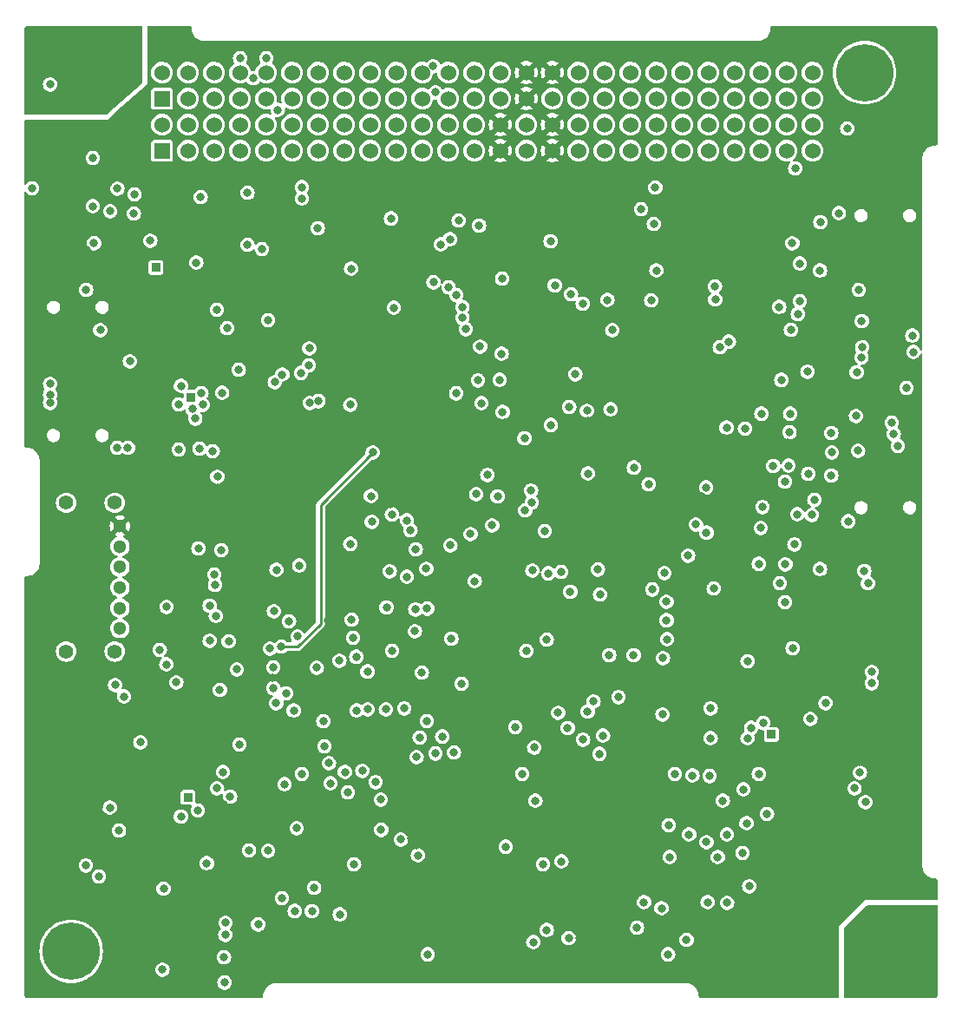
<source format=gbr>
%TF.GenerationSoftware,KiCad,Pcbnew,7.0.5*%
%TF.CreationDate,2024-04-25T22:20:34+03:00*%
%TF.ProjectId,obc-adcs-board,6f62632d-6164-4637-932d-626f6172642e,rev?*%
%TF.SameCoordinates,PX3e2df80PY83e4a60*%
%TF.FileFunction,Copper,L2,Inr*%
%TF.FilePolarity,Positive*%
%FSLAX46Y46*%
G04 Gerber Fmt 4.6, Leading zero omitted, Abs format (unit mm)*
G04 Created by KiCad (PCBNEW 7.0.5) date 2024-04-25 22:20:34*
%MOMM*%
%LPD*%
G01*
G04 APERTURE LIST*
%TA.AperFunction,ComponentPad*%
%ADD10C,5.600000*%
%TD*%
%TA.AperFunction,ComponentPad*%
%ADD11R,0.850000X0.850000*%
%TD*%
%TA.AperFunction,ComponentPad*%
%ADD12R,1.530000X1.530000*%
%TD*%
%TA.AperFunction,ComponentPad*%
%ADD13C,1.530000*%
%TD*%
%TA.AperFunction,ComponentPad*%
%ADD14C,1.300000*%
%TD*%
%TA.AperFunction,ComponentPad*%
%ADD15C,1.400000*%
%TD*%
%TA.AperFunction,ViaPad*%
%ADD16C,0.800000*%
%TD*%
%TA.AperFunction,Conductor*%
%ADD17C,0.250000*%
%TD*%
G04 APERTURE END LIST*
D10*
%TO.N,unconnected-(H4-Pad1)*%
%TO.C,H4*%
X82630000Y90930000D03*
%TD*%
%TO.N,unconnected-(H1-Pad1)*%
%TO.C,H1*%
X5180000Y5190000D03*
%TD*%
%TO.N,AC_GND_2*%
%TO.C,H3*%
X85170000Y5210000D03*
%TD*%
D11*
%TO.N,/OBC module/3V3_PROT*%
%TO.C,3V3_PROT*%
X16600000Y20225000D03*
%TD*%
D10*
%TO.N,AC_GND_1*%
%TO.C,H2*%
X8990000Y90930000D03*
%TD*%
D11*
%TO.N,/ADCS_VDD*%
%TO.C,J29*%
X16875000Y59250000D03*
%TD*%
D12*
%TO.N,CAN1-*%
%TO.C,J1*%
X14048000Y83309000D03*
D13*
%TO.N,unconnected-(J1-Pad02)*%
X14048000Y85849000D03*
%TO.N,CAN1+*%
X16588000Y83309000D03*
%TO.N,unconnected-(J1-Pad04)*%
X16588000Y85849000D03*
%TO.N,unconnected-(J1-Pad05)*%
X19128000Y83309000D03*
%TO.N,unconnected-(J1-Pad06)*%
X19128000Y85849000D03*
%TO.N,unconnected-(J1-Pad07)*%
X21668000Y83309000D03*
%TO.N,unconnected-(J1-Pad08)*%
X21668000Y85849000D03*
%TO.N,unconnected-(J1-Pad09)*%
X24208000Y83309000D03*
%TO.N,unconnected-(J1-Pad10)*%
X24208000Y85849000D03*
%TO.N,unconnected-(J1-Pad11)*%
X26748000Y83309000D03*
%TO.N,unconnected-(J1-Pad12)*%
X26748000Y85849000D03*
%TO.N,unconnected-(J1-Pad13)*%
X29288000Y83309000D03*
%TO.N,unconnected-(J1-Pad14)*%
X29288000Y85849000D03*
%TO.N,unconnected-(J1-Pad15)*%
X31828000Y83309000D03*
%TO.N,unconnected-(J1-Pad16)*%
X31828000Y85849000D03*
%TO.N,unconnected-(J1-Pad17)*%
X34368000Y83309000D03*
%TO.N,unconnected-(J1-Pad18)*%
X34368000Y85849000D03*
%TO.N,unconnected-(J1-Pad19)*%
X36908000Y83309000D03*
%TO.N,unconnected-(J1-Pad20)*%
X36908000Y85849000D03*
%TO.N,unconnected-(J1-Pad21)*%
X39448000Y83309000D03*
%TO.N,unconnected-(J1-Pad22)*%
X39448000Y85849000D03*
%TO.N,unconnected-(J1-Pad23)*%
X41988000Y83309000D03*
%TO.N,unconnected-(J1-Pad24)*%
X41988000Y85849000D03*
%TO.N,unconnected-(J1-Pad25)*%
X44528000Y83309000D03*
%TO.N,unconnected-(J1-Pad26)*%
X44528000Y85849000D03*
%TO.N,GND*%
X47068000Y83309000D03*
X47068000Y85849000D03*
%TO.N,unconnected-(J1-Pad29)*%
X49608000Y83309000D03*
%TO.N,unconnected-(J1-Pad30)*%
X49608000Y85849000D03*
%TO.N,GND*%
X52148000Y83309000D03*
X52148000Y85849000D03*
%TO.N,unconnected-(J1-Pad33)*%
X54688000Y83309000D03*
%TO.N,unconnected-(J1-Pad34)*%
X54688000Y85849000D03*
%TO.N,unconnected-(J1-Pad35)*%
X57228000Y83309000D03*
%TO.N,unconnected-(J1-Pad36)*%
X57228000Y85849000D03*
%TO.N,unconnected-(J1-Pad37)*%
X59768000Y83309000D03*
%TO.N,unconnected-(J1-Pad38)*%
X59768000Y85849000D03*
%TO.N,unconnected-(J1-Pad39)*%
X62308000Y83309000D03*
%TO.N,unconnected-(J1-Pad40)*%
X62308000Y85849000D03*
%TO.N,/I2C_MTQ_SDA*%
X64848000Y83309000D03*
%TO.N,unconnected-(J1-Pad42)*%
X64848000Y85849000D03*
%TO.N,/I2C_MTQ_SCK*%
X67388000Y83309000D03*
%TO.N,unconnected-(J1-Pad44)*%
X67388000Y85849000D03*
%TO.N,unconnected-(J1-Pad45)*%
X69928000Y83309000D03*
%TO.N,unconnected-(J1-Pad46)*%
X69928000Y85849000D03*
%TO.N,/EPS_5V_PANELS*%
X72468000Y83309000D03*
%TO.N,/EPS_3V3_OBC*%
X72468000Y85849000D03*
%TO.N,/EPS_5V_ADM*%
X75008000Y83309000D03*
%TO.N,/EPS_3V3_ADCS*%
X75008000Y85849000D03*
%TO.N,unconnected-(J1-Pad51)*%
X77548000Y83309000D03*
%TO.N,unconnected-(J1-Pad52)*%
X77548000Y85849000D03*
%TD*%
D11*
%TO.N,/ADCS_VDD*%
%TO.C,ADCS_VDD*%
X13450000Y71900000D03*
%TD*%
D12*
%TO.N,CAN2-*%
%TO.C,J5*%
X14048000Y88389000D03*
D13*
%TO.N,unconnected-(J5-Pad02)*%
X14048000Y90929000D03*
%TO.N,CAN2+*%
X16588000Y88389000D03*
%TO.N,unconnected-(J5-Pad04)*%
X16588000Y90929000D03*
%TO.N,unconnected-(J5-Pad05)*%
X19128000Y88389000D03*
%TO.N,unconnected-(J5-Pad06)*%
X19128000Y90929000D03*
%TO.N,/COMMS_SWD*%
X21668000Y88389000D03*
%TO.N,/COMMS_SWCLK*%
X21668000Y90929000D03*
%TO.N,/COMMS_RST*%
X24208000Y88389000D03*
%TO.N,/COMMS_3V3_REF*%
X24208000Y90929000D03*
%TO.N,unconnected-(J5-Pad11)*%
X26748000Y88389000D03*
%TO.N,unconnected-(J5-Pad12)*%
X26748000Y90929000D03*
%TO.N,unconnected-(J5-Pad13)*%
X29288000Y88389000D03*
%TO.N,unconnected-(J5-Pad14)*%
X29288000Y90929000D03*
%TO.N,unconnected-(J5-Pad15)*%
X31828000Y88389000D03*
%TO.N,unconnected-(J5-Pad16)*%
X31828000Y90929000D03*
%TO.N,/OBC_UART_TX*%
X34368000Y88389000D03*
%TO.N,/OBC_UART_RX*%
X34368000Y90929000D03*
%TO.N,/ADCS_UART_TX*%
X36908000Y88389000D03*
%TO.N,/ADCS_UART_RX*%
X36908000Y90929000D03*
%TO.N,/COMMS_TX*%
X39448000Y88389000D03*
%TO.N,/COMMS_RX*%
X39448000Y90929000D03*
%TO.N,unconnected-(J5-Pad23)*%
X41988000Y88389000D03*
%TO.N,unconnected-(J5-Pad24)*%
X41988000Y90929000D03*
%TO.N,unconnected-(J5-Pad25)*%
X44528000Y88389000D03*
%TO.N,unconnected-(J5-Pad26)*%
X44528000Y90929000D03*
%TO.N,unconnected-(J5-Pad27)*%
X47068000Y88389000D03*
%TO.N,unconnected-(J5-Pad28)*%
X47068000Y90929000D03*
%TO.N,GND*%
X49608000Y88389000D03*
X49608000Y90929000D03*
%TO.N,unconnected-(J5-Pad31)*%
X52148000Y88389000D03*
%TO.N,GND*%
X52148000Y90929000D03*
%TO.N,unconnected-(J5-Pad33)*%
X54688000Y88389000D03*
%TO.N,unconnected-(J5-Pad34)*%
X54688000Y90929000D03*
%TO.N,unconnected-(J5-Pad35)*%
X57228000Y88389000D03*
%TO.N,unconnected-(J5-Pad36)*%
X57228000Y90929000D03*
%TO.N,GNSS_PPS*%
X59768000Y88389000D03*
%TO.N,unconnected-(J5-Pad38)*%
X59768000Y90929000D03*
%TO.N,unconnected-(J5-Pad39)*%
X62308000Y88389000D03*
%TO.N,unconnected-(J5-Pad40)*%
X62308000Y90929000D03*
%TO.N,unconnected-(J5-Pad41)*%
X64848000Y88389000D03*
%TO.N,unconnected-(J5-Pad42)*%
X64848000Y90929000D03*
%TO.N,unconnected-(J5-Pad43)*%
X67388000Y88389000D03*
%TO.N,unconnected-(J5-Pad44)*%
X67388000Y90929000D03*
%TO.N,unconnected-(J5-Pad45)*%
X69928000Y88389000D03*
%TO.N,unconnected-(J5-Pad46)*%
X69928000Y90929000D03*
%TO.N,unconnected-(J5-Pad47)*%
X72468000Y88389000D03*
%TO.N,unconnected-(J5-Pad48)*%
X72468000Y90929000D03*
%TO.N,unconnected-(J5-Pad49)*%
X75008000Y88389000D03*
%TO.N,unconnected-(J5-Pad50)*%
X75008000Y90929000D03*
%TO.N,unconnected-(J5-Pad51)*%
X77548000Y88389000D03*
%TO.N,unconnected-(J5-Pad52)*%
X77548000Y90929000D03*
%TD*%
D14*
%TO.N,RS422_RX+*%
%TO.C,J12*%
X9940000Y36700000D03*
%TO.N,RS422_RX-*%
X9940000Y38700000D03*
%TO.N,GNSS_PPS*%
X9940000Y40700000D03*
%TO.N,RS422_TX-*%
X9940000Y42700000D03*
%TO.N,RS422_TX+*%
X9940000Y44700000D03*
%TO.N,GND*%
X9940000Y46700000D03*
D15*
%TO.N,unconnected-(J12-Pad7)*%
X9440000Y34450000D03*
%TO.N,unconnected-(J12-Pad8)*%
X9440000Y48950000D03*
%TO.N,unconnected-(J12-Pad9)*%
X4690000Y34450000D03*
%TO.N,unconnected-(J12-Pad10)*%
X4690000Y48950000D03*
%TD*%
D11*
%TO.N,/ADCS_VDD*%
%TO.C,ADCS_VDDIO*%
X73525000Y26350000D03*
%TD*%
D16*
%TO.N,/OBC module/3V3_LCLPROT_NAND*%
X19450000Y51500000D03*
X47298620Y57825500D03*
%TO.N,GND*%
X47600000Y16600000D03*
X33550000Y69400000D03*
X72463082Y63144775D03*
X43411765Y49939356D03*
X48300000Y64200000D03*
X71800000Y66025000D03*
X72600000Y30900000D03*
X11450000Y72650000D03*
X74100000Y47100000D03*
X55000000Y29900000D03*
X23400000Y41500000D03*
X72675000Y66050000D03*
X33550000Y77700000D03*
X67800000Y36500000D03*
X63825000Y66274500D03*
X83300000Y33950000D03*
X44450000Y43474500D03*
X67300000Y60900000D03*
X60825000Y63274500D03*
X30775201Y70850201D03*
X81600000Y44500000D03*
X76775000Y5300000D03*
X69420000Y7840000D03*
X49400000Y57800000D03*
X5200000Y81700000D03*
X43366241Y34898540D03*
X75130000Y54830000D03*
X79690000Y28820000D03*
X50254992Y38855008D03*
X75775500Y43700000D03*
X83300000Y29800000D03*
X68000000Y37700000D03*
X82150000Y23660000D03*
X59360000Y7640000D03*
X15350000Y15025000D03*
X38725000Y42475000D03*
X58599500Y56967278D03*
X58600000Y46400000D03*
X61000000Y61700000D03*
X67550000Y47900000D03*
X67687701Y33787701D03*
X77124702Y59700202D03*
X52275000Y6424500D03*
X6674102Y73623326D03*
X16625000Y63600000D03*
X76475000Y3800000D03*
X59825000Y55525000D03*
X47900000Y74400000D03*
X51390000Y49199989D03*
X35275000Y48825000D03*
X53900000Y29900000D03*
X47690000Y8840000D03*
X55610482Y56930966D03*
X42450000Y8460000D03*
X81800500Y51575000D03*
X48700000Y19826944D03*
X82125500Y65125000D03*
X44710000Y51560000D03*
X35625000Y91600000D03*
X44200000Y54100000D03*
X17250000Y12500000D03*
X47100000Y24800000D03*
X66100000Y10100000D03*
X69600000Y54649500D03*
X45449500Y38925500D03*
X41300000Y62950000D03*
X80070000Y16890000D03*
X36300000Y48850000D03*
X53400000Y56350000D03*
X73200000Y75000000D03*
X20113782Y19490461D03*
X62387701Y55712299D03*
X73600000Y54100000D03*
X53100000Y35700000D03*
X25250000Y65275000D03*
X54830000Y6490000D03*
X66500000Y71500000D03*
X39100000Y76600000D03*
X81575000Y39000000D03*
X49250000Y24174500D03*
X36490742Y45200000D03*
X19500000Y50400000D03*
X64600000Y31100000D03*
X82275000Y70725000D03*
X30250000Y37500000D03*
X1700000Y24625000D03*
X63901953Y64186763D03*
X67100000Y56000000D03*
X72500000Y33438030D03*
X49700000Y35800000D03*
X37600008Y72300000D03*
X3150000Y22750000D03*
X8425000Y59150000D03*
X69756632Y76845193D03*
X44230000Y48000000D03*
X38360903Y16264317D03*
X70950000Y65925000D03*
X8350000Y60100000D03*
X24600000Y22600000D03*
X74222701Y59300000D03*
X31700000Y7400000D03*
X65500000Y44950000D03*
X7875000Y19250000D03*
X18675500Y69800000D03*
X51500000Y37400000D03*
X37300000Y59500000D03*
X86600000Y13600000D03*
X63800000Y26000000D03*
X14525000Y15825000D03*
X20675000Y26675000D03*
X60700000Y42800000D03*
X71850000Y71375000D03*
X27500000Y20000000D03*
X20150000Y32700000D03*
X19300000Y33750000D03*
X1800000Y82700000D03*
X45000000Y47200000D03*
X67400000Y59500000D03*
X31600000Y14700000D03*
X15300000Y5950500D03*
X70360000Y7580000D03*
X85100000Y13600000D03*
X19550000Y12550000D03*
X43373809Y36404080D03*
X73200000Y62275000D03*
X74780505Y49114314D03*
X24700000Y52700000D03*
X79497175Y49973749D03*
X38068983Y89251723D03*
X38917870Y15565529D03*
X24852333Y31870397D03*
X55225000Y66875000D03*
X56670000Y52500998D03*
X51450000Y55350000D03*
X53350000Y63950000D03*
X52600000Y66300000D03*
X46263346Y28317380D03*
X66724115Y49545772D03*
X74550000Y62250000D03*
X17050000Y18000000D03*
X18276668Y20976266D03*
X73050000Y40200000D03*
X63050000Y47675500D03*
X20600000Y12500000D03*
X6800000Y18100000D03*
X73303571Y37000000D03*
X74850000Y46350000D03*
X51549067Y64030103D03*
X68200000Y43600000D03*
X65625000Y61175000D03*
X60598056Y29001944D03*
%TO.N,/ADCS_VDD*%
X7300000Y77900000D03*
X44710000Y49800000D03*
X68025000Y70075000D03*
X56175000Y29575000D03*
X52000000Y56550000D03*
X69150000Y56300000D03*
X75600000Y34780000D03*
X41275000Y74175000D03*
X68050000Y68800000D03*
X17300000Y57175000D03*
X75775500Y44900000D03*
X72725000Y27475000D03*
X17025000Y58100000D03*
X70950000Y56200000D03*
X73700000Y52555500D03*
X76047663Y47847663D03*
X74350000Y41100000D03*
X74847299Y39272701D03*
X23800000Y73700000D03*
X82350000Y66700000D03*
X44575000Y41325000D03*
X75433724Y65827573D03*
X53800000Y58300000D03*
X6649500Y69750000D03*
X71550000Y27000000D03*
X48528357Y27075471D03*
X61800000Y68699500D03*
X62298300Y71630500D03*
X42150000Y74675000D03*
X36400000Y76700000D03*
X72655809Y48537448D03*
%TO.N,/OBC module/3V3_LCLPROT_MRAM*%
X67600000Y26000000D03*
X67600000Y28900000D03*
X62950000Y33800000D03*
%TO.N,/ADCS module/Microcontroller/MCU_VDDCORE*%
X62900000Y28300000D03*
X71200000Y33500000D03*
X45803305Y51672096D03*
X46280000Y46754500D03*
X53650000Y26975500D03*
X55517915Y57926173D03*
X72500000Y46500000D03*
X43300000Y31300000D03*
%TO.N,/OBC module/3V3_PROT*%
X57825000Y58075000D03*
X47600000Y15400000D03*
X72300000Y43000000D03*
X21600000Y25373540D03*
X15674500Y58575000D03*
X67300000Y10000000D03*
X49600000Y34500000D03*
X63100000Y42100000D03*
X61100000Y10000000D03*
X25225000Y42425000D03*
X19700000Y30700000D03*
X20150000Y2150000D03*
X68496928Y64136036D03*
X19924951Y59699952D03*
X63300000Y39300000D03*
X51400000Y46200000D03*
X81850000Y61698370D03*
X28425000Y64025000D03*
X56600000Y42450000D03*
X36680000Y67990000D03*
X60800000Y77600000D03*
X24400000Y15000000D03*
X17550000Y18950000D03*
X46800000Y49599500D03*
X18025500Y58525000D03*
X14467936Y33193337D03*
X14200000Y11300000D03*
X67200000Y46050000D03*
X54400000Y61500000D03*
X20000000Y22700000D03*
X29325000Y58875000D03*
X18700000Y35500000D03*
X21537701Y61937701D03*
X20550000Y35430000D03*
X51975000Y74475000D03*
X45000000Y76000000D03*
X15900000Y18350000D03*
X24394500Y66775000D03*
X45100000Y64200000D03*
X49200000Y22500000D03*
X39852248Y42523153D03*
X43000000Y76500000D03*
X32500000Y71800000D03*
X60100000Y52400000D03*
X67150000Y50450000D03*
X62050000Y76150000D03*
X20250000Y7975000D03*
X63350000Y35650000D03*
X28499500Y58700000D03*
X32425000Y58525000D03*
X50375201Y25075500D03*
X62200498Y79711461D03*
X37375000Y16100000D03*
%TO.N,/OBC module/MCU_VDDCORE*%
X36275500Y42275000D03*
X51600000Y35600000D03*
X39025982Y14571891D03*
X32800000Y13700000D03*
X20700000Y20300000D03*
X50500000Y19900000D03*
X21350000Y32700000D03*
%TO.N,/OBC module/MEM_NAND_ENABLE_1*%
X27437701Y42837701D03*
X19000000Y54000000D03*
%TO.N,/OBC module/MEM_NAND_ENABLE_2*%
X15674500Y54150000D03*
X19850000Y44350000D03*
%TO.N,/OBC module/MEM_NAND_WR_PROTECT*%
X17601153Y44511153D03*
X26450000Y37400000D03*
%TO.N,/OBC module/MEM_D0*%
X38900000Y24150000D03*
X37700000Y28900000D03*
X63500000Y17500000D03*
%TO.N,/OBC module/MEM_D1*%
X65500000Y16600000D03*
X35900000Y28800000D03*
%TO.N,/OBC module/MEM_D2*%
X34100000Y28800000D03*
X67200000Y15850000D03*
%TO.N,/OBC module/MEM_D3*%
X33075000Y28700000D03*
X68300000Y14400000D03*
%TO.N,/OBC module/MEM_D4*%
X58600000Y30000000D03*
X38744503Y36424500D03*
%TO.N,/OBC module/MEM_D5*%
X38306559Y46268441D03*
X31375500Y33550000D03*
X32424500Y44950000D03*
X67500000Y22300000D03*
%TO.N,/OBC module/MEM_D6*%
X34524006Y47100500D03*
X37939742Y47250000D03*
X65831600Y22356199D03*
X32700000Y35800000D03*
%TO.N,/OBC module/MEM_D7*%
X64100000Y22500000D03*
X33009668Y33940332D03*
%TO.N,/OBC module/LCL_MRAM_SET*%
X61900000Y40500000D03*
X57100000Y26250000D03*
%TO.N,/OBC module/LCL_MRAM_RST*%
X63300000Y37500000D03*
X56740000Y24460000D03*
%TO.N,/OBC module/LCL_CAN_1_SET*%
X47004429Y60955706D03*
X38775000Y38549500D03*
X47250000Y70825000D03*
X38825500Y44424500D03*
%TO.N,/OBC module/LCL_CAN_1_RST*%
X42762299Y59637701D03*
X43700000Y65900000D03*
%TO.N,/OBC module/LCL_CAN1_OP-AMP_OUT*%
X58000000Y65800000D03*
X72550000Y57650000D03*
%TO.N,/OBC module/PAYLOAD_RX*%
X36490742Y47825000D03*
%TO.N,/OBC module/PAYLOAD_RX_ENABLE*%
X44169503Y45905497D03*
%TO.N,/OBC module/PAYLOAD_TX_ENABLE*%
X34612701Y53862701D03*
X25700000Y34925000D03*
%TO.N,/I2C_MTQ_SDA*%
X78274500Y42500000D03*
X75850000Y81600000D03*
X65400000Y43800000D03*
X37939742Y41750000D03*
%TO.N,/I2C_MTQ_SCK*%
X53900000Y40275500D03*
X24970104Y38375431D03*
X75198170Y52589129D03*
%TO.N,/OBC module/PAYLOAD_TX*%
X34439735Y49625303D03*
%TO.N,/ADCS_SWDIO*%
X79374278Y55774680D03*
X77725000Y49250000D03*
X14100000Y3400000D03*
%TO.N,/OBC_UART_TX*%
X79375000Y51625000D03*
X27280000Y35910000D03*
%TO.N,/OBC_UART_RX*%
X18699500Y38924500D03*
X77125000Y51800000D03*
%TO.N,/ADCS_UART_TX*%
X78275000Y71625000D03*
%TO.N,/ADCS_UART_RX*%
X82050000Y69725000D03*
%TO.N,/ADCS_SWCLK*%
X74900000Y42950000D03*
X79442368Y53869376D03*
X39970000Y4900000D03*
X85875000Y54500000D03*
%TO.N,/ADCS_RESET*%
X76300000Y68625000D03*
X17700000Y54250000D03*
X56800000Y40000000D03*
X66164025Y46839426D03*
%TO.N,/EPS_5V_PANELS*%
X60410000Y7510000D03*
X82170000Y22620000D03*
X7900000Y12500000D03*
X53740000Y6470000D03*
X6625000Y13575000D03*
%TO.N,/EPS_5V_ADM*%
X3124500Y60550000D03*
X3124500Y58700000D03*
X3124500Y59525000D03*
%TO.N,/OBC module/MCU_SWCLK*%
X26150000Y30375000D03*
X76300000Y72300000D03*
X9475000Y31175000D03*
%TO.N,/OBC module/MCU_SWDIO*%
X24600000Y34724500D03*
X13837701Y34612299D03*
X10342500Y30057500D03*
X75575000Y74275000D03*
%TO.N,/ADM_ENABLE_1*%
X61550000Y50770000D03*
X42200000Y44800000D03*
X75350000Y57650000D03*
X15900000Y60375000D03*
%TO.N,/ADM_ENABLE_2*%
X75300000Y55850000D03*
X17900000Y59675000D03*
X35962500Y38762500D03*
%TO.N,/OBC module/MCU_TRACECLK*%
X27200000Y17200000D03*
X23430000Y7820000D03*
%TO.N,/OBC module/MCU_TRACED_3*%
X26000000Y21500000D03*
X25750000Y10400000D03*
%TO.N,/OBC module/MCU_TRACED_2*%
X27700000Y22500000D03*
X26995000Y9135000D03*
%TO.N,/OBC module/MCU_TRACED_1*%
X28680000Y9130000D03*
X30500000Y21600000D03*
%TO.N,/OBC module/MCU_TRACED_0*%
X32200000Y20700000D03*
X31400000Y8800000D03*
%TO.N,/ADCS module/PAYLOAD_RX_ENABLE*%
X52389650Y70164650D03*
X50075000Y50150000D03*
%TO.N,/OBC module/MEM_MRAM_ENABLE*%
X62800000Y9400000D03*
X31900000Y22700000D03*
%TO.N,/OBC module/MEM_MRAM_WR_ENABLE*%
X33600000Y22800000D03*
X69210000Y9920000D03*
%TO.N,/ADCS module/I2C_SDA_SENS*%
X69375000Y64675500D03*
X74500000Y60950000D03*
X55620000Y51820000D03*
%TO.N,/ADCS module/PAYLOAD_TX_ENABLE*%
X53975000Y69300000D03*
X74850000Y51025000D03*
%TO.N,/ADCS module/PAYLOAD_TX*%
X55112701Y68387701D03*
X57530155Y68755155D03*
%TO.N,/OBC module/I2C_SDA_SENS*%
X19425000Y21100000D03*
X22550000Y15050000D03*
X18425201Y13799799D03*
%TO.N,/OBC module/LCL_PWM_CAN1*%
X44900000Y60900000D03*
X47200000Y63500000D03*
%TO.N,/OBC module/LCL_PWM_MRAM*%
X55150000Y25850000D03*
X60087299Y34087299D03*
%TO.N,/OBC module/LCL_PWM_NAND*%
X57700000Y34100000D03*
X55600000Y28600000D03*
%TO.N,/OBC module/MEM_A20*%
X32550000Y37550000D03*
X28900000Y11400000D03*
%TO.N,/OBC module/MEM_A5*%
X35450000Y17050000D03*
X69200000Y16600000D03*
%TO.N,/OBC module/MEM_A6*%
X35400000Y20000000D03*
X70700960Y14789040D03*
%TO.N,/OBC module/MEM_A7*%
X34900000Y21700000D03*
X71370000Y11540000D03*
%TO.N,/OBC module/MEM_A8*%
X40750000Y24500000D03*
X71100000Y17700000D03*
%TO.N,/OBC module/MEM_A9*%
X73100000Y18600000D03*
X42550000Y24600000D03*
%TO.N,/OBC module/MEM_A10*%
X71200000Y26000000D03*
X34100000Y32500000D03*
%TO.N,/OBC module/MEM_A11*%
X72300000Y22500000D03*
X39887877Y27669050D03*
%TO.N,/OBC module/MEM_A12*%
X39200000Y26050000D03*
X70800000Y21000000D03*
%TO.N,/OBC module/MEM_A13*%
X68800000Y19900000D03*
X41400000Y26150000D03*
%TO.N,/OBC module/MEM_MRAM_OUT_ENABLE*%
X63600000Y14400000D03*
X29800000Y27650000D03*
%TO.N,/OBC module/MEM_A17*%
X53040000Y13980000D03*
X30350000Y23550000D03*
%TO.N,/OBC module/MEM_A18*%
X29900000Y25200000D03*
X51250000Y13700000D03*
%TO.N,/OBC module/MEM_A19*%
X52720273Y28469773D03*
X36500000Y34524598D03*
%TO.N,GNSS_PPS*%
X3125000Y89775000D03*
X1375000Y79650000D03*
X51753412Y42069901D03*
X39937701Y38637299D03*
X14500250Y38800250D03*
%TO.N,/ADCS module/CAN_TX_1*%
X49499002Y48222894D03*
X29255000Y75745000D03*
%TO.N,/ADCS module/CAN_RX_1*%
X50138298Y48991208D03*
X40552129Y70475500D03*
%TO.N,/ADCS module/CAN_TX_2*%
X67900000Y40600000D03*
X11300000Y77175500D03*
%TO.N,/ADCS module/CAN_RX_2*%
X7423942Y74284193D03*
X50200000Y42350000D03*
%TO.N,/ADCS module/CAN_FAULT_2*%
X45225000Y58675000D03*
X49425500Y55270000D03*
%TO.N,/ADCS module/CAN_SILENT_2*%
X53000000Y42200000D03*
X11370000Y79060000D03*
%TO.N,/COMMS_RX*%
X40525000Y91550000D03*
X87275000Y65275000D03*
%TO.N,/COMMS_TX*%
X40725000Y89000500D03*
X87400000Y63675000D03*
%TO.N,/COMMS_3V3_REF*%
X85270577Y56764922D03*
X24225000Y92325500D03*
%TO.N,/COMMS_RST*%
X80925000Y85475000D03*
X85474750Y55650250D03*
X25350000Y87300000D03*
%TO.N,/COMMS_SWCLK*%
X81775000Y57425000D03*
X21675000Y92325500D03*
%TO.N,/COMMS_SWD*%
X22953582Y90374500D03*
X86725000Y60150000D03*
%TO.N,/OBC module/CAN_RX_2*%
X29160000Y32870000D03*
X12910498Y74524500D03*
%TO.N,/OBC module/CAN_FAULT_2*%
X19143501Y41943500D03*
X9700000Y79600000D03*
%TO.N,/OBC module/CAN_TX_1*%
X17400000Y72400000D03*
X39420000Y32380000D03*
%TO.N,/OBC module/CAN_RX_1*%
X42300000Y35700000D03*
X22400000Y74125000D03*
%TO.N,/OBC module/CAN_SILENT_1*%
X17824500Y78775000D03*
X19400000Y67800000D03*
%TO.N,/OBC module/CAN_FAULT_1*%
X22400000Y79200000D03*
X20400000Y66000000D03*
%TO.N,/OBC module/MCU_ERASE*%
X11937232Y25587232D03*
X24925000Y30873540D03*
%TO.N,/OBC module/CAN_TX_2*%
X9000000Y77400000D03*
X26900000Y28700000D03*
%TO.N,/OBC module/CAN_SILENT_2*%
X7300000Y82600000D03*
X19226484Y40947449D03*
%TO.N,CAN1-*%
X74300000Y68068921D03*
X82950000Y41100000D03*
X82385793Y64159986D03*
X27700000Y79750500D03*
%TO.N,CAN1+*%
X27700000Y78650500D03*
X82325500Y63147870D03*
X76109467Y67369421D03*
X82600000Y42300000D03*
%TO.N,CAN2-*%
X78306717Y76343283D03*
X83337163Y32450000D03*
%TO.N,CAN2+*%
X83337163Y31350000D03*
X80124500Y77225000D03*
%TO.N,/OBC module/NRST_OBC*%
X15450500Y31425000D03*
X81023056Y47148056D03*
X77049500Y61750000D03*
X24917931Y32917471D03*
%TO.N,AC_GND_1*%
X4425000Y87400000D03*
X2300000Y87400000D03*
X6450000Y87400000D03*
%TO.N,AC_GND_2*%
X85200000Y9100000D03*
X81275000Y5200000D03*
X86500000Y9100000D03*
X81275000Y3900000D03*
%TO.N,I2C_SDA_PANELS*%
X65250000Y6300000D03*
X10914167Y62751219D03*
X9850000Y16975000D03*
X78820000Y29410000D03*
X81650000Y21100000D03*
X51610000Y7280000D03*
X20225000Y6800000D03*
X25200000Y29400000D03*
%TO.N,I2C_SCK_PANELS*%
X8950000Y19225000D03*
X8025000Y65800000D03*
X82700000Y19740000D03*
X50290000Y6100000D03*
X20100000Y4625000D03*
X77340000Y27870000D03*
X63450000Y4900000D03*
X19299500Y37925000D03*
%TO.N,/ADCS module/MCU_ERASE*%
X81993737Y54035421D03*
X77475000Y47775000D03*
%TO.N,RS422_TX+*%
X25796347Y61470131D03*
X9675000Y54306843D03*
X43380572Y68045000D03*
%TO.N,RS422_TX-*%
X43380572Y66995000D03*
X25053883Y60727667D03*
X10725000Y54306843D03*
%TO.N,RS422_RX+*%
X28371232Y62371232D03*
X42028768Y69971232D03*
%TO.N,RS422_RX-*%
X27628768Y61628768D03*
X42771232Y69228768D03*
%TD*%
D17*
%TO.N,/OBC module/PAYLOAD_TX_ENABLE*%
X25700000Y34925000D02*
X27320305Y34925000D01*
X27320305Y34925000D02*
X29525000Y37129695D01*
X29525000Y37129695D02*
X29525000Y48775000D01*
X29525000Y48775000D02*
X34612701Y53862701D01*
%TD*%
%TA.AperFunction,Conductor*%
%TO.N,AC_GND_1*%
G36*
X12059191Y95490593D02*
G01*
X12095155Y95441093D01*
X12100000Y95410500D01*
X12100000Y89944563D01*
X12081093Y89886372D01*
X12066640Y89870453D01*
X11430566Y89307073D01*
X8711775Y86899000D01*
X8628102Y86824890D01*
X8572005Y86800461D01*
X8562462Y86800000D01*
X699500Y86800000D01*
X641309Y86818907D01*
X605345Y86868407D01*
X600500Y86899000D01*
X600500Y89775000D01*
X2419355Y89775000D01*
X2439860Y89606128D01*
X2500182Y89447070D01*
X2596817Y89307071D01*
X2724148Y89194266D01*
X2874775Y89115210D01*
X3039944Y89074500D01*
X3039947Y89074500D01*
X3210053Y89074500D01*
X3210056Y89074500D01*
X3375225Y89115210D01*
X3525852Y89194266D01*
X3653183Y89307071D01*
X3749818Y89447070D01*
X3810140Y89606128D01*
X3830645Y89775000D01*
X3810140Y89943872D01*
X3749818Y90102930D01*
X3653183Y90242929D01*
X3606938Y90283898D01*
X3525853Y90355733D01*
X3525852Y90355734D01*
X3375225Y90434790D01*
X3375224Y90434791D01*
X3375223Y90434791D01*
X3210058Y90475500D01*
X3210056Y90475500D01*
X3039944Y90475500D01*
X3039941Y90475500D01*
X2874776Y90434791D01*
X2724146Y90355733D01*
X2596818Y90242931D01*
X2596816Y90242928D01*
X2505506Y90110643D01*
X2500182Y90102930D01*
X2439860Y89943872D01*
X2419355Y89775000D01*
X600500Y89775000D01*
X600500Y95106753D01*
X600924Y95113220D01*
X605213Y95145800D01*
X612412Y95200484D01*
X619098Y95225434D01*
X649037Y95297715D01*
X661950Y95320081D01*
X709582Y95382157D01*
X727843Y95400418D01*
X789919Y95448050D01*
X812285Y95460963D01*
X884566Y95490902D01*
X909518Y95497588D01*
X978281Y95506641D01*
X996781Y95509076D01*
X1003248Y95509500D01*
X1065892Y95509500D01*
X12001000Y95509500D01*
X12059191Y95490593D01*
G37*
%TD.AperFunction*%
%TD*%
%TA.AperFunction,Conductor*%
%TO.N,AC_GND_2*%
G36*
X89728691Y9681093D02*
G01*
X89764655Y9631593D01*
X89769500Y9601000D01*
X89769500Y1023248D01*
X89769076Y1016780D01*
X89757588Y929523D01*
X89750899Y904561D01*
X89720965Y832293D01*
X89708043Y809910D01*
X89660423Y747851D01*
X89642148Y729577D01*
X89583441Y684528D01*
X89580090Y681957D01*
X89557707Y669035D01*
X89485439Y639101D01*
X89460477Y632412D01*
X89373220Y620924D01*
X89366752Y620500D01*
X80699000Y620500D01*
X80640809Y639407D01*
X80604845Y688907D01*
X80600000Y719500D01*
X80600000Y7457639D01*
X80618907Y7515830D01*
X80630638Y7529246D01*
X82800000Y9600000D01*
X82871004Y9671004D01*
X82925521Y9698781D01*
X82941008Y9700000D01*
X89670500Y9700000D01*
X89728691Y9681093D01*
G37*
%TD.AperFunction*%
%TD*%
%TA.AperFunction,Conductor*%
%TO.N,GND*%
G36*
X16692696Y95508281D02*
G01*
X16700308Y95507076D01*
X16746614Y95499742D01*
X16776067Y95490173D01*
X16817680Y95468969D01*
X16842737Y95450765D01*
X16875764Y95417738D01*
X16893969Y95392680D01*
X16915170Y95351072D01*
X16924742Y95321612D01*
X16933281Y95267697D01*
X16934500Y95252211D01*
X16934500Y95161580D01*
X16965289Y94967179D01*
X16965291Y94967174D01*
X17026116Y94779975D01*
X17115476Y94604595D01*
X17231172Y94445354D01*
X17370354Y94306172D01*
X17529595Y94190476D01*
X17704975Y94101116D01*
X17892174Y94040291D01*
X17892175Y94040291D01*
X17892178Y94040290D01*
X18086580Y94009500D01*
X18086583Y94009500D01*
X72283420Y94009500D01*
X72477821Y94040290D01*
X72477822Y94040291D01*
X72477826Y94040291D01*
X72665025Y94101116D01*
X72840405Y94190476D01*
X72999646Y94306172D01*
X73138828Y94445354D01*
X73254524Y94604595D01*
X73343884Y94779975D01*
X73404709Y94967174D01*
X73426816Y95106753D01*
X73435500Y95161580D01*
X73435500Y95252211D01*
X73436717Y95267685D01*
X73445259Y95321623D01*
X73454826Y95351066D01*
X73476032Y95392684D01*
X73494232Y95417735D01*
X73527265Y95450768D01*
X73552316Y95468968D01*
X73593934Y95490174D01*
X73623377Y95499741D01*
X73677315Y95508283D01*
X73692789Y95509500D01*
X73750892Y95509500D01*
X89304108Y95509500D01*
X89366752Y95509500D01*
X89373219Y95509076D01*
X89391718Y95506641D01*
X89460481Y95497588D01*
X89485435Y95490901D01*
X89557711Y95460964D01*
X89580083Y95448048D01*
X89642152Y95400421D01*
X89660420Y95382153D01*
X89708045Y95320087D01*
X89720965Y95297708D01*
X89750899Y95225440D01*
X89757588Y95200478D01*
X89769076Y95113221D01*
X89769500Y95106753D01*
X89769500Y84072790D01*
X89768281Y84057304D01*
X89759742Y84003389D01*
X89750170Y83973929D01*
X89728969Y83932321D01*
X89710764Y83907263D01*
X89677737Y83874236D01*
X89652679Y83856031D01*
X89611071Y83834830D01*
X89581612Y83825259D01*
X89527695Y83816719D01*
X89512211Y83815500D01*
X89421580Y83815500D01*
X89227178Y83784711D01*
X89039974Y83723884D01*
X88864597Y83634526D01*
X88705355Y83518829D01*
X88566171Y83379645D01*
X88450474Y83220403D01*
X88361116Y83045026D01*
X88300289Y82857822D01*
X88269500Y82663421D01*
X88269500Y63897980D01*
X88250593Y63839789D01*
X88201093Y63803825D01*
X88139907Y63803825D01*
X88090407Y63839789D01*
X88077934Y63862871D01*
X88024818Y64002930D01*
X87928183Y64142929D01*
X87800852Y64255734D01*
X87650225Y64334790D01*
X87650224Y64334791D01*
X87650223Y64334791D01*
X87485058Y64375500D01*
X87485056Y64375500D01*
X87314944Y64375500D01*
X87314941Y64375500D01*
X87149776Y64334791D01*
X86999146Y64255733D01*
X86871818Y64142931D01*
X86871816Y64142928D01*
X86828886Y64080733D01*
X86775182Y64002930D01*
X86722067Y63862874D01*
X86714860Y63843871D01*
X86695951Y63688141D01*
X86694355Y63675000D01*
X86714860Y63506128D01*
X86775182Y63347070D01*
X86871817Y63207071D01*
X86999148Y63094266D01*
X87149775Y63015210D01*
X87314944Y62974500D01*
X87314947Y62974500D01*
X87485053Y62974500D01*
X87485056Y62974500D01*
X87650225Y63015210D01*
X87800852Y63094266D01*
X87928183Y63207071D01*
X88024818Y63347070D01*
X88077934Y63487128D01*
X88116246Y63534831D01*
X88175282Y63550905D01*
X88232492Y63529209D01*
X88266023Y63478030D01*
X88269500Y63452021D01*
X88269500Y13466580D01*
X88300289Y13272179D01*
X88361116Y13084975D01*
X88420753Y12967929D01*
X88450476Y12909595D01*
X88566172Y12750354D01*
X88705354Y12611172D01*
X88864595Y12495476D01*
X89039975Y12406116D01*
X89227174Y12345291D01*
X89227175Y12345291D01*
X89227178Y12345290D01*
X89421580Y12314500D01*
X89421583Y12314500D01*
X89454108Y12314500D01*
X89512211Y12314500D01*
X89527696Y12313281D01*
X89535308Y12312076D01*
X89581614Y12304742D01*
X89611067Y12295173D01*
X89652680Y12273969D01*
X89677737Y12255765D01*
X89710764Y12222738D01*
X89728970Y12197678D01*
X89750170Y12156070D01*
X89759741Y12126614D01*
X89768281Y12072699D01*
X89769500Y12057211D01*
X89769500Y10299000D01*
X89750593Y10240809D01*
X89701093Y10204845D01*
X89670500Y10200000D01*
X82700000Y10200000D01*
X81319269Y8819268D01*
X80100000Y7599999D01*
X80100009Y719500D01*
X80081102Y661309D01*
X80031602Y625345D01*
X80001009Y620500D01*
X66692789Y620500D01*
X66677303Y621719D01*
X66672927Y622412D01*
X66623387Y630259D01*
X66593928Y639830D01*
X66552320Y661031D01*
X66527262Y679236D01*
X66494235Y712263D01*
X66476030Y737321D01*
X66475760Y737851D01*
X66454827Y778933D01*
X66445259Y808380D01*
X66436717Y862315D01*
X66435500Y877790D01*
X66435500Y968421D01*
X66404710Y1162822D01*
X66404709Y1162826D01*
X66343884Y1350025D01*
X66254524Y1525405D01*
X66138828Y1684646D01*
X65999646Y1823828D01*
X65840405Y1939524D01*
X65840404Y1939525D01*
X65840402Y1939526D01*
X65665025Y2028884D01*
X65477821Y2089711D01*
X65283420Y2120500D01*
X65283417Y2120500D01*
X65220799Y2120500D01*
X25250892Y2120500D01*
X25185000Y2120500D01*
X25086583Y2120500D01*
X25086580Y2120500D01*
X24892178Y2089711D01*
X24704974Y2028884D01*
X24529597Y1939526D01*
X24370355Y1823829D01*
X24231171Y1684645D01*
X24115474Y1525403D01*
X24026116Y1350026D01*
X23965289Y1162822D01*
X23934500Y968421D01*
X23934500Y877790D01*
X23933281Y862304D01*
X23924742Y808389D01*
X23915170Y778929D01*
X23893969Y737321D01*
X23875764Y712263D01*
X23842737Y679236D01*
X23817679Y661031D01*
X23776071Y639830D01*
X23746611Y630259D01*
X23692690Y621719D01*
X23677207Y620500D01*
X23616132Y620500D01*
X23615665Y620471D01*
X1003259Y610502D01*
X996769Y610926D01*
X909523Y622412D01*
X884560Y629101D01*
X812292Y659035D01*
X789913Y671955D01*
X727847Y719580D01*
X709579Y737848D01*
X661952Y799917D01*
X649036Y822289D01*
X619099Y894565D01*
X612412Y919519D01*
X600924Y1006781D01*
X600500Y1013248D01*
X600500Y1116888D01*
X600499Y1116900D01*
X600499Y5189996D01*
X2074615Y5189996D01*
X2094139Y4842317D01*
X2094142Y4842297D01*
X2152472Y4498989D01*
X2248878Y4164358D01*
X2382146Y3842620D01*
X2539541Y3557836D01*
X2550595Y3537836D01*
X2752112Y3253824D01*
X2984161Y2994161D01*
X3243824Y2762112D01*
X3527836Y2560595D01*
X3527841Y2560593D01*
X3527840Y2560593D01*
X3832620Y2392147D01*
X3832619Y2392147D01*
X3832624Y2392145D01*
X4154356Y2258879D01*
X4488987Y2162473D01*
X4832307Y2104141D01*
X4832310Y2104141D01*
X4832316Y2104140D01*
X5179995Y2084615D01*
X5180000Y2084615D01*
X5180005Y2084615D01*
X5527683Y2104140D01*
X5527687Y2104141D01*
X5527693Y2104141D01*
X5797602Y2150000D01*
X19444355Y2150000D01*
X19464860Y1981128D01*
X19525182Y1822070D01*
X19621817Y1682071D01*
X19749148Y1569266D01*
X19899775Y1490210D01*
X20064944Y1449500D01*
X20064947Y1449500D01*
X20235053Y1449500D01*
X20235056Y1449500D01*
X20400225Y1490210D01*
X20550852Y1569266D01*
X20678183Y1682071D01*
X20774818Y1822070D01*
X20835140Y1981128D01*
X20855645Y2150000D01*
X20854130Y2162473D01*
X20851702Y2182473D01*
X20835140Y2318872D01*
X20774818Y2477930D01*
X20678183Y2617929D01*
X20550852Y2730734D01*
X20400225Y2809790D01*
X20400224Y2809791D01*
X20400223Y2809791D01*
X20235058Y2850500D01*
X20235056Y2850500D01*
X20064944Y2850500D01*
X20064941Y2850500D01*
X19899776Y2809791D01*
X19749146Y2730733D01*
X19621818Y2617931D01*
X19621816Y2617928D01*
X19525181Y2477931D01*
X19525182Y2477930D01*
X19492649Y2392145D01*
X19464860Y2318871D01*
X19445870Y2162473D01*
X19444355Y2150000D01*
X5797602Y2150000D01*
X5871013Y2162473D01*
X6205644Y2258879D01*
X6527376Y2392145D01*
X6563564Y2412145D01*
X6593308Y2428585D01*
X6832164Y2560595D01*
X7116176Y2762112D01*
X7375839Y2994161D01*
X7607888Y3253824D01*
X7711605Y3400000D01*
X13394355Y3400000D01*
X13414860Y3231128D01*
X13475182Y3072070D01*
X13571817Y2932071D01*
X13699148Y2819266D01*
X13849775Y2740210D01*
X14014944Y2699500D01*
X14014947Y2699500D01*
X14185053Y2699500D01*
X14185056Y2699500D01*
X14350225Y2740210D01*
X14500852Y2819266D01*
X14628183Y2932071D01*
X14724818Y3072070D01*
X14785140Y3231128D01*
X14805645Y3400000D01*
X14785140Y3568872D01*
X14724818Y3727930D01*
X14628183Y3867929D01*
X14500852Y3980734D01*
X14350225Y4059790D01*
X14350224Y4059791D01*
X14350223Y4059791D01*
X14185058Y4100500D01*
X14185056Y4100500D01*
X14014944Y4100500D01*
X14014941Y4100500D01*
X13849776Y4059791D01*
X13699146Y3980733D01*
X13571818Y3867931D01*
X13571816Y3867929D01*
X13571817Y3867929D01*
X13475182Y3727930D01*
X13414860Y3568872D01*
X13394355Y3400000D01*
X7711605Y3400000D01*
X7809405Y3537836D01*
X7977855Y3842624D01*
X8111121Y4164356D01*
X8207527Y4498987D01*
X8228937Y4625000D01*
X19394355Y4625000D01*
X19414860Y4456128D01*
X19475182Y4297070D01*
X19571817Y4157071D01*
X19699148Y4044266D01*
X19849775Y3965210D01*
X20014944Y3924500D01*
X20014947Y3924500D01*
X20185053Y3924500D01*
X20185056Y3924500D01*
X20350225Y3965210D01*
X20500852Y4044266D01*
X20628183Y4157071D01*
X20724818Y4297070D01*
X20785140Y4456128D01*
X20805645Y4625000D01*
X20785140Y4793872D01*
X20744891Y4900000D01*
X39264355Y4900000D01*
X39284860Y4731128D01*
X39345182Y4572070D01*
X39441817Y4432071D01*
X39569148Y4319266D01*
X39719775Y4240210D01*
X39884944Y4199500D01*
X39884947Y4199500D01*
X40055053Y4199500D01*
X40055056Y4199500D01*
X40220225Y4240210D01*
X40370852Y4319266D01*
X40498183Y4432071D01*
X40594818Y4572070D01*
X40655140Y4731128D01*
X40675645Y4900000D01*
X62744355Y4900000D01*
X62764860Y4731128D01*
X62825182Y4572070D01*
X62921817Y4432071D01*
X63049148Y4319266D01*
X63199775Y4240210D01*
X63364944Y4199500D01*
X63364947Y4199500D01*
X63535053Y4199500D01*
X63535056Y4199500D01*
X63700225Y4240210D01*
X63850852Y4319266D01*
X63978183Y4432071D01*
X64074818Y4572070D01*
X64135140Y4731128D01*
X64155645Y4900000D01*
X64135140Y5068872D01*
X64074818Y5227930D01*
X63978183Y5367929D01*
X63942545Y5399501D01*
X63850853Y5480733D01*
X63850852Y5480734D01*
X63700225Y5559790D01*
X63700224Y5559791D01*
X63700223Y5559791D01*
X63535058Y5600500D01*
X63535056Y5600500D01*
X63364944Y5600500D01*
X63364941Y5600500D01*
X63199776Y5559791D01*
X63049146Y5480733D01*
X62921818Y5367931D01*
X62921816Y5367928D01*
X62864430Y5284790D01*
X62825182Y5227930D01*
X62764860Y5068872D01*
X62744355Y4900000D01*
X40675645Y4900000D01*
X40655140Y5068872D01*
X40594818Y5227930D01*
X40498183Y5367929D01*
X40462545Y5399501D01*
X40370853Y5480733D01*
X40370852Y5480734D01*
X40220225Y5559790D01*
X40220224Y5559791D01*
X40220223Y5559791D01*
X40055058Y5600500D01*
X40055056Y5600500D01*
X39884944Y5600500D01*
X39884941Y5600500D01*
X39719776Y5559791D01*
X39569146Y5480733D01*
X39441818Y5367931D01*
X39441816Y5367928D01*
X39384430Y5284790D01*
X39345182Y5227930D01*
X39284860Y5068872D01*
X39264355Y4900000D01*
X20744891Y4900000D01*
X20724818Y4952930D01*
X20628183Y5092929D01*
X20500852Y5205734D01*
X20350225Y5284790D01*
X20350224Y5284791D01*
X20350223Y5284791D01*
X20185058Y5325500D01*
X20185056Y5325500D01*
X20014944Y5325500D01*
X20014941Y5325500D01*
X19849776Y5284791D01*
X19699146Y5205733D01*
X19571818Y5092931D01*
X19571816Y5092928D01*
X19475182Y4952931D01*
X19475182Y4952930D01*
X19414860Y4793872D01*
X19394355Y4625000D01*
X8228937Y4625000D01*
X8265859Y4842307D01*
X8266983Y4862307D01*
X8285385Y5189996D01*
X8285385Y5190005D01*
X8265860Y5537684D01*
X8265857Y5537704D01*
X8262461Y5557693D01*
X8207527Y5881013D01*
X8111121Y6215644D01*
X7977855Y6537376D01*
X7977853Y6537381D01*
X7832708Y6800000D01*
X19519355Y6800000D01*
X19539860Y6631128D01*
X19600182Y6472070D01*
X19696817Y6332071D01*
X19824148Y6219266D01*
X19974775Y6140210D01*
X20139944Y6099500D01*
X20139947Y6099500D01*
X20310053Y6099500D01*
X20310056Y6099500D01*
X20312081Y6099999D01*
X49584355Y6099999D01*
X49584416Y6099500D01*
X49604860Y5931128D01*
X49665182Y5772070D01*
X49761817Y5632071D01*
X49889148Y5519266D01*
X50039775Y5440210D01*
X50204944Y5399500D01*
X50204947Y5399500D01*
X50375053Y5399500D01*
X50375056Y5399500D01*
X50540225Y5440210D01*
X50690852Y5519266D01*
X50818183Y5632071D01*
X50914818Y5772070D01*
X50975140Y5931128D01*
X50995584Y6099500D01*
X50995645Y6099999D01*
X50995645Y6100002D01*
X50991865Y6131130D01*
X50975140Y6268872D01*
X50914818Y6427930D01*
X50885779Y6470000D01*
X53034355Y6470000D01*
X53054860Y6301128D01*
X53115182Y6142070D01*
X53211817Y6002071D01*
X53339148Y5889266D01*
X53489775Y5810210D01*
X53654944Y5769500D01*
X53654947Y5769500D01*
X53825053Y5769500D01*
X53825056Y5769500D01*
X53990225Y5810210D01*
X54140852Y5889266D01*
X54268183Y6002071D01*
X54364818Y6142070D01*
X54424712Y6300000D01*
X64544355Y6300000D01*
X64564860Y6131128D01*
X64625182Y5972070D01*
X64721817Y5832071D01*
X64849148Y5719266D01*
X64999775Y5640210D01*
X65164944Y5599500D01*
X65164947Y5599500D01*
X65335053Y5599500D01*
X65335056Y5599500D01*
X65500225Y5640210D01*
X65650852Y5719266D01*
X65778183Y5832071D01*
X65874818Y5972070D01*
X65935140Y6131128D01*
X65955645Y6300000D01*
X65935140Y6468872D01*
X65874818Y6627930D01*
X65778183Y6767929D01*
X65650852Y6880734D01*
X65500225Y6959790D01*
X65500224Y6959791D01*
X65500223Y6959791D01*
X65335058Y7000500D01*
X65335056Y7000500D01*
X65164944Y7000500D01*
X65164941Y7000500D01*
X64999776Y6959791D01*
X64849146Y6880733D01*
X64721818Y6767931D01*
X64721816Y6767928D01*
X64632735Y6638872D01*
X64625182Y6627930D01*
X64564860Y6468872D01*
X64544355Y6300000D01*
X54424712Y6300000D01*
X54425140Y6301128D01*
X54445645Y6470000D01*
X54425140Y6638872D01*
X54364818Y6797930D01*
X54268183Y6937929D01*
X54233255Y6968872D01*
X54150632Y7042070D01*
X54140852Y7050734D01*
X53990225Y7129790D01*
X53990224Y7129791D01*
X53990223Y7129791D01*
X53825058Y7170500D01*
X53825056Y7170500D01*
X53654944Y7170500D01*
X53654941Y7170500D01*
X53489776Y7129791D01*
X53339146Y7050733D01*
X53211818Y6937931D01*
X53211816Y6937928D01*
X53145715Y6842164D01*
X53115182Y6797930D01*
X53054860Y6638872D01*
X53034355Y6470000D01*
X50885779Y6470000D01*
X50818183Y6567929D01*
X50690852Y6680734D01*
X50540225Y6759790D01*
X50540224Y6759791D01*
X50540223Y6759791D01*
X50375058Y6800500D01*
X50375056Y6800500D01*
X50204944Y6800500D01*
X50204941Y6800500D01*
X50039776Y6759791D01*
X49889146Y6680733D01*
X49761818Y6567931D01*
X49761816Y6567928D01*
X49665182Y6427930D01*
X49604860Y6268871D01*
X49584355Y6100002D01*
X49584355Y6099999D01*
X20312081Y6099999D01*
X20475225Y6140210D01*
X20625852Y6219266D01*
X20753183Y6332071D01*
X20849818Y6472070D01*
X20910140Y6631128D01*
X20930645Y6800000D01*
X20930584Y6800500D01*
X20920842Y6880734D01*
X20910140Y6968872D01*
X20849818Y7127930D01*
X20753183Y7267929D01*
X20753179Y7267933D01*
X20753176Y7267936D01*
X20714359Y7302325D01*
X20683340Y7355065D01*
X20689246Y7415964D01*
X20714355Y7450526D01*
X20778183Y7507071D01*
X20874818Y7647070D01*
X20935140Y7806128D01*
X20936824Y7820000D01*
X22724355Y7820000D01*
X22744860Y7651128D01*
X22805182Y7492070D01*
X22901817Y7352071D01*
X23029148Y7239266D01*
X23179775Y7160210D01*
X23344944Y7119500D01*
X23344947Y7119500D01*
X23515053Y7119500D01*
X23515056Y7119500D01*
X23680225Y7160210D01*
X23830852Y7239266D01*
X23876831Y7280000D01*
X50904355Y7280000D01*
X50924860Y7111128D01*
X50985182Y6952070D01*
X51061048Y6842160D01*
X51081816Y6812073D01*
X51081818Y6812070D01*
X51097779Y6797930D01*
X51209148Y6699266D01*
X51359775Y6620210D01*
X51524944Y6579500D01*
X51524947Y6579500D01*
X51695053Y6579500D01*
X51695056Y6579500D01*
X51860225Y6620210D01*
X52010852Y6699266D01*
X52138183Y6812071D01*
X52234818Y6952070D01*
X52295140Y7111128D01*
X52315645Y7280000D01*
X52295140Y7448872D01*
X52271957Y7510000D01*
X59704355Y7510000D01*
X59724860Y7341128D01*
X59785182Y7182070D01*
X59881817Y7042071D01*
X60009148Y6929266D01*
X60159775Y6850210D01*
X60324944Y6809500D01*
X60324947Y6809500D01*
X60495053Y6809500D01*
X60495056Y6809500D01*
X60660225Y6850210D01*
X60810852Y6929266D01*
X60938183Y7042071D01*
X61034818Y7182070D01*
X61095140Y7341128D01*
X61115645Y7510000D01*
X61095140Y7678872D01*
X61034818Y7837930D01*
X60938183Y7977929D01*
X60904403Y8007855D01*
X60810853Y8090733D01*
X60810852Y8090734D01*
X60660225Y8169790D01*
X60660224Y8169791D01*
X60660223Y8169791D01*
X60495058Y8210500D01*
X60495056Y8210500D01*
X60324944Y8210500D01*
X60324941Y8210500D01*
X60159776Y8169791D01*
X60009146Y8090733D01*
X59881818Y7977931D01*
X59881816Y7977928D01*
X59855492Y7939791D01*
X59785182Y7837930D01*
X59724860Y7678872D01*
X59704355Y7510000D01*
X52271957Y7510000D01*
X52234818Y7607930D01*
X52138183Y7747929D01*
X52010852Y7860734D01*
X51860225Y7939790D01*
X51860224Y7939791D01*
X51860223Y7939791D01*
X51695058Y7980500D01*
X51695056Y7980500D01*
X51524944Y7980500D01*
X51524941Y7980500D01*
X51359776Y7939791D01*
X51209146Y7860733D01*
X51081818Y7747931D01*
X51081816Y7747928D01*
X51005861Y7637888D01*
X50985182Y7607930D01*
X50924860Y7448872D01*
X50920864Y7415964D01*
X50911778Y7341130D01*
X50904355Y7280000D01*
X23876831Y7280000D01*
X23958183Y7352071D01*
X24054818Y7492070D01*
X24115140Y7651128D01*
X24135645Y7820000D01*
X24115140Y7988872D01*
X24054818Y8147930D01*
X23958183Y8287929D01*
X23941250Y8302930D01*
X23830853Y8400733D01*
X23830852Y8400734D01*
X23680225Y8479790D01*
X23680224Y8479791D01*
X23680223Y8479791D01*
X23515058Y8520500D01*
X23515056Y8520500D01*
X23344944Y8520500D01*
X23344941Y8520500D01*
X23179776Y8479791D01*
X23029146Y8400733D01*
X22901818Y8287931D01*
X22901816Y8287928D01*
X22893485Y8275858D01*
X22805182Y8147930D01*
X22744860Y7988872D01*
X22724355Y7820000D01*
X20936824Y7820000D01*
X20955645Y7975000D01*
X20955289Y7977928D01*
X20941592Y8090734D01*
X20935140Y8143872D01*
X20874818Y8302930D01*
X20778183Y8442929D01*
X20745289Y8472070D01*
X20650853Y8555733D01*
X20650852Y8555734D01*
X20500225Y8634790D01*
X20500224Y8634791D01*
X20500223Y8634791D01*
X20335058Y8675500D01*
X20335056Y8675500D01*
X20164944Y8675500D01*
X20164941Y8675500D01*
X19999776Y8634791D01*
X19849146Y8555733D01*
X19721818Y8442931D01*
X19721816Y8442928D01*
X19692691Y8400733D01*
X19625182Y8302930D01*
X19564860Y8143872D01*
X19559472Y8099501D01*
X19544711Y7977928D01*
X19544355Y7975000D01*
X19564860Y7806128D01*
X19625182Y7647070D01*
X19721817Y7507071D01*
X19721820Y7507069D01*
X19721823Y7507065D01*
X19760640Y7472676D01*
X19791659Y7419936D01*
X19785753Y7359037D01*
X19760640Y7324471D01*
X19696818Y7267931D01*
X19696816Y7267928D01*
X19677032Y7239266D01*
X19600182Y7127930D01*
X19567621Y7042071D01*
X19539860Y6968871D01*
X19519416Y6800500D01*
X19519355Y6800000D01*
X7832708Y6800000D01*
X7809407Y6842160D01*
X7809405Y6842164D01*
X7607888Y7126176D01*
X7375839Y7385839D01*
X7116176Y7617888D01*
X6832164Y7819405D01*
X6832159Y7819408D01*
X6527379Y7987854D01*
X6527380Y7987854D01*
X6205642Y8121122D01*
X5871011Y8217528D01*
X5527703Y8275858D01*
X5527683Y8275861D01*
X5180005Y8295385D01*
X5179995Y8295385D01*
X4832316Y8275861D01*
X4832296Y8275858D01*
X4488988Y8217528D01*
X4154357Y8121122D01*
X3832619Y7987854D01*
X3527840Y7819408D01*
X3509124Y7806128D01*
X3243824Y7617888D01*
X3123097Y7510000D01*
X2984168Y7385846D01*
X2984154Y7385832D01*
X2878796Y7267936D01*
X2752112Y7126176D01*
X2752109Y7126173D01*
X2752110Y7126173D01*
X2550592Y6842160D01*
X2382146Y6537381D01*
X2248878Y6215643D01*
X2152472Y5881012D01*
X2094142Y5537704D01*
X2094139Y5537684D01*
X2074615Y5190005D01*
X2074615Y5189996D01*
X600499Y5189996D01*
X600499Y9135000D01*
X26289355Y9135000D01*
X26309860Y8966128D01*
X26370182Y8807070D01*
X26444432Y8699501D01*
X26466816Y8667073D01*
X26466818Y8667070D01*
X26472461Y8662071D01*
X26594148Y8554266D01*
X26744775Y8475210D01*
X26909944Y8434500D01*
X26909947Y8434500D01*
X27080053Y8434500D01*
X27080056Y8434500D01*
X27245225Y8475210D01*
X27395852Y8554266D01*
X27523183Y8667071D01*
X27619818Y8807070D01*
X27680140Y8966128D01*
X27700038Y9130000D01*
X27974355Y9130000D01*
X27994860Y8961128D01*
X28055182Y8802070D01*
X28151817Y8662071D01*
X28279148Y8549266D01*
X28429775Y8470210D01*
X28594944Y8429500D01*
X28594947Y8429500D01*
X28765053Y8429500D01*
X28765056Y8429500D01*
X28930225Y8470210D01*
X29080852Y8549266D01*
X29208183Y8662071D01*
X29303389Y8800000D01*
X30694355Y8800000D01*
X30714860Y8631128D01*
X30775182Y8472070D01*
X30824423Y8400733D01*
X30871816Y8332073D01*
X30871818Y8332070D01*
X30912692Y8295859D01*
X30999148Y8219266D01*
X31149775Y8140210D01*
X31314944Y8099500D01*
X31314947Y8099500D01*
X31485053Y8099500D01*
X31485056Y8099500D01*
X31650225Y8140210D01*
X31800852Y8219266D01*
X31928183Y8332071D01*
X32024818Y8472070D01*
X32085140Y8631128D01*
X32105645Y8800000D01*
X32104786Y8807071D01*
X32100974Y8838471D01*
X32085140Y8968872D01*
X32024818Y9127930D01*
X31928183Y9267929D01*
X31893255Y9298872D01*
X31800853Y9380733D01*
X31800852Y9380734D01*
X31650225Y9459790D01*
X31650224Y9459791D01*
X31650223Y9459791D01*
X31485058Y9500500D01*
X31485056Y9500500D01*
X31314944Y9500500D01*
X31314941Y9500500D01*
X31149776Y9459791D01*
X30999146Y9380733D01*
X30871818Y9267931D01*
X30871816Y9267928D01*
X30775182Y9127930D01*
X30714860Y8968871D01*
X30695214Y8807071D01*
X30694355Y8800000D01*
X29303389Y8800000D01*
X29304818Y8802070D01*
X29365140Y8961128D01*
X29385645Y9130000D01*
X29365140Y9298872D01*
X29304818Y9457930D01*
X29208183Y9597929D01*
X29202540Y9602928D01*
X29080853Y9710733D01*
X29080852Y9710734D01*
X28930225Y9789790D01*
X28930224Y9789791D01*
X28930223Y9789791D01*
X28765058Y9830500D01*
X28765056Y9830500D01*
X28594944Y9830500D01*
X28594941Y9830500D01*
X28429776Y9789791D01*
X28279146Y9710733D01*
X28151818Y9597931D01*
X28151816Y9597928D01*
X28084566Y9500500D01*
X28055182Y9457930D01*
X27995099Y9299500D01*
X27994860Y9298871D01*
X27985223Y9219501D01*
X27974355Y9130000D01*
X27700038Y9130000D01*
X27700645Y9135000D01*
X27680140Y9303872D01*
X27619818Y9462930D01*
X27523183Y9602929D01*
X27395852Y9715734D01*
X27245225Y9794790D01*
X27245224Y9794791D01*
X27245223Y9794791D01*
X27080058Y9835500D01*
X27080056Y9835500D01*
X26909944Y9835500D01*
X26909941Y9835500D01*
X26744776Y9794791D01*
X26594146Y9715733D01*
X26466818Y9602931D01*
X26466816Y9602928D01*
X26443309Y9568872D01*
X26370182Y9462930D01*
X26309860Y9303872D01*
X26289355Y9135000D01*
X600499Y9135000D01*
X600499Y10400000D01*
X25044355Y10400000D01*
X25064860Y10231128D01*
X25125182Y10072070D01*
X25188228Y9980733D01*
X25221816Y9932073D01*
X25221818Y9932070D01*
X25264260Y9894470D01*
X25349148Y9819266D01*
X25499775Y9740210D01*
X25664944Y9699500D01*
X25664947Y9699500D01*
X25835053Y9699500D01*
X25835056Y9699500D01*
X26000225Y9740210D01*
X26150852Y9819266D01*
X26278183Y9932071D01*
X26325071Y10000000D01*
X60394355Y10000000D01*
X60414860Y9831128D01*
X60475182Y9672070D01*
X60571817Y9532071D01*
X60699148Y9419266D01*
X60849775Y9340210D01*
X61014944Y9299500D01*
X61014947Y9299500D01*
X61185053Y9299500D01*
X61185056Y9299500D01*
X61350225Y9340210D01*
X61464144Y9400000D01*
X62094355Y9400000D01*
X62114860Y9231128D01*
X62175182Y9072070D01*
X62271817Y8932071D01*
X62399148Y8819266D01*
X62549775Y8740210D01*
X62714944Y8699500D01*
X62714947Y8699500D01*
X62885053Y8699500D01*
X62885056Y8699500D01*
X63050225Y8740210D01*
X63200852Y8819266D01*
X63328183Y8932071D01*
X63424818Y9072070D01*
X63485140Y9231128D01*
X63505645Y9400000D01*
X63503305Y9419268D01*
X63498004Y9462930D01*
X63485140Y9568872D01*
X63424818Y9727930D01*
X63328183Y9867929D01*
X63200852Y9980734D01*
X63164144Y10000000D01*
X66594355Y10000000D01*
X66614860Y9831128D01*
X66675182Y9672070D01*
X66771817Y9532071D01*
X66899148Y9419266D01*
X67049775Y9340210D01*
X67214944Y9299500D01*
X67214947Y9299500D01*
X67385053Y9299500D01*
X67385056Y9299500D01*
X67550225Y9340210D01*
X67700852Y9419266D01*
X67828183Y9532071D01*
X67924818Y9672070D01*
X67985140Y9831128D01*
X67995931Y9920000D01*
X68504355Y9920000D01*
X68524860Y9751128D01*
X68585182Y9592070D01*
X68681817Y9452071D01*
X68809148Y9339266D01*
X68959775Y9260210D01*
X69124944Y9219500D01*
X69124947Y9219500D01*
X69295053Y9219500D01*
X69295056Y9219500D01*
X69460225Y9260210D01*
X69610852Y9339266D01*
X69738183Y9452071D01*
X69834818Y9592070D01*
X69895140Y9751128D01*
X69915645Y9920000D01*
X69914179Y9932070D01*
X69911994Y9950062D01*
X69895140Y10088872D01*
X69834818Y10247930D01*
X69738183Y10387929D01*
X69724555Y10400002D01*
X69610853Y10500733D01*
X69610852Y10500734D01*
X69460225Y10579790D01*
X69460224Y10579791D01*
X69460223Y10579791D01*
X69295058Y10620500D01*
X69295056Y10620500D01*
X69124944Y10620500D01*
X69124941Y10620500D01*
X68959776Y10579791D01*
X68809146Y10500733D01*
X68681818Y10387931D01*
X68681816Y10387928D01*
X68585182Y10247930D01*
X68524860Y10088871D01*
X68505821Y9932070D01*
X68504355Y9920000D01*
X67995931Y9920000D01*
X68005645Y10000000D01*
X67985140Y10168872D01*
X67924818Y10327930D01*
X67828183Y10467929D01*
X67700852Y10580734D01*
X67550225Y10659790D01*
X67550224Y10659791D01*
X67550223Y10659791D01*
X67385058Y10700500D01*
X67385056Y10700500D01*
X67214944Y10700500D01*
X67214941Y10700500D01*
X67049776Y10659791D01*
X66899146Y10580733D01*
X66771818Y10467931D01*
X66771816Y10467928D01*
X66716596Y10387928D01*
X66675182Y10327930D01*
X66614860Y10168872D01*
X66594355Y10000000D01*
X63164144Y10000000D01*
X63050225Y10059790D01*
X63050224Y10059791D01*
X63050223Y10059791D01*
X62885058Y10100500D01*
X62885056Y10100500D01*
X62714944Y10100500D01*
X62714941Y10100500D01*
X62549776Y10059791D01*
X62399146Y9980733D01*
X62271818Y9867931D01*
X62271816Y9867928D01*
X62183658Y9740210D01*
X62175182Y9727930D01*
X62114860Y9568872D01*
X62110392Y9532073D01*
X62096695Y9419268D01*
X62094355Y9400000D01*
X61464144Y9400000D01*
X61500852Y9419266D01*
X61628183Y9532071D01*
X61724818Y9672070D01*
X61785140Y9831128D01*
X61805645Y10000000D01*
X61785140Y10168872D01*
X61724818Y10327930D01*
X61628183Y10467929D01*
X61500852Y10580734D01*
X61350225Y10659790D01*
X61350224Y10659791D01*
X61350223Y10659791D01*
X61185058Y10700500D01*
X61185056Y10700500D01*
X61014944Y10700500D01*
X61014941Y10700500D01*
X60849776Y10659791D01*
X60699146Y10580733D01*
X60571818Y10467931D01*
X60571816Y10467928D01*
X60516596Y10387928D01*
X60475182Y10327930D01*
X60414860Y10168872D01*
X60394355Y10000000D01*
X26325071Y10000000D01*
X26374818Y10072070D01*
X26435140Y10231128D01*
X26455645Y10400000D01*
X26435140Y10568872D01*
X26374818Y10727930D01*
X26278183Y10867929D01*
X26150852Y10980734D01*
X26000225Y11059790D01*
X26000224Y11059791D01*
X26000223Y11059791D01*
X25835058Y11100500D01*
X25835056Y11100500D01*
X25664944Y11100500D01*
X25664941Y11100500D01*
X25499776Y11059791D01*
X25349146Y10980733D01*
X25221818Y10867931D01*
X25221816Y10867928D01*
X25188227Y10819266D01*
X25125182Y10727930D01*
X25064860Y10568872D01*
X25044355Y10400000D01*
X600499Y10400000D01*
X600499Y11300000D01*
X13494355Y11300000D01*
X13514860Y11131128D01*
X13575182Y10972070D01*
X13671817Y10832071D01*
X13799148Y10719266D01*
X13949775Y10640210D01*
X14114944Y10599500D01*
X14114947Y10599500D01*
X14285053Y10599500D01*
X14285056Y10599500D01*
X14450225Y10640210D01*
X14600852Y10719266D01*
X14728183Y10832071D01*
X14824818Y10972070D01*
X14885140Y11131128D01*
X14905645Y11300000D01*
X14893503Y11400000D01*
X28194355Y11400000D01*
X28214860Y11231128D01*
X28275182Y11072070D01*
X28371817Y10932071D01*
X28499148Y10819266D01*
X28649775Y10740210D01*
X28814944Y10699500D01*
X28814947Y10699500D01*
X28985053Y10699500D01*
X28985056Y10699500D01*
X29150225Y10740210D01*
X29300852Y10819266D01*
X29428183Y10932071D01*
X29524818Y11072070D01*
X29585140Y11231128D01*
X29605645Y11400000D01*
X29588646Y11540000D01*
X70664355Y11540000D01*
X70684860Y11371128D01*
X70745182Y11212070D01*
X70841817Y11072071D01*
X70969148Y10959266D01*
X71119775Y10880210D01*
X71284944Y10839500D01*
X71284947Y10839500D01*
X71455053Y10839500D01*
X71455056Y10839500D01*
X71620225Y10880210D01*
X71770852Y10959266D01*
X71898183Y11072071D01*
X71994818Y11212070D01*
X72055140Y11371128D01*
X72075645Y11540000D01*
X72055140Y11708872D01*
X71994818Y11867930D01*
X71898183Y12007929D01*
X71870933Y12032070D01*
X71813295Y12083133D01*
X71770852Y12120734D01*
X71620225Y12199790D01*
X71620224Y12199791D01*
X71620223Y12199791D01*
X71455058Y12240500D01*
X71455056Y12240500D01*
X71284944Y12240500D01*
X71284941Y12240500D01*
X71119776Y12199791D01*
X70969146Y12120733D01*
X70841818Y12007931D01*
X70841816Y12007928D01*
X70745182Y11867930D01*
X70684860Y11708871D01*
X70667861Y11568871D01*
X70664355Y11540000D01*
X29588646Y11540000D01*
X29585140Y11568872D01*
X29524818Y11727930D01*
X29428183Y11867929D01*
X29300852Y11980734D01*
X29150225Y12059790D01*
X29150224Y12059791D01*
X29150223Y12059791D01*
X28985058Y12100500D01*
X28985056Y12100500D01*
X28814944Y12100500D01*
X28814941Y12100500D01*
X28649776Y12059791D01*
X28499146Y11980733D01*
X28371818Y11867931D01*
X28371816Y11867928D01*
X28302791Y11767928D01*
X28275182Y11727930D01*
X28237258Y11627930D01*
X28214860Y11568871D01*
X28202718Y11468871D01*
X28194355Y11400000D01*
X14893503Y11400000D01*
X14885140Y11468872D01*
X14824818Y11627930D01*
X14728183Y11767929D01*
X14692545Y11799501D01*
X14600853Y11880733D01*
X14600852Y11880734D01*
X14450225Y11959790D01*
X14450224Y11959791D01*
X14450223Y11959791D01*
X14285058Y12000500D01*
X14285056Y12000500D01*
X14114944Y12000500D01*
X14114941Y12000500D01*
X13949776Y11959791D01*
X13799146Y11880733D01*
X13671818Y11767931D01*
X13671816Y11767928D01*
X13631052Y11708871D01*
X13575182Y11627930D01*
X13514860Y11468872D01*
X13494355Y11300000D01*
X600499Y11300000D01*
X600499Y12500000D01*
X7194355Y12500000D01*
X7214860Y12331128D01*
X7275182Y12172070D01*
X7352684Y12059790D01*
X7371816Y12032073D01*
X7371818Y12032070D01*
X7399068Y12007929D01*
X7499148Y11919266D01*
X7649775Y11840210D01*
X7814944Y11799500D01*
X7814947Y11799500D01*
X7985053Y11799500D01*
X7985056Y11799500D01*
X8150225Y11840210D01*
X8300852Y11919266D01*
X8428183Y12032071D01*
X8524818Y12172070D01*
X8585140Y12331128D01*
X8605645Y12500000D01*
X8585140Y12668872D01*
X8524818Y12827930D01*
X8428183Y12967929D01*
X8392545Y12999501D01*
X8300853Y13080733D01*
X8300852Y13080734D01*
X8150225Y13159790D01*
X8150224Y13159791D01*
X8150223Y13159791D01*
X7985058Y13200500D01*
X7985056Y13200500D01*
X7814944Y13200500D01*
X7814941Y13200500D01*
X7649776Y13159791D01*
X7499146Y13080733D01*
X7371818Y12967931D01*
X7371816Y12967928D01*
X7310879Y12879646D01*
X7275182Y12827930D01*
X7214860Y12668872D01*
X7194355Y12500000D01*
X600499Y12500000D01*
X600499Y13575000D01*
X5919355Y13575000D01*
X5939860Y13406128D01*
X6000182Y13247070D01*
X6096817Y13107071D01*
X6224148Y12994266D01*
X6374775Y12915210D01*
X6539944Y12874500D01*
X6539947Y12874500D01*
X6710053Y12874500D01*
X6710056Y12874500D01*
X6875225Y12915210D01*
X7025852Y12994266D01*
X7153183Y13107071D01*
X7249818Y13247070D01*
X7310140Y13406128D01*
X7330645Y13575000D01*
X7310140Y13743872D01*
X7288930Y13799799D01*
X17719556Y13799799D01*
X17740061Y13630927D01*
X17800383Y13471869D01*
X17869270Y13372070D01*
X17897017Y13331872D01*
X17897019Y13331869D01*
X17910179Y13320210D01*
X18024349Y13219065D01*
X18174976Y13140009D01*
X18340145Y13099299D01*
X18340148Y13099299D01*
X18510254Y13099299D01*
X18510257Y13099299D01*
X18675426Y13140009D01*
X18826053Y13219065D01*
X18953384Y13331870D01*
X19050019Y13471869D01*
X19110341Y13630927D01*
X19118728Y13699999D01*
X32094355Y13699999D01*
X32094416Y13699500D01*
X32114860Y13531128D01*
X32175182Y13372070D01*
X32261464Y13247070D01*
X32271816Y13232073D01*
X32271818Y13232070D01*
X32286498Y13219065D01*
X32399148Y13119266D01*
X32549775Y13040210D01*
X32714944Y12999500D01*
X32714947Y12999500D01*
X32885053Y12999500D01*
X32885056Y12999500D01*
X33050225Y13040210D01*
X33200852Y13119266D01*
X33328183Y13232071D01*
X33424818Y13372070D01*
X33485140Y13531128D01*
X33505584Y13699500D01*
X33505645Y13699999D01*
X50544355Y13699999D01*
X50544416Y13699500D01*
X50564860Y13531128D01*
X50625182Y13372070D01*
X50711464Y13247070D01*
X50721816Y13232073D01*
X50721818Y13232070D01*
X50736498Y13219065D01*
X50849148Y13119266D01*
X50999775Y13040210D01*
X51164944Y12999500D01*
X51164947Y12999500D01*
X51335053Y12999500D01*
X51335056Y12999500D01*
X51500225Y13040210D01*
X51650852Y13119266D01*
X51778183Y13232071D01*
X51874818Y13372070D01*
X51935140Y13531128D01*
X51955584Y13699500D01*
X51955645Y13699999D01*
X51955645Y13700002D01*
X51951994Y13730062D01*
X51935140Y13868872D01*
X51892995Y13980000D01*
X52334355Y13980000D01*
X52354860Y13811128D01*
X52415182Y13652070D01*
X52498663Y13531128D01*
X52511816Y13512073D01*
X52511818Y13512070D01*
X52554260Y13474470D01*
X52639148Y13399266D01*
X52789775Y13320210D01*
X52954944Y13279500D01*
X52954947Y13279500D01*
X53125053Y13279500D01*
X53125056Y13279500D01*
X53290225Y13320210D01*
X53440852Y13399266D01*
X53568183Y13512071D01*
X53664818Y13652070D01*
X53725140Y13811128D01*
X53745645Y13980000D01*
X53725140Y14148872D01*
X53664818Y14307930D01*
X53601266Y14400000D01*
X62894355Y14400000D01*
X62914860Y14231128D01*
X62975182Y14072070D01*
X63071816Y13932073D01*
X63071818Y13932070D01*
X63114260Y13894470D01*
X63199148Y13819266D01*
X63349775Y13740210D01*
X63514944Y13699500D01*
X63514947Y13699500D01*
X63685053Y13699500D01*
X63685056Y13699500D01*
X63850225Y13740210D01*
X64000852Y13819266D01*
X64128183Y13932071D01*
X64224818Y14072070D01*
X64285140Y14231128D01*
X64305645Y14400000D01*
X67594355Y14400000D01*
X67614860Y14231128D01*
X67675182Y14072070D01*
X67771816Y13932073D01*
X67771818Y13932070D01*
X67814260Y13894470D01*
X67899148Y13819266D01*
X68049775Y13740210D01*
X68214944Y13699500D01*
X68214947Y13699500D01*
X68385053Y13699500D01*
X68385056Y13699500D01*
X68550225Y13740210D01*
X68700852Y13819266D01*
X68828183Y13932071D01*
X68924818Y14072070D01*
X68985140Y14231128D01*
X69005645Y14400000D01*
X69005584Y14400500D01*
X68999825Y14447931D01*
X68985140Y14568872D01*
X68924818Y14727930D01*
X68882637Y14789040D01*
X69995315Y14789040D01*
X70015820Y14620168D01*
X70076142Y14461110D01*
X70172777Y14321111D01*
X70300108Y14208306D01*
X70450735Y14129250D01*
X70615904Y14088540D01*
X70615907Y14088540D01*
X70786013Y14088540D01*
X70786016Y14088540D01*
X70951185Y14129250D01*
X71101812Y14208306D01*
X71229143Y14321111D01*
X71325778Y14461110D01*
X71386100Y14620168D01*
X71406605Y14789040D01*
X71386100Y14957912D01*
X71325778Y15116970D01*
X71229143Y15256969D01*
X71101812Y15369774D01*
X70951185Y15448830D01*
X70951184Y15448831D01*
X70951183Y15448831D01*
X70786018Y15489540D01*
X70786016Y15489540D01*
X70615904Y15489540D01*
X70615901Y15489540D01*
X70450736Y15448831D01*
X70300106Y15369773D01*
X70172778Y15256971D01*
X70172776Y15256968D01*
X70111967Y15168871D01*
X70076142Y15116970D01*
X70015820Y14957912D01*
X69995315Y14789040D01*
X68882637Y14789040D01*
X68828183Y14867929D01*
X68813284Y14881128D01*
X68700853Y14980733D01*
X68700852Y14980734D01*
X68550225Y15059790D01*
X68550224Y15059791D01*
X68550223Y15059791D01*
X68385058Y15100500D01*
X68385056Y15100500D01*
X68214944Y15100500D01*
X68214941Y15100500D01*
X68049776Y15059791D01*
X67899146Y14980733D01*
X67771818Y14867931D01*
X67771816Y14867928D01*
X67738227Y14819266D01*
X67675182Y14727930D01*
X67619866Y14582070D01*
X67614860Y14568871D01*
X67594416Y14400500D01*
X67594355Y14400000D01*
X64305645Y14400000D01*
X64305584Y14400500D01*
X64299825Y14447931D01*
X64285140Y14568872D01*
X64224818Y14727930D01*
X64128183Y14867929D01*
X64113284Y14881128D01*
X64000853Y14980733D01*
X64000852Y14980734D01*
X63850225Y15059790D01*
X63850224Y15059791D01*
X63850223Y15059791D01*
X63685058Y15100500D01*
X63685056Y15100500D01*
X63514944Y15100500D01*
X63514941Y15100500D01*
X63349776Y15059791D01*
X63199146Y14980733D01*
X63071818Y14867931D01*
X63071816Y14867928D01*
X63038227Y14819266D01*
X62975182Y14727930D01*
X62919866Y14582070D01*
X62914860Y14568871D01*
X62894416Y14400500D01*
X62894355Y14400000D01*
X53601266Y14400000D01*
X53568183Y14447929D01*
X53555020Y14459590D01*
X53440853Y14560733D01*
X53440852Y14560734D01*
X53290225Y14639790D01*
X53290224Y14639791D01*
X53290223Y14639791D01*
X53125058Y14680500D01*
X53125056Y14680500D01*
X52954944Y14680500D01*
X52954941Y14680500D01*
X52789776Y14639791D01*
X52639146Y14560733D01*
X52511818Y14447931D01*
X52511816Y14447928D01*
X52443876Y14349500D01*
X52415182Y14307930D01*
X52354860Y14148872D01*
X52334355Y13980000D01*
X51892995Y13980000D01*
X51874818Y14027930D01*
X51778183Y14167929D01*
X51650852Y14280734D01*
X51500225Y14359790D01*
X51500224Y14359791D01*
X51500223Y14359791D01*
X51335058Y14400500D01*
X51335056Y14400500D01*
X51164944Y14400500D01*
X51164941Y14400500D01*
X50999776Y14359791D01*
X50849146Y14280733D01*
X50721818Y14167931D01*
X50721816Y14167928D01*
X50635535Y14042929D01*
X50625182Y14027930D01*
X50565816Y13871391D01*
X50564860Y13868871D01*
X50544355Y13700002D01*
X50544355Y13699999D01*
X33505645Y13699999D01*
X33505645Y13700002D01*
X33501994Y13730062D01*
X33485140Y13868872D01*
X33424818Y14027930D01*
X33328183Y14167929D01*
X33200852Y14280734D01*
X33050225Y14359790D01*
X33050224Y14359791D01*
X33050223Y14359791D01*
X32885058Y14400500D01*
X32885056Y14400500D01*
X32714944Y14400500D01*
X32714941Y14400500D01*
X32549776Y14359791D01*
X32399146Y14280733D01*
X32271818Y14167931D01*
X32271816Y14167928D01*
X32185535Y14042929D01*
X32175182Y14027930D01*
X32115816Y13871391D01*
X32114860Y13868871D01*
X32094355Y13700002D01*
X32094355Y13699999D01*
X19118728Y13699999D01*
X19130846Y13799799D01*
X19129470Y13811128D01*
X19118323Y13902930D01*
X19110341Y13968671D01*
X19050019Y14127729D01*
X18953384Y14267728D01*
X18938704Y14280733D01*
X18826054Y14380532D01*
X18826053Y14380533D01*
X18675426Y14459589D01*
X18675425Y14459590D01*
X18675424Y14459590D01*
X18510259Y14500299D01*
X18510257Y14500299D01*
X18340145Y14500299D01*
X18340142Y14500299D01*
X18174977Y14459590D01*
X18024347Y14380532D01*
X17897019Y14267730D01*
X17897017Y14267727D01*
X17819714Y14155734D01*
X17800383Y14127729D01*
X17744358Y13980000D01*
X17740061Y13968670D01*
X17720932Y13811128D01*
X17719556Y13799799D01*
X7288930Y13799799D01*
X7249818Y13902930D01*
X7153183Y14042929D01*
X7120289Y14072070D01*
X7025853Y14155733D01*
X7025852Y14155734D01*
X6875225Y14234790D01*
X6875224Y14234791D01*
X6875223Y14234791D01*
X6710058Y14275500D01*
X6710056Y14275500D01*
X6539944Y14275500D01*
X6539941Y14275500D01*
X6374776Y14234791D01*
X6224146Y14155733D01*
X6096818Y14042931D01*
X6096816Y14042928D01*
X6000182Y13902930D01*
X5939860Y13743871D01*
X5926142Y13630892D01*
X5919355Y13575000D01*
X600499Y13575000D01*
X600499Y15050000D01*
X21844355Y15050000D01*
X21864860Y14881128D01*
X21925182Y14722070D01*
X22021817Y14582071D01*
X22149148Y14469266D01*
X22299775Y14390210D01*
X22464944Y14349500D01*
X22464947Y14349500D01*
X22635053Y14349500D01*
X22635056Y14349500D01*
X22800225Y14390210D01*
X22950852Y14469266D01*
X23078183Y14582071D01*
X23174818Y14722070D01*
X23235140Y14881128D01*
X23249574Y15000000D01*
X23694355Y15000000D01*
X23714860Y14831128D01*
X23775182Y14672070D01*
X23871817Y14532071D01*
X23999148Y14419266D01*
X24149775Y14340210D01*
X24314944Y14299500D01*
X24314947Y14299500D01*
X24485053Y14299500D01*
X24485056Y14299500D01*
X24650225Y14340210D01*
X24800852Y14419266D01*
X24928183Y14532071D01*
X24955668Y14571890D01*
X38320337Y14571890D01*
X38320704Y14568871D01*
X38340842Y14403019D01*
X38401164Y14243961D01*
X38497799Y14103962D01*
X38625130Y13991157D01*
X38775757Y13912101D01*
X38940926Y13871391D01*
X38940929Y13871391D01*
X39111035Y13871391D01*
X39111038Y13871391D01*
X39276207Y13912101D01*
X39426834Y13991157D01*
X39554165Y14103962D01*
X39650800Y14243961D01*
X39711122Y14403019D01*
X39731260Y14568871D01*
X39731627Y14571890D01*
X39731627Y14571893D01*
X39723382Y14639791D01*
X39711122Y14740763D01*
X39650800Y14899821D01*
X39554165Y15039820D01*
X39531623Y15059790D01*
X39426835Y15152624D01*
X39426834Y15152625D01*
X39276207Y15231681D01*
X39276206Y15231682D01*
X39276205Y15231682D01*
X39111040Y15272391D01*
X39111038Y15272391D01*
X38940926Y15272391D01*
X38940923Y15272391D01*
X38775758Y15231682D01*
X38625128Y15152624D01*
X38497800Y15039822D01*
X38497798Y15039819D01*
X38441261Y14957911D01*
X38401164Y14899821D01*
X38359151Y14789039D01*
X38340842Y14740762D01*
X38320337Y14571893D01*
X38320337Y14571890D01*
X24955668Y14571890D01*
X25024818Y14672070D01*
X25085140Y14831128D01*
X25105645Y15000000D01*
X25085140Y15168872D01*
X25024818Y15327930D01*
X24928183Y15467929D01*
X24871744Y15517929D01*
X24800853Y15580733D01*
X24800852Y15580734D01*
X24650225Y15659790D01*
X24650224Y15659791D01*
X24650223Y15659791D01*
X24485058Y15700500D01*
X24485056Y15700500D01*
X24314944Y15700500D01*
X24314941Y15700500D01*
X24149776Y15659791D01*
X23999146Y15580733D01*
X23871818Y15467931D01*
X23871816Y15467928D01*
X23812554Y15382073D01*
X23775182Y15327930D01*
X23714860Y15168872D01*
X23694355Y15000000D01*
X23249574Y15000000D01*
X23255645Y15050000D01*
X23235140Y15218872D01*
X23174818Y15377930D01*
X23078183Y15517929D01*
X22950852Y15630734D01*
X22800225Y15709790D01*
X22800224Y15709791D01*
X22800223Y15709791D01*
X22635058Y15750500D01*
X22635056Y15750500D01*
X22464944Y15750500D01*
X22464941Y15750500D01*
X22299776Y15709791D01*
X22149146Y15630733D01*
X22021818Y15517931D01*
X22021816Y15517928D01*
X21974122Y15448831D01*
X21925182Y15377930D01*
X21864860Y15218872D01*
X21844355Y15050000D01*
X600499Y15050000D01*
X600499Y16100000D01*
X36669355Y16100000D01*
X36689860Y15931128D01*
X36750182Y15772070D01*
X36846817Y15632071D01*
X36974148Y15519266D01*
X37124775Y15440210D01*
X37289944Y15399500D01*
X37289947Y15399500D01*
X37460053Y15399500D01*
X37460056Y15399500D01*
X37462081Y15399999D01*
X46894355Y15399999D01*
X46894416Y15399500D01*
X46914860Y15231128D01*
X46975182Y15072070D01*
X47071817Y14932071D01*
X47199148Y14819266D01*
X47349775Y14740210D01*
X47514944Y14699500D01*
X47514947Y14699500D01*
X47685053Y14699500D01*
X47685056Y14699500D01*
X47850225Y14740210D01*
X48000852Y14819266D01*
X48128183Y14932071D01*
X48224818Y15072070D01*
X48285140Y15231128D01*
X48305584Y15399500D01*
X48305645Y15399999D01*
X48305645Y15400002D01*
X48301994Y15430062D01*
X48285140Y15568872D01*
X48224818Y15727930D01*
X48140559Y15850000D01*
X66494355Y15850000D01*
X66514860Y15681128D01*
X66575182Y15522070D01*
X66671817Y15382071D01*
X66799148Y15269266D01*
X66949775Y15190210D01*
X67114944Y15149500D01*
X67114947Y15149500D01*
X67285053Y15149500D01*
X67285056Y15149500D01*
X67450225Y15190210D01*
X67600852Y15269266D01*
X67728183Y15382071D01*
X67824818Y15522070D01*
X67885140Y15681128D01*
X67905645Y15850000D01*
X67885140Y16018872D01*
X67824818Y16177930D01*
X67728183Y16317929D01*
X67692545Y16349501D01*
X67600853Y16430733D01*
X67600852Y16430734D01*
X67450225Y16509790D01*
X67450224Y16509791D01*
X67450223Y16509791D01*
X67285058Y16550500D01*
X67285056Y16550500D01*
X67114944Y16550500D01*
X67114941Y16550500D01*
X66949776Y16509791D01*
X66799146Y16430733D01*
X66671818Y16317931D01*
X66671816Y16317928D01*
X66637955Y16268872D01*
X66575182Y16177930D01*
X66515010Y16019266D01*
X66514860Y16018871D01*
X66500366Y15899501D01*
X66494355Y15850000D01*
X48140559Y15850000D01*
X48128183Y15867929D01*
X48092545Y15899501D01*
X48000853Y15980733D01*
X48000852Y15980734D01*
X47850225Y16059790D01*
X47850224Y16059791D01*
X47850223Y16059791D01*
X47685058Y16100500D01*
X47685056Y16100500D01*
X47514944Y16100500D01*
X47514941Y16100500D01*
X47349776Y16059791D01*
X47199146Y15980733D01*
X47071818Y15867931D01*
X47071816Y15867928D01*
X47005650Y15772070D01*
X46975182Y15727930D01*
X46919359Y15580733D01*
X46914860Y15568871D01*
X46894355Y15400002D01*
X46894355Y15399999D01*
X37462081Y15399999D01*
X37625225Y15440210D01*
X37775852Y15519266D01*
X37903183Y15632071D01*
X37999818Y15772070D01*
X38060140Y15931128D01*
X38080645Y16100000D01*
X38080584Y16100500D01*
X38071182Y16177930D01*
X38060140Y16268872D01*
X37999818Y16427930D01*
X37903183Y16567929D01*
X37866982Y16600000D01*
X64794355Y16600000D01*
X64814860Y16431128D01*
X64875182Y16272070D01*
X64971817Y16132071D01*
X65099148Y16019266D01*
X65249775Y15940210D01*
X65414944Y15899500D01*
X65414947Y15899500D01*
X65585053Y15899500D01*
X65585056Y15899500D01*
X65750225Y15940210D01*
X65900852Y16019266D01*
X66028183Y16132071D01*
X66124818Y16272070D01*
X66185140Y16431128D01*
X66205645Y16600000D01*
X68494355Y16600000D01*
X68514860Y16431128D01*
X68575182Y16272070D01*
X68671817Y16132071D01*
X68799148Y16019266D01*
X68949775Y15940210D01*
X69114944Y15899500D01*
X69114947Y15899500D01*
X69285053Y15899500D01*
X69285056Y15899500D01*
X69450225Y15940210D01*
X69600852Y16019266D01*
X69728183Y16132071D01*
X69824818Y16272070D01*
X69885140Y16431128D01*
X69905645Y16600000D01*
X69903305Y16619268D01*
X69901994Y16630062D01*
X69885140Y16768872D01*
X69824818Y16927930D01*
X69728183Y17067929D01*
X69600852Y17180734D01*
X69450225Y17259790D01*
X69450224Y17259791D01*
X69450223Y17259791D01*
X69285058Y17300500D01*
X69285056Y17300500D01*
X69114944Y17300500D01*
X69114941Y17300500D01*
X68949776Y17259791D01*
X68799146Y17180733D01*
X68671818Y17067931D01*
X68671816Y17067928D01*
X68575182Y16927930D01*
X68514860Y16768871D01*
X68496695Y16619268D01*
X68494355Y16600000D01*
X66205645Y16600000D01*
X66203305Y16619268D01*
X66201994Y16630062D01*
X66185140Y16768872D01*
X66124818Y16927930D01*
X66028183Y17067929D01*
X65900852Y17180734D01*
X65750225Y17259790D01*
X65750224Y17259791D01*
X65750223Y17259791D01*
X65585058Y17300500D01*
X65585056Y17300500D01*
X65414944Y17300500D01*
X65414941Y17300500D01*
X65249776Y17259791D01*
X65099146Y17180733D01*
X64971818Y17067931D01*
X64971816Y17067928D01*
X64875182Y16927930D01*
X64814860Y16768871D01*
X64796695Y16619268D01*
X64794355Y16600000D01*
X37866982Y16600000D01*
X37775852Y16680734D01*
X37625225Y16759790D01*
X37625224Y16759791D01*
X37625223Y16759791D01*
X37460058Y16800500D01*
X37460056Y16800500D01*
X37289944Y16800500D01*
X37289941Y16800500D01*
X37124776Y16759791D01*
X36974146Y16680733D01*
X36846818Y16567931D01*
X36846816Y16567928D01*
X36778716Y16469268D01*
X36750182Y16427930D01*
X36691074Y16272071D01*
X36689860Y16268871D01*
X36669416Y16100500D01*
X36669355Y16100000D01*
X600499Y16100000D01*
X600499Y16975000D01*
X9144355Y16975000D01*
X9164860Y16806128D01*
X9225182Y16647070D01*
X9321817Y16507071D01*
X9449148Y16394266D01*
X9599775Y16315210D01*
X9764944Y16274500D01*
X9764947Y16274500D01*
X9935053Y16274500D01*
X9935056Y16274500D01*
X10100225Y16315210D01*
X10250852Y16394266D01*
X10378183Y16507071D01*
X10474818Y16647070D01*
X10535140Y16806128D01*
X10555645Y16975000D01*
X10535140Y17143872D01*
X10513854Y17200000D01*
X26494355Y17200000D01*
X26514860Y17031128D01*
X26575182Y16872070D01*
X26671817Y16732071D01*
X26799148Y16619266D01*
X26949775Y16540210D01*
X27114944Y16499500D01*
X27114947Y16499500D01*
X27285053Y16499500D01*
X27285056Y16499500D01*
X27450225Y16540210D01*
X27600852Y16619266D01*
X27728183Y16732071D01*
X27824818Y16872070D01*
X27885140Y17031128D01*
X27887431Y17049999D01*
X34744355Y17049999D01*
X34750487Y16999501D01*
X34764860Y16881128D01*
X34825182Y16722070D01*
X34921817Y16582071D01*
X35049148Y16469266D01*
X35199775Y16390210D01*
X35364944Y16349500D01*
X35364947Y16349500D01*
X35535053Y16349500D01*
X35535056Y16349500D01*
X35700225Y16390210D01*
X35850852Y16469266D01*
X35978183Y16582071D01*
X36074818Y16722070D01*
X36135140Y16881128D01*
X36155645Y17050000D01*
X36135140Y17218872D01*
X36074818Y17377930D01*
X35990559Y17500000D01*
X62794355Y17500000D01*
X62814860Y17331128D01*
X62875182Y17172070D01*
X62971817Y17032071D01*
X63099148Y16919266D01*
X63249775Y16840210D01*
X63414944Y16799500D01*
X63414947Y16799500D01*
X63585053Y16799500D01*
X63585056Y16799500D01*
X63750225Y16840210D01*
X63900852Y16919266D01*
X64028183Y17032071D01*
X64124818Y17172070D01*
X64185140Y17331128D01*
X64205645Y17500000D01*
X64185140Y17668872D01*
X64173335Y17700000D01*
X70394355Y17700000D01*
X70414860Y17531128D01*
X70475182Y17372070D01*
X70571817Y17232071D01*
X70699148Y17119266D01*
X70849775Y17040210D01*
X71014944Y16999500D01*
X71014947Y16999500D01*
X71185053Y16999500D01*
X71185056Y16999500D01*
X71350225Y17040210D01*
X71500852Y17119266D01*
X71628183Y17232071D01*
X71724818Y17372070D01*
X71785140Y17531128D01*
X71805645Y17700000D01*
X71785140Y17868872D01*
X71724818Y18027930D01*
X71628183Y18167929D01*
X71613284Y18181128D01*
X71510632Y18272070D01*
X71500852Y18280734D01*
X71350225Y18359790D01*
X71350224Y18359791D01*
X71350223Y18359791D01*
X71185058Y18400500D01*
X71185056Y18400500D01*
X71014944Y18400500D01*
X71014941Y18400500D01*
X70849776Y18359791D01*
X70699146Y18280733D01*
X70571818Y18167931D01*
X70571816Y18167928D01*
X70475182Y18027930D01*
X70419866Y17882070D01*
X70414860Y17868871D01*
X70402766Y17769266D01*
X70394355Y17700000D01*
X64173335Y17700000D01*
X64124818Y17827930D01*
X64028183Y17967929D01*
X63900852Y18080734D01*
X63750225Y18159790D01*
X63750224Y18159791D01*
X63750223Y18159791D01*
X63585058Y18200500D01*
X63585056Y18200500D01*
X63414944Y18200500D01*
X63414941Y18200500D01*
X63249776Y18159791D01*
X63099146Y18080733D01*
X62971818Y17967931D01*
X62971816Y17967928D01*
X62875182Y17827931D01*
X62875182Y17827930D01*
X62814860Y17668872D01*
X62814745Y17667928D01*
X62798135Y17531128D01*
X62794355Y17500000D01*
X35990559Y17500000D01*
X35978183Y17517929D01*
X35963284Y17531128D01*
X35850853Y17630733D01*
X35850852Y17630734D01*
X35700225Y17709790D01*
X35700224Y17709791D01*
X35700223Y17709791D01*
X35535058Y17750500D01*
X35535056Y17750500D01*
X35364944Y17750500D01*
X35364941Y17750500D01*
X35199776Y17709791D01*
X35049146Y17630733D01*
X34921818Y17517931D01*
X34921816Y17517928D01*
X34870049Y17442931D01*
X34825182Y17377930D01*
X34764860Y17218872D01*
X34762568Y17199999D01*
X34744355Y17050002D01*
X34744355Y17049999D01*
X27887431Y17049999D01*
X27905645Y17200000D01*
X27903353Y17218872D01*
X27898385Y17259791D01*
X27885140Y17368872D01*
X27824818Y17527930D01*
X27728183Y17667929D01*
X27680930Y17709791D01*
X27600853Y17780733D01*
X27600852Y17780734D01*
X27450225Y17859790D01*
X27450224Y17859791D01*
X27450223Y17859791D01*
X27285058Y17900500D01*
X27285056Y17900500D01*
X27114944Y17900500D01*
X27114941Y17900500D01*
X26949776Y17859791D01*
X26799146Y17780733D01*
X26671818Y17667931D01*
X26671816Y17667928D01*
X26646143Y17630734D01*
X26575182Y17527930D01*
X26516074Y17372071D01*
X26514860Y17368871D01*
X26496647Y17218872D01*
X26494355Y17200000D01*
X10513854Y17200000D01*
X10474818Y17302930D01*
X10378183Y17442929D01*
X10250852Y17555734D01*
X10100225Y17634790D01*
X10100224Y17634791D01*
X10100223Y17634791D01*
X9935058Y17675500D01*
X9935056Y17675500D01*
X9764944Y17675500D01*
X9764941Y17675500D01*
X9599776Y17634791D01*
X9449146Y17555733D01*
X9321818Y17442931D01*
X9321816Y17442929D01*
X9321817Y17442929D01*
X9225182Y17302930D01*
X9164860Y17143872D01*
X9144355Y16975000D01*
X600499Y16975000D01*
X600499Y18350000D01*
X15194355Y18350000D01*
X15214860Y18181128D01*
X15275182Y18022070D01*
X15371817Y17882071D01*
X15499148Y17769266D01*
X15649775Y17690210D01*
X15814944Y17649500D01*
X15814947Y17649500D01*
X15985053Y17649500D01*
X15985056Y17649500D01*
X16150225Y17690210D01*
X16300852Y17769266D01*
X16428183Y17882071D01*
X16524818Y18022070D01*
X16585140Y18181128D01*
X16605645Y18350000D01*
X16603305Y18369268D01*
X16595794Y18431130D01*
X16585140Y18518872D01*
X16524818Y18677930D01*
X16428183Y18817929D01*
X16300852Y18930734D01*
X16150225Y19009790D01*
X16150224Y19009791D01*
X16150223Y19009791D01*
X15985058Y19050500D01*
X15985056Y19050500D01*
X15814944Y19050500D01*
X15814941Y19050500D01*
X15649776Y19009791D01*
X15499146Y18930733D01*
X15371818Y18817931D01*
X15371816Y18817929D01*
X15371817Y18817929D01*
X15275182Y18677930D01*
X15216995Y18524500D01*
X15214860Y18518871D01*
X15196695Y18369268D01*
X15194355Y18350000D01*
X600499Y18350000D01*
X600499Y19225000D01*
X8244355Y19225000D01*
X8264860Y19056128D01*
X8325182Y18897070D01*
X8421817Y18757071D01*
X8549148Y18644266D01*
X8699775Y18565210D01*
X8864944Y18524500D01*
X8864947Y18524500D01*
X9035053Y18524500D01*
X9035056Y18524500D01*
X9200225Y18565210D01*
X9350852Y18644266D01*
X9478183Y18757071D01*
X9574818Y18897070D01*
X9635140Y19056128D01*
X9655645Y19225000D01*
X9635140Y19393872D01*
X9574818Y19552930D01*
X9478183Y19692929D01*
X9407961Y19755140D01*
X15874500Y19755140D01*
X15874501Y19755137D01*
X15877414Y19730010D01*
X15882158Y19719266D01*
X15922794Y19627235D01*
X16002235Y19547794D01*
X16105009Y19502415D01*
X16130135Y19499500D01*
X16889493Y19499501D01*
X16947684Y19480594D01*
X16983648Y19431094D01*
X16983648Y19369908D01*
X16970968Y19344263D01*
X16925184Y19277935D01*
X16925182Y19277930D01*
X16880180Y19159266D01*
X16864860Y19118871D01*
X16855223Y19039501D01*
X16844355Y18950000D01*
X16864860Y18781128D01*
X16925182Y18622070D01*
X17021817Y18482071D01*
X17149148Y18369266D01*
X17299775Y18290210D01*
X17464944Y18249500D01*
X17464947Y18249500D01*
X17635053Y18249500D01*
X17635056Y18249500D01*
X17800225Y18290210D01*
X17950852Y18369266D01*
X18078183Y18482071D01*
X18159584Y18600000D01*
X72394355Y18600000D01*
X72414860Y18431128D01*
X72475182Y18272070D01*
X72571817Y18132071D01*
X72699148Y18019266D01*
X72849775Y17940210D01*
X73014944Y17899500D01*
X73014947Y17899500D01*
X73185053Y17899500D01*
X73185056Y17899500D01*
X73350225Y17940210D01*
X73500852Y18019266D01*
X73628183Y18132071D01*
X73724818Y18272070D01*
X73785140Y18431128D01*
X73805645Y18600000D01*
X73785140Y18768872D01*
X73724818Y18927930D01*
X73628183Y19067929D01*
X73500852Y19180734D01*
X73350225Y19259790D01*
X73350224Y19259791D01*
X73350223Y19259791D01*
X73185058Y19300500D01*
X73185056Y19300500D01*
X73014944Y19300500D01*
X73014941Y19300500D01*
X72849776Y19259791D01*
X72699146Y19180733D01*
X72571818Y19067931D01*
X72571816Y19067928D01*
X72531687Y19009791D01*
X72475182Y18927930D01*
X72433465Y18817928D01*
X72414860Y18768871D01*
X72403818Y18677930D01*
X72394355Y18600000D01*
X18159584Y18600000D01*
X18174818Y18622070D01*
X18235140Y18781128D01*
X18255645Y18950000D01*
X18235140Y19118872D01*
X18174818Y19277930D01*
X18078183Y19417929D01*
X17950852Y19530734D01*
X17800225Y19609790D01*
X17800224Y19609791D01*
X17800223Y19609791D01*
X17635058Y19650500D01*
X17635056Y19650500D01*
X17464944Y19650500D01*
X17464941Y19650500D01*
X17447362Y19646167D01*
X17386337Y19650601D01*
X17339574Y19690058D01*
X17324933Y19749465D01*
X17325329Y19753669D01*
X17325500Y19755135D01*
X17325499Y20694864D01*
X17322585Y20719991D01*
X17277206Y20822765D01*
X17197765Y20902206D01*
X17094991Y20947585D01*
X17094990Y20947586D01*
X17094988Y20947586D01*
X17069868Y20950500D01*
X16130139Y20950500D01*
X16130136Y20950499D01*
X16105009Y20947586D01*
X16002235Y20902206D01*
X15922794Y20822765D01*
X15877414Y20719989D01*
X15874500Y20694870D01*
X15874500Y19755140D01*
X9407961Y19755140D01*
X9350852Y19805734D01*
X9200225Y19884790D01*
X9200224Y19884791D01*
X9200223Y19884791D01*
X9035058Y19925500D01*
X9035056Y19925500D01*
X8864944Y19925500D01*
X8864941Y19925500D01*
X8699776Y19884791D01*
X8549146Y19805733D01*
X8421818Y19692931D01*
X8421816Y19692928D01*
X8364430Y19609790D01*
X8325182Y19552930D01*
X8273985Y19417931D01*
X8264860Y19393871D01*
X8250071Y19272071D01*
X8244355Y19225000D01*
X600499Y19225000D01*
X600499Y21100000D01*
X18719355Y21100000D01*
X18739860Y20931128D01*
X18800182Y20772070D01*
X18896817Y20632071D01*
X19024148Y20519266D01*
X19174775Y20440210D01*
X19339944Y20399500D01*
X19339947Y20399500D01*
X19510053Y20399500D01*
X19510056Y20399500D01*
X19675225Y20440210D01*
X19825852Y20519266D01*
X19849105Y20539867D01*
X19905198Y20564303D01*
X19964942Y20551101D01*
X20005517Y20505304D01*
X20013033Y20453832D01*
X19994355Y20300002D01*
X19994355Y20299999D01*
X19994416Y20299500D01*
X20014860Y20131128D01*
X20075182Y19972070D01*
X20171817Y19832071D01*
X20299148Y19719266D01*
X20449775Y19640210D01*
X20614944Y19599500D01*
X20614947Y19599500D01*
X20785053Y19599500D01*
X20785056Y19599500D01*
X20950225Y19640210D01*
X21100852Y19719266D01*
X21228183Y19832071D01*
X21324818Y19972070D01*
X21385140Y20131128D01*
X21405584Y20299500D01*
X21405645Y20299999D01*
X21405645Y20300002D01*
X21401994Y20330062D01*
X21385140Y20468872D01*
X21324818Y20627930D01*
X21275072Y20699999D01*
X31494355Y20699999D01*
X31494979Y20694864D01*
X31514860Y20531128D01*
X31575182Y20372070D01*
X31625274Y20299500D01*
X31671816Y20232073D01*
X31671818Y20232070D01*
X31699068Y20207929D01*
X31799148Y20119266D01*
X31949775Y20040210D01*
X32114944Y19999500D01*
X32114947Y19999500D01*
X32285053Y19999500D01*
X32285056Y19999500D01*
X32287081Y19999999D01*
X34694355Y19999999D01*
X34694416Y19999500D01*
X34714860Y19831128D01*
X34775182Y19672070D01*
X34871817Y19532071D01*
X34999148Y19419266D01*
X35149775Y19340210D01*
X35314944Y19299500D01*
X35314947Y19299500D01*
X35485053Y19299500D01*
X35485056Y19299500D01*
X35650225Y19340210D01*
X35800852Y19419266D01*
X35928183Y19532071D01*
X36024818Y19672070D01*
X36085140Y19831128D01*
X36093503Y19900000D01*
X49794355Y19900000D01*
X49814860Y19731128D01*
X49875182Y19572070D01*
X49925274Y19499500D01*
X49971816Y19432073D01*
X49971818Y19432070D01*
X50014260Y19394470D01*
X50099148Y19319266D01*
X50249775Y19240210D01*
X50414944Y19199500D01*
X50414947Y19199500D01*
X50585053Y19199500D01*
X50585056Y19199500D01*
X50750225Y19240210D01*
X50900852Y19319266D01*
X51028183Y19432071D01*
X51124818Y19572070D01*
X51185140Y19731128D01*
X51205645Y19900000D01*
X68094355Y19900000D01*
X68114860Y19731128D01*
X68175182Y19572070D01*
X68225274Y19499500D01*
X68271816Y19432073D01*
X68271818Y19432070D01*
X68314260Y19394470D01*
X68399148Y19319266D01*
X68549775Y19240210D01*
X68714944Y19199500D01*
X68714947Y19199500D01*
X68885053Y19199500D01*
X68885056Y19199500D01*
X69050225Y19240210D01*
X69200852Y19319266D01*
X69328183Y19432071D01*
X69424818Y19572070D01*
X69485140Y19731128D01*
X69486217Y19739999D01*
X81994355Y19739999D01*
X82000071Y19692928D01*
X82014860Y19571128D01*
X82075182Y19412070D01*
X82171817Y19272071D01*
X82299148Y19159266D01*
X82449775Y19080210D01*
X82614944Y19039500D01*
X82614947Y19039500D01*
X82785053Y19039500D01*
X82785056Y19039500D01*
X82950225Y19080210D01*
X83100852Y19159266D01*
X83228183Y19272071D01*
X83324818Y19412070D01*
X83385140Y19571128D01*
X83405645Y19740000D01*
X83385140Y19908872D01*
X83324818Y20067930D01*
X83228183Y20207929D01*
X83205606Y20227930D01*
X83100853Y20320733D01*
X83100852Y20320734D01*
X82950225Y20399790D01*
X82950224Y20399791D01*
X82950223Y20399791D01*
X82785058Y20440500D01*
X82785056Y20440500D01*
X82614944Y20440500D01*
X82614941Y20440500D01*
X82449776Y20399791D01*
X82299146Y20320733D01*
X82171818Y20207931D01*
X82171816Y20207928D01*
X82144857Y20168871D01*
X82075182Y20067930D01*
X82049420Y19999999D01*
X82014860Y19908871D01*
X81994355Y19740002D01*
X81994355Y19739999D01*
X69486217Y19739999D01*
X69505645Y19900000D01*
X69485140Y20068872D01*
X69424818Y20227930D01*
X69328183Y20367929D01*
X69292545Y20399501D01*
X69200853Y20480733D01*
X69200852Y20480734D01*
X69050225Y20559790D01*
X69050224Y20559791D01*
X69050223Y20559791D01*
X68885058Y20600500D01*
X68885056Y20600500D01*
X68714944Y20600500D01*
X68714941Y20600500D01*
X68549776Y20559791D01*
X68399146Y20480733D01*
X68271818Y20367931D01*
X68271816Y20367928D01*
X68178042Y20232073D01*
X68175182Y20227930D01*
X68114860Y20068872D01*
X68094355Y19900000D01*
X51205645Y19900000D01*
X51185140Y20068872D01*
X51124818Y20227930D01*
X51028183Y20367929D01*
X50992545Y20399501D01*
X50900853Y20480733D01*
X50900852Y20480734D01*
X50750225Y20559790D01*
X50750224Y20559791D01*
X50750223Y20559791D01*
X50585058Y20600500D01*
X50585056Y20600500D01*
X50414944Y20600500D01*
X50414941Y20600500D01*
X50249776Y20559791D01*
X50099146Y20480733D01*
X49971818Y20367931D01*
X49971816Y20367928D01*
X49878042Y20232073D01*
X49875182Y20227930D01*
X49814860Y20068872D01*
X49794355Y19900000D01*
X36093503Y19900000D01*
X36105584Y19999500D01*
X36105645Y19999999D01*
X36105645Y20000002D01*
X36101994Y20030062D01*
X36085140Y20168872D01*
X36024818Y20327930D01*
X35928183Y20467929D01*
X35800852Y20580734D01*
X35650225Y20659790D01*
X35650224Y20659791D01*
X35650223Y20659791D01*
X35485058Y20700500D01*
X35485056Y20700500D01*
X35314944Y20700500D01*
X35314941Y20700500D01*
X35149776Y20659791D01*
X34999146Y20580733D01*
X34871818Y20467931D01*
X34871816Y20467928D01*
X34802791Y20367928D01*
X34775182Y20327930D01*
X34737258Y20227930D01*
X34714860Y20168871D01*
X34694355Y20000002D01*
X34694355Y19999999D01*
X32287081Y19999999D01*
X32450225Y20040210D01*
X32600852Y20119266D01*
X32728183Y20232071D01*
X32824818Y20372070D01*
X32885140Y20531128D01*
X32905021Y20694864D01*
X32905645Y20699999D01*
X32905645Y20700002D01*
X32897397Y20767929D01*
X32885140Y20868872D01*
X32824818Y21027930D01*
X32728183Y21167929D01*
X32600852Y21280734D01*
X32450225Y21359790D01*
X32450224Y21359791D01*
X32450223Y21359791D01*
X32285058Y21400500D01*
X32285056Y21400500D01*
X32114944Y21400500D01*
X32114941Y21400500D01*
X31949776Y21359791D01*
X31799146Y21280733D01*
X31671818Y21167931D01*
X31671816Y21167928D01*
X31638227Y21119266D01*
X31575182Y21027930D01*
X31519359Y20880733D01*
X31514860Y20868871D01*
X31494355Y20700002D01*
X31494355Y20699999D01*
X21275072Y20699999D01*
X21228183Y20767929D01*
X21192545Y20799501D01*
X21100853Y20880733D01*
X21100852Y20880734D01*
X20950225Y20959790D01*
X20950224Y20959791D01*
X20950223Y20959791D01*
X20785058Y21000500D01*
X20785056Y21000500D01*
X20614944Y21000500D01*
X20614941Y21000500D01*
X20449776Y20959791D01*
X20299146Y20880733D01*
X20275892Y20860132D01*
X20219797Y20835698D01*
X20160054Y20848902D01*
X20119481Y20894700D01*
X20111966Y20946170D01*
X20118503Y20999999D01*
X20130645Y21100000D01*
X20128305Y21119268D01*
X20122397Y21167929D01*
X20110140Y21268872D01*
X20049818Y21427930D01*
X20000071Y21500000D01*
X25294355Y21500000D01*
X25314860Y21331128D01*
X25375182Y21172070D01*
X25471817Y21032071D01*
X25599148Y20919266D01*
X25749775Y20840210D01*
X25914944Y20799500D01*
X25914947Y20799500D01*
X26085053Y20799500D01*
X26085056Y20799500D01*
X26250225Y20840210D01*
X26400852Y20919266D01*
X26528183Y21032071D01*
X26624818Y21172070D01*
X26685140Y21331128D01*
X26705645Y21500000D01*
X26693503Y21599999D01*
X29794355Y21599999D01*
X29794416Y21599500D01*
X29814860Y21431128D01*
X29875182Y21272070D01*
X29971817Y21132071D01*
X30099148Y21019266D01*
X30249775Y20940210D01*
X30414944Y20899500D01*
X30414947Y20899500D01*
X30585053Y20899500D01*
X30585056Y20899500D01*
X30750225Y20940210D01*
X30900852Y21019266D01*
X31028183Y21132071D01*
X31124818Y21272070D01*
X31185140Y21431128D01*
X31205584Y21599500D01*
X31205645Y21599999D01*
X31205645Y21600002D01*
X31201994Y21630062D01*
X31193502Y21700000D01*
X34194355Y21700000D01*
X34214860Y21531128D01*
X34275182Y21372070D01*
X34371817Y21232071D01*
X34499148Y21119266D01*
X34649775Y21040210D01*
X34814944Y20999500D01*
X34814947Y20999500D01*
X34985053Y20999500D01*
X34985056Y20999500D01*
X34987081Y20999999D01*
X70094355Y20999999D01*
X70094416Y20999500D01*
X70114860Y20831128D01*
X70175182Y20672070D01*
X70271817Y20532071D01*
X70399148Y20419266D01*
X70549775Y20340210D01*
X70714944Y20299500D01*
X70714947Y20299500D01*
X70885053Y20299500D01*
X70885056Y20299500D01*
X71050225Y20340210D01*
X71200852Y20419266D01*
X71328183Y20532071D01*
X71424818Y20672070D01*
X71485140Y20831128D01*
X71505584Y20999500D01*
X71505645Y20999999D01*
X71505645Y21000002D01*
X71501751Y21032073D01*
X71493503Y21100000D01*
X80944355Y21100000D01*
X80964860Y20931128D01*
X81025182Y20772070D01*
X81121817Y20632071D01*
X81249148Y20519266D01*
X81399775Y20440210D01*
X81564944Y20399500D01*
X81564947Y20399500D01*
X81735053Y20399500D01*
X81735056Y20399500D01*
X81900225Y20440210D01*
X82050852Y20519266D01*
X82178183Y20632071D01*
X82274818Y20772070D01*
X82335140Y20931128D01*
X82355645Y21100000D01*
X82353305Y21119268D01*
X82347397Y21167929D01*
X82335140Y21268872D01*
X82274818Y21427930D01*
X82178183Y21567929D01*
X82142545Y21599501D01*
X82050853Y21680733D01*
X82050852Y21680734D01*
X81900225Y21759790D01*
X81900224Y21759791D01*
X81900223Y21759791D01*
X81735058Y21800500D01*
X81735056Y21800500D01*
X81564944Y21800500D01*
X81564941Y21800500D01*
X81399776Y21759791D01*
X81249146Y21680733D01*
X81121818Y21567931D01*
X81121816Y21567928D01*
X81052791Y21467928D01*
X81025182Y21427930D01*
X80966074Y21272071D01*
X80964860Y21268871D01*
X80946695Y21119268D01*
X80944355Y21100000D01*
X71493503Y21100000D01*
X71485140Y21168872D01*
X71424818Y21327930D01*
X71328183Y21467929D01*
X71200852Y21580734D01*
X71050225Y21659790D01*
X71050224Y21659791D01*
X71050223Y21659791D01*
X70885058Y21700500D01*
X70885056Y21700500D01*
X70714944Y21700500D01*
X70714941Y21700500D01*
X70549776Y21659791D01*
X70399146Y21580733D01*
X70271818Y21467931D01*
X70271816Y21467928D01*
X70177391Y21331130D01*
X70175182Y21327930D01*
X70114860Y21168872D01*
X70114745Y21167928D01*
X70094355Y21000002D01*
X70094355Y20999999D01*
X34987081Y20999999D01*
X35150225Y21040210D01*
X35300852Y21119266D01*
X35428183Y21232071D01*
X35524818Y21372070D01*
X35585140Y21531128D01*
X35605645Y21700000D01*
X35605584Y21700500D01*
X35597282Y21768872D01*
X35585140Y21868872D01*
X35524818Y22027930D01*
X35428183Y22167929D01*
X35300852Y22280734D01*
X35150225Y22359790D01*
X35150224Y22359791D01*
X35150223Y22359791D01*
X34985058Y22400500D01*
X34985056Y22400500D01*
X34814944Y22400500D01*
X34814941Y22400500D01*
X34649776Y22359791D01*
X34499146Y22280733D01*
X34371818Y22167931D01*
X34371816Y22167928D01*
X34302791Y22067928D01*
X34275182Y22027930D01*
X34222217Y21888269D01*
X34214860Y21868871D01*
X34194416Y21700500D01*
X34194355Y21700000D01*
X31193502Y21700000D01*
X31185140Y21768872D01*
X31124818Y21927930D01*
X31028183Y22067929D01*
X30992545Y22099501D01*
X30910632Y22172070D01*
X30900852Y22180734D01*
X30750225Y22259790D01*
X30750224Y22259791D01*
X30750223Y22259791D01*
X30585058Y22300500D01*
X30585056Y22300500D01*
X30414944Y22300500D01*
X30414941Y22300500D01*
X30249776Y22259791D01*
X30099146Y22180733D01*
X29971818Y22067931D01*
X29971816Y22067928D01*
X29902791Y21967928D01*
X29875182Y21927930D01*
X29817361Y21775465D01*
X29814860Y21768871D01*
X29794355Y21600002D01*
X29794355Y21599999D01*
X26693503Y21599999D01*
X26685140Y21668872D01*
X26624818Y21827930D01*
X26528183Y21967929D01*
X26492545Y21999501D01*
X26400853Y22080733D01*
X26400852Y22080734D01*
X26250225Y22159790D01*
X26250224Y22159791D01*
X26250223Y22159791D01*
X26085058Y22200500D01*
X26085056Y22200500D01*
X25914944Y22200500D01*
X25914941Y22200500D01*
X25749776Y22159791D01*
X25599146Y22080733D01*
X25471818Y21967931D01*
X25471816Y21967928D01*
X25438227Y21919266D01*
X25375182Y21827930D01*
X25314860Y21668872D01*
X25311380Y21640210D01*
X25298135Y21531128D01*
X25294355Y21500000D01*
X20000071Y21500000D01*
X19953183Y21567929D01*
X19917545Y21599501D01*
X19825853Y21680733D01*
X19825852Y21680734D01*
X19675225Y21759790D01*
X19675224Y21759791D01*
X19675223Y21759791D01*
X19510058Y21800500D01*
X19510056Y21800500D01*
X19339944Y21800500D01*
X19339941Y21800500D01*
X19174776Y21759791D01*
X19024146Y21680733D01*
X18896818Y21567931D01*
X18896816Y21567928D01*
X18827791Y21467928D01*
X18800182Y21427930D01*
X18741074Y21272071D01*
X18739860Y21268871D01*
X18721695Y21119268D01*
X18719355Y21100000D01*
X600499Y21100000D01*
X600499Y21280734D01*
X600499Y22700000D01*
X19294355Y22700000D01*
X19314860Y22531128D01*
X19375182Y22372070D01*
X19471817Y22232071D01*
X19599148Y22119266D01*
X19749775Y22040210D01*
X19914944Y21999500D01*
X19914947Y21999500D01*
X20085053Y21999500D01*
X20085056Y21999500D01*
X20250225Y22040210D01*
X20400852Y22119266D01*
X20528183Y22232071D01*
X20624818Y22372070D01*
X20673335Y22500000D01*
X26994355Y22500000D01*
X27014860Y22331128D01*
X27075182Y22172070D01*
X27166851Y22039266D01*
X27171816Y22032073D01*
X27171818Y22032070D01*
X27176491Y22027930D01*
X27299148Y21919266D01*
X27449775Y21840210D01*
X27614944Y21799500D01*
X27614947Y21799500D01*
X27785053Y21799500D01*
X27785056Y21799500D01*
X27950225Y21840210D01*
X28100852Y21919266D01*
X28228183Y22032071D01*
X28324818Y22172070D01*
X28385140Y22331128D01*
X28405645Y22500000D01*
X28385140Y22668872D01*
X28373335Y22700000D01*
X31194355Y22700000D01*
X31214860Y22531128D01*
X31275182Y22372070D01*
X31371817Y22232071D01*
X31499148Y22119266D01*
X31649775Y22040210D01*
X31814944Y21999500D01*
X31814947Y21999500D01*
X31985053Y21999500D01*
X31985056Y21999500D01*
X32150225Y22040210D01*
X32300852Y22119266D01*
X32428183Y22232071D01*
X32524818Y22372070D01*
X32585140Y22531128D01*
X32605645Y22700000D01*
X32593503Y22800000D01*
X32894355Y22800000D01*
X32914860Y22631128D01*
X32975182Y22472070D01*
X33071817Y22332071D01*
X33199148Y22219266D01*
X33349775Y22140210D01*
X33514944Y22099500D01*
X33514947Y22099500D01*
X33685053Y22099500D01*
X33685056Y22099500D01*
X33850225Y22140210D01*
X34000852Y22219266D01*
X34128183Y22332071D01*
X34224818Y22472070D01*
X34235410Y22500000D01*
X48494355Y22500000D01*
X48514860Y22331128D01*
X48575182Y22172070D01*
X48666851Y22039266D01*
X48671816Y22032073D01*
X48671818Y22032070D01*
X48676491Y22027930D01*
X48799148Y21919266D01*
X48949775Y21840210D01*
X49114944Y21799500D01*
X49114947Y21799500D01*
X49285053Y21799500D01*
X49285056Y21799500D01*
X49450225Y21840210D01*
X49600852Y21919266D01*
X49728183Y22032071D01*
X49824818Y22172070D01*
X49885140Y22331128D01*
X49905645Y22500000D01*
X63394355Y22500000D01*
X63414860Y22331128D01*
X63475182Y22172070D01*
X63566851Y22039266D01*
X63571816Y22032073D01*
X63571818Y22032070D01*
X63576491Y22027930D01*
X63699148Y21919266D01*
X63849775Y21840210D01*
X64014944Y21799500D01*
X64014947Y21799500D01*
X64185053Y21799500D01*
X64185056Y21799500D01*
X64350225Y21840210D01*
X64500852Y21919266D01*
X64628183Y22032071D01*
X64724818Y22172070D01*
X64785140Y22331128D01*
X64788184Y22356199D01*
X65125955Y22356199D01*
X65146460Y22187327D01*
X65206782Y22028269D01*
X65303417Y21888270D01*
X65430748Y21775465D01*
X65581375Y21696409D01*
X65746544Y21655699D01*
X65746547Y21655699D01*
X65916653Y21655699D01*
X65916656Y21655699D01*
X66081825Y21696409D01*
X66232452Y21775465D01*
X66359783Y21888270D01*
X66456418Y22028269D01*
X66516740Y22187327D01*
X66530421Y22300000D01*
X66794355Y22300000D01*
X66814860Y22131128D01*
X66875182Y21972070D01*
X66971817Y21832071D01*
X67099148Y21719266D01*
X67249775Y21640210D01*
X67414944Y21599500D01*
X67414947Y21599500D01*
X67585053Y21599500D01*
X67585056Y21599500D01*
X67750225Y21640210D01*
X67900852Y21719266D01*
X68028183Y21832071D01*
X68124818Y21972070D01*
X68185140Y22131128D01*
X68205645Y22300000D01*
X68205584Y22300500D01*
X68196894Y22372071D01*
X68185140Y22468872D01*
X68173335Y22500000D01*
X71594355Y22500000D01*
X71614860Y22331128D01*
X71675182Y22172070D01*
X71766851Y22039266D01*
X71771816Y22032073D01*
X71771818Y22032070D01*
X71776491Y22027930D01*
X71899148Y21919266D01*
X72049775Y21840210D01*
X72214944Y21799500D01*
X72214947Y21799500D01*
X72385053Y21799500D01*
X72385056Y21799500D01*
X72550225Y21840210D01*
X72700852Y21919266D01*
X72828183Y22032071D01*
X72924818Y22172070D01*
X72985140Y22331128D01*
X73005645Y22500000D01*
X72991074Y22620000D01*
X81464355Y22620000D01*
X81484860Y22451128D01*
X81545182Y22292070D01*
X81641817Y22152071D01*
X81769148Y22039266D01*
X81919775Y21960210D01*
X82084944Y21919500D01*
X82084947Y21919500D01*
X82255053Y21919500D01*
X82255056Y21919500D01*
X82420225Y21960210D01*
X82570852Y22039266D01*
X82698183Y22152071D01*
X82794818Y22292070D01*
X82855140Y22451128D01*
X82875645Y22620000D01*
X82855140Y22788872D01*
X82794818Y22947930D01*
X82698183Y23087929D01*
X82570852Y23200734D01*
X82420225Y23279790D01*
X82420224Y23279791D01*
X82420223Y23279791D01*
X82255058Y23320500D01*
X82255056Y23320500D01*
X82084944Y23320500D01*
X82084941Y23320500D01*
X81919776Y23279791D01*
X81769146Y23200733D01*
X81641818Y23087931D01*
X81641816Y23087928D01*
X81636850Y23080733D01*
X81545182Y22947930D01*
X81484860Y22788872D01*
X81464355Y22620000D01*
X72991074Y22620000D01*
X72985140Y22668872D01*
X72924818Y22827930D01*
X72828183Y22967929D01*
X72700852Y23080734D01*
X72550225Y23159790D01*
X72550224Y23159791D01*
X72550223Y23159791D01*
X72385058Y23200500D01*
X72385056Y23200500D01*
X72214944Y23200500D01*
X72214941Y23200500D01*
X72049776Y23159791D01*
X71899146Y23080733D01*
X71771818Y22967931D01*
X71771816Y22967928D01*
X71703442Y22868872D01*
X71675182Y22827930D01*
X71660370Y22788872D01*
X71614860Y22668871D01*
X71598135Y22531128D01*
X71594355Y22500000D01*
X68173335Y22500000D01*
X68124818Y22627930D01*
X68028183Y22767929D01*
X67900852Y22880734D01*
X67750225Y22959790D01*
X67750224Y22959791D01*
X67750223Y22959791D01*
X67585058Y23000500D01*
X67585056Y23000500D01*
X67414944Y23000500D01*
X67414941Y23000500D01*
X67249776Y22959791D01*
X67099146Y22880733D01*
X66971818Y22767931D01*
X66971816Y22767929D01*
X66971817Y22767929D01*
X66875182Y22627930D01*
X66814860Y22468872D01*
X66808024Y22412582D01*
X66794416Y22300500D01*
X66794355Y22300000D01*
X66530421Y22300000D01*
X66537245Y22356199D01*
X66516740Y22525071D01*
X66456418Y22684129D01*
X66359783Y22824128D01*
X66355491Y22827930D01*
X66232453Y22936932D01*
X66232452Y22936933D01*
X66081825Y23015989D01*
X66081824Y23015990D01*
X66081823Y23015990D01*
X65916658Y23056699D01*
X65916656Y23056699D01*
X65746544Y23056699D01*
X65746541Y23056699D01*
X65581376Y23015990D01*
X65430746Y22936932D01*
X65303418Y22824130D01*
X65303416Y22824127D01*
X65217738Y22700002D01*
X65206782Y22684129D01*
X65146460Y22525071D01*
X65125955Y22356199D01*
X64788184Y22356199D01*
X64805645Y22500000D01*
X64785140Y22668872D01*
X64724818Y22827930D01*
X64628183Y22967929D01*
X64500852Y23080734D01*
X64350225Y23159790D01*
X64350224Y23159791D01*
X64350223Y23159791D01*
X64185058Y23200500D01*
X64185056Y23200500D01*
X64014944Y23200500D01*
X64014941Y23200500D01*
X63849776Y23159791D01*
X63699146Y23080733D01*
X63571818Y22967931D01*
X63571816Y22967928D01*
X63503442Y22868872D01*
X63475182Y22827930D01*
X63460370Y22788872D01*
X63414860Y22668871D01*
X63398135Y22531128D01*
X63394355Y22500000D01*
X49905645Y22500000D01*
X49885140Y22668872D01*
X49824818Y22827930D01*
X49728183Y22967929D01*
X49600852Y23080734D01*
X49450225Y23159790D01*
X49450224Y23159791D01*
X49450223Y23159791D01*
X49285058Y23200500D01*
X49285056Y23200500D01*
X49114944Y23200500D01*
X49114941Y23200500D01*
X48949776Y23159791D01*
X48799146Y23080733D01*
X48671818Y22967931D01*
X48671816Y22967928D01*
X48603442Y22868872D01*
X48575182Y22827930D01*
X48560370Y22788872D01*
X48514860Y22668871D01*
X48498135Y22531128D01*
X48494355Y22500000D01*
X34235410Y22500000D01*
X34285140Y22631128D01*
X34305645Y22800000D01*
X34285140Y22968872D01*
X34224818Y23127930D01*
X34128183Y23267929D01*
X34000852Y23380734D01*
X33850225Y23459790D01*
X33850224Y23459791D01*
X33850223Y23459791D01*
X33685058Y23500500D01*
X33685056Y23500500D01*
X33514944Y23500500D01*
X33514941Y23500500D01*
X33349776Y23459791D01*
X33199146Y23380733D01*
X33071818Y23267931D01*
X33071816Y23267928D01*
X32975181Y23127930D01*
X32975182Y23127930D01*
X32914860Y22968872D01*
X32914745Y22967928D01*
X32897285Y22824127D01*
X32894355Y22800000D01*
X32593503Y22800000D01*
X32585140Y22868872D01*
X32524818Y23027930D01*
X32428183Y23167929D01*
X32300852Y23280734D01*
X32150225Y23359790D01*
X32150224Y23359791D01*
X32150223Y23359791D01*
X31985058Y23400500D01*
X31985056Y23400500D01*
X31814944Y23400500D01*
X31814941Y23400500D01*
X31649776Y23359791D01*
X31499146Y23280733D01*
X31371818Y23167931D01*
X31371816Y23167928D01*
X31295040Y23056699D01*
X31275182Y23027930D01*
X31214860Y22868872D01*
X31194355Y22700000D01*
X28373335Y22700000D01*
X28324818Y22827930D01*
X28228183Y22967929D01*
X28100852Y23080734D01*
X27950225Y23159790D01*
X27950224Y23159791D01*
X27950223Y23159791D01*
X27785058Y23200500D01*
X27785056Y23200500D01*
X27614944Y23200500D01*
X27614941Y23200500D01*
X27449776Y23159791D01*
X27299146Y23080733D01*
X27171818Y22967931D01*
X27171816Y22967928D01*
X27103442Y22868872D01*
X27075182Y22827930D01*
X27060370Y22788872D01*
X27014860Y22668871D01*
X26998135Y22531128D01*
X26994355Y22500000D01*
X20673335Y22500000D01*
X20685140Y22531128D01*
X20705645Y22700000D01*
X20685140Y22868872D01*
X20624818Y23027930D01*
X20528183Y23167929D01*
X20400852Y23280734D01*
X20250225Y23359790D01*
X20250224Y23359791D01*
X20250223Y23359791D01*
X20085058Y23400500D01*
X20085056Y23400500D01*
X19914944Y23400500D01*
X19914941Y23400500D01*
X19749776Y23359791D01*
X19599146Y23280733D01*
X19471818Y23167931D01*
X19471816Y23167928D01*
X19395040Y23056699D01*
X19375182Y23027930D01*
X19314860Y22868872D01*
X19294355Y22700000D01*
X600499Y22700000D01*
X600499Y23550000D01*
X29644355Y23550000D01*
X29664860Y23381128D01*
X29725182Y23222070D01*
X29821817Y23082071D01*
X29949148Y22969266D01*
X30099775Y22890210D01*
X30264944Y22849500D01*
X30264947Y22849500D01*
X30435053Y22849500D01*
X30435056Y22849500D01*
X30600225Y22890210D01*
X30750852Y22969266D01*
X30878183Y23082071D01*
X30974818Y23222070D01*
X31035140Y23381128D01*
X31055645Y23550000D01*
X31053305Y23569268D01*
X31051994Y23580062D01*
X31035140Y23718872D01*
X30974818Y23877930D01*
X30878183Y24017929D01*
X30750852Y24130734D01*
X30714144Y24150000D01*
X38194355Y24150000D01*
X38214860Y23981128D01*
X38275182Y23822070D01*
X38371817Y23682071D01*
X38499148Y23569266D01*
X38649775Y23490210D01*
X38814944Y23449500D01*
X38814947Y23449500D01*
X38985053Y23449500D01*
X38985056Y23449500D01*
X39150225Y23490210D01*
X39300852Y23569266D01*
X39428183Y23682071D01*
X39524818Y23822070D01*
X39585140Y23981128D01*
X39605645Y24150000D01*
X39585140Y24318872D01*
X39524818Y24477930D01*
X39509585Y24499999D01*
X40044355Y24499999D01*
X40047035Y24477930D01*
X40064860Y24331128D01*
X40125182Y24172070D01*
X40221817Y24032071D01*
X40349148Y23919266D01*
X40499775Y23840210D01*
X40664944Y23799500D01*
X40664947Y23799500D01*
X40835053Y23799500D01*
X40835056Y23799500D01*
X41000225Y23840210D01*
X41150852Y23919266D01*
X41278183Y24032071D01*
X41374818Y24172070D01*
X41435140Y24331128D01*
X41453819Y24484970D01*
X41455645Y24499999D01*
X41455645Y24500002D01*
X41451994Y24530062D01*
X41443502Y24600000D01*
X41844355Y24600000D01*
X41864860Y24431128D01*
X41925182Y24272070D01*
X42021817Y24132071D01*
X42149148Y24019266D01*
X42299775Y23940210D01*
X42464944Y23899500D01*
X42464947Y23899500D01*
X42635053Y23899500D01*
X42635056Y23899500D01*
X42800225Y23940210D01*
X42950852Y24019266D01*
X43078183Y24132071D01*
X43174818Y24272070D01*
X43235140Y24431128D01*
X43255645Y24600000D01*
X43254725Y24607573D01*
X43246776Y24673041D01*
X43235140Y24768872D01*
X43174818Y24927930D01*
X43078183Y25067929D01*
X43069638Y25075499D01*
X49669556Y25075499D01*
X49674944Y25031130D01*
X49690061Y24906628D01*
X49750383Y24747570D01*
X49847018Y24607571D01*
X49974349Y24494766D01*
X50124976Y24415710D01*
X50290145Y24375000D01*
X50290148Y24375000D01*
X50460254Y24375000D01*
X50460257Y24375000D01*
X50625426Y24415710D01*
X50709813Y24460000D01*
X56034355Y24460000D01*
X56054860Y24291128D01*
X56115182Y24132070D01*
X56211817Y23992071D01*
X56339148Y23879266D01*
X56489775Y23800210D01*
X56654944Y23759500D01*
X56654947Y23759500D01*
X56825053Y23759500D01*
X56825056Y23759500D01*
X56990225Y23800210D01*
X57140852Y23879266D01*
X57268183Y23992071D01*
X57364818Y24132070D01*
X57425140Y24291128D01*
X57445645Y24460000D01*
X57425140Y24628872D01*
X57364818Y24787930D01*
X57268183Y24927929D01*
X57140852Y25040734D01*
X56990225Y25119790D01*
X56990224Y25119791D01*
X56990223Y25119791D01*
X56825058Y25160500D01*
X56825056Y25160500D01*
X56654944Y25160500D01*
X56654941Y25160500D01*
X56489776Y25119791D01*
X56339146Y25040733D01*
X56211818Y24927931D01*
X56211816Y24927928D01*
X56173261Y24872071D01*
X56115182Y24787930D01*
X56054860Y24628872D01*
X56051355Y24600002D01*
X56038577Y24494768D01*
X56034355Y24460000D01*
X50709813Y24460000D01*
X50776053Y24494766D01*
X50903384Y24607571D01*
X51000019Y24747570D01*
X51060341Y24906628D01*
X51080846Y25075500D01*
X51080210Y25080734D01*
X51075468Y25119791D01*
X51060341Y25244372D01*
X51000019Y25403430D01*
X50903384Y25543429D01*
X50853940Y25587232D01*
X50776054Y25656233D01*
X50776053Y25656234D01*
X50625426Y25735290D01*
X50625425Y25735291D01*
X50625424Y25735291D01*
X50460259Y25776000D01*
X50460257Y25776000D01*
X50290145Y25776000D01*
X50290142Y25776000D01*
X50124977Y25735291D01*
X49974347Y25656233D01*
X49847019Y25543431D01*
X49847017Y25543428D01*
X49750382Y25403430D01*
X49750383Y25403430D01*
X49695909Y25259790D01*
X49690061Y25244371D01*
X49669556Y25075502D01*
X49669556Y25075499D01*
X43069638Y25075499D01*
X42950852Y25180734D01*
X42800225Y25259790D01*
X42800224Y25259791D01*
X42800223Y25259791D01*
X42635058Y25300500D01*
X42635056Y25300500D01*
X42464944Y25300500D01*
X42464941Y25300500D01*
X42299776Y25259791D01*
X42149146Y25180733D01*
X42021818Y25067931D01*
X42021816Y25067928D01*
X41952791Y24967928D01*
X41925182Y24927930D01*
X41864860Y24768872D01*
X41860392Y24732073D01*
X41845275Y24607573D01*
X41844355Y24600000D01*
X41443502Y24600000D01*
X41435140Y24668872D01*
X41374818Y24827930D01*
X41278183Y24967929D01*
X41234647Y25006498D01*
X41150853Y25080733D01*
X41150852Y25080734D01*
X41000225Y25159790D01*
X41000224Y25159791D01*
X41000223Y25159791D01*
X40835058Y25200500D01*
X40835056Y25200500D01*
X40664944Y25200500D01*
X40664941Y25200500D01*
X40499776Y25159791D01*
X40349146Y25080733D01*
X40221818Y24967931D01*
X40221816Y24967928D01*
X40155650Y24872070D01*
X40125182Y24827930D01*
X40088321Y24730733D01*
X40064860Y24668871D01*
X40044355Y24500002D01*
X40044355Y24499999D01*
X39509585Y24499999D01*
X39428183Y24617929D01*
X39300852Y24730734D01*
X39150225Y24809790D01*
X39150224Y24809791D01*
X39150223Y24809791D01*
X38985058Y24850500D01*
X38985056Y24850500D01*
X38814944Y24850500D01*
X38814941Y24850500D01*
X38649776Y24809791D01*
X38499146Y24730733D01*
X38371818Y24617931D01*
X38371816Y24617928D01*
X38286803Y24494766D01*
X38275182Y24477930D01*
X38214860Y24318872D01*
X38194355Y24150000D01*
X30714144Y24150000D01*
X30600225Y24209790D01*
X30600224Y24209791D01*
X30600223Y24209791D01*
X30435058Y24250500D01*
X30435056Y24250500D01*
X30264944Y24250500D01*
X30264941Y24250500D01*
X30099776Y24209791D01*
X29949146Y24130733D01*
X29821818Y24017931D01*
X29821816Y24017928D01*
X29796416Y23981130D01*
X29725182Y23877930D01*
X29680269Y23759501D01*
X29664860Y23718871D01*
X29646695Y23569268D01*
X29644355Y23550000D01*
X600499Y23550000D01*
X600499Y25587232D01*
X11231587Y25587232D01*
X11252092Y25418360D01*
X11312414Y25259302D01*
X11409049Y25119303D01*
X11536380Y25006498D01*
X11687007Y24927442D01*
X11852176Y24886732D01*
X11852179Y24886732D01*
X12022285Y24886732D01*
X12022288Y24886732D01*
X12187457Y24927442D01*
X12338084Y25006498D01*
X12465415Y25119303D01*
X12562050Y25259302D01*
X12605374Y25373540D01*
X20894355Y25373540D01*
X20914860Y25204668D01*
X20975182Y25045610D01*
X21071817Y24905611D01*
X21199148Y24792806D01*
X21349775Y24713750D01*
X21514944Y24673040D01*
X21514947Y24673040D01*
X21685053Y24673040D01*
X21685056Y24673040D01*
X21850225Y24713750D01*
X22000852Y24792806D01*
X22128183Y24905611D01*
X22224818Y25045610D01*
X22283370Y25200000D01*
X29194355Y25200000D01*
X29214860Y25031128D01*
X29275182Y24872070D01*
X29371817Y24732071D01*
X29499148Y24619266D01*
X29649775Y24540210D01*
X29814944Y24499500D01*
X29814947Y24499500D01*
X29985053Y24499500D01*
X29985056Y24499500D01*
X30150225Y24540210D01*
X30300852Y24619266D01*
X30428183Y24732071D01*
X30524818Y24872070D01*
X30585140Y25031128D01*
X30605645Y25200000D01*
X30605584Y25200500D01*
X30593563Y25299501D01*
X30585140Y25368872D01*
X30524818Y25527930D01*
X30428183Y25667929D01*
X30422690Y25672795D01*
X30328654Y25756104D01*
X30300852Y25780734D01*
X30150225Y25859790D01*
X30150224Y25859791D01*
X30150223Y25859791D01*
X29985058Y25900500D01*
X29985056Y25900500D01*
X29814944Y25900500D01*
X29814941Y25900500D01*
X29649776Y25859791D01*
X29499146Y25780733D01*
X29371818Y25667931D01*
X29371816Y25667928D01*
X29341840Y25624500D01*
X29275182Y25527930D01*
X29216631Y25373540D01*
X29214860Y25368871D01*
X29194416Y25200500D01*
X29194355Y25200000D01*
X22283370Y25200000D01*
X22285140Y25204668D01*
X22305645Y25373540D01*
X22285140Y25542412D01*
X22224818Y25701470D01*
X22128183Y25841469D01*
X22118553Y25850000D01*
X22000853Y25954273D01*
X22000852Y25954274D01*
X21850225Y26033330D01*
X21850224Y26033331D01*
X21850223Y26033331D01*
X21782593Y26050000D01*
X38494355Y26050000D01*
X38514860Y25881128D01*
X38575182Y25722070D01*
X38671817Y25582071D01*
X38799148Y25469266D01*
X38949775Y25390210D01*
X39114944Y25349500D01*
X39114947Y25349500D01*
X39285053Y25349500D01*
X39285056Y25349500D01*
X39450225Y25390210D01*
X39600852Y25469266D01*
X39728183Y25582071D01*
X39824818Y25722070D01*
X39885140Y25881128D01*
X39905645Y26050000D01*
X39905018Y26055160D01*
X39901865Y26081130D01*
X39893503Y26150000D01*
X40694355Y26150000D01*
X40714860Y25981128D01*
X40775182Y25822070D01*
X40871817Y25682071D01*
X40999148Y25569266D01*
X41149775Y25490210D01*
X41314944Y25449500D01*
X41314947Y25449500D01*
X41485053Y25449500D01*
X41485056Y25449500D01*
X41650225Y25490210D01*
X41800852Y25569266D01*
X41928183Y25682071D01*
X42024818Y25822070D01*
X42035410Y25849999D01*
X54444355Y25849999D01*
X54447746Y25822071D01*
X54464860Y25681128D01*
X54525182Y25522070D01*
X54607074Y25403430D01*
X54621816Y25382073D01*
X54621818Y25382070D01*
X54631448Y25373539D01*
X54749148Y25269266D01*
X54899775Y25190210D01*
X55064944Y25149500D01*
X55064947Y25149500D01*
X55235053Y25149500D01*
X55235056Y25149500D01*
X55400225Y25190210D01*
X55550852Y25269266D01*
X55678183Y25382071D01*
X55774818Y25522070D01*
X55835140Y25681128D01*
X55855645Y25850000D01*
X55855036Y25855012D01*
X55846894Y25922071D01*
X55835140Y26018872D01*
X55774818Y26177930D01*
X55725072Y26249999D01*
X56394355Y26249999D01*
X56398135Y26218872D01*
X56414860Y26081128D01*
X56475182Y25922070D01*
X56571817Y25782071D01*
X56699148Y25669266D01*
X56849775Y25590210D01*
X57014944Y25549500D01*
X57014947Y25549500D01*
X57185053Y25549500D01*
X57185056Y25549500D01*
X57350225Y25590210D01*
X57500852Y25669266D01*
X57628183Y25782071D01*
X57724818Y25922070D01*
X57754372Y25999999D01*
X66894355Y25999999D01*
X66899907Y25954274D01*
X66914860Y25831128D01*
X66975182Y25672070D01*
X67071817Y25532071D01*
X67199148Y25419266D01*
X67349775Y25340210D01*
X67514944Y25299500D01*
X67514947Y25299500D01*
X67685053Y25299500D01*
X67685056Y25299500D01*
X67850225Y25340210D01*
X68000852Y25419266D01*
X68128183Y25532071D01*
X68224818Y25672070D01*
X68285140Y25831128D01*
X68305645Y25999999D01*
X70494355Y25999999D01*
X70499907Y25954274D01*
X70514860Y25831128D01*
X70575182Y25672070D01*
X70671817Y25532071D01*
X70799148Y25419266D01*
X70949775Y25340210D01*
X71114944Y25299500D01*
X71114947Y25299500D01*
X71285053Y25299500D01*
X71285056Y25299500D01*
X71450225Y25340210D01*
X71600852Y25419266D01*
X71728183Y25532071D01*
X71824818Y25672070D01*
X71885140Y25831128D01*
X71905645Y26000000D01*
X71903353Y26018872D01*
X71899574Y26050000D01*
X71885140Y26168872D01*
X71847950Y26266933D01*
X71844995Y26328046D01*
X71878526Y26379225D01*
X71894501Y26389691D01*
X71950852Y26419266D01*
X72078183Y26532071D01*
X72174818Y26672070D01*
X72230260Y26818263D01*
X72268571Y26865964D01*
X72327607Y26882038D01*
X72368830Y26870815D01*
X72474775Y26815210D01*
X72639944Y26774500D01*
X72700500Y26774500D01*
X72758691Y26755593D01*
X72794655Y26706093D01*
X72799500Y26675500D01*
X72799500Y25880140D01*
X72799501Y25880137D01*
X72802414Y25855010D01*
X72812959Y25831128D01*
X72847794Y25752235D01*
X72927235Y25672794D01*
X73030009Y25627415D01*
X73055135Y25624500D01*
X73994864Y25624501D01*
X74019991Y25627415D01*
X74122765Y25672794D01*
X74202206Y25752235D01*
X74247585Y25855009D01*
X74250500Y25880135D01*
X74250499Y26819864D01*
X74247585Y26844991D01*
X74202206Y26947765D01*
X74122765Y27027206D01*
X74019991Y27072585D01*
X74019990Y27072586D01*
X74019988Y27072586D01*
X73994869Y27075500D01*
X73994865Y27075500D01*
X73466101Y27075500D01*
X73407910Y27094407D01*
X73371946Y27143907D01*
X73371946Y27205093D01*
X73373534Y27209605D01*
X73410140Y27306128D01*
X73430645Y27475000D01*
X73410140Y27643872D01*
X73349818Y27802930D01*
X73303523Y27870000D01*
X76634355Y27870000D01*
X76654860Y27701128D01*
X76715182Y27542070D01*
X76811817Y27402071D01*
X76939148Y27289266D01*
X77089775Y27210210D01*
X77254944Y27169500D01*
X77254947Y27169500D01*
X77425053Y27169500D01*
X77425056Y27169500D01*
X77590225Y27210210D01*
X77740852Y27289266D01*
X77868183Y27402071D01*
X77964818Y27542070D01*
X78025140Y27701128D01*
X78045645Y27870000D01*
X78025140Y28038872D01*
X77964818Y28197930D01*
X77868183Y28337929D01*
X77740852Y28450734D01*
X77590225Y28529790D01*
X77590224Y28529791D01*
X77590223Y28529791D01*
X77425058Y28570500D01*
X77425056Y28570500D01*
X77254944Y28570500D01*
X77254941Y28570500D01*
X77089776Y28529791D01*
X76939146Y28450733D01*
X76811818Y28337931D01*
X76811816Y28337928D01*
X76750974Y28249784D01*
X76715182Y28197930D01*
X76655368Y28040210D01*
X76654860Y28038871D01*
X76643211Y27942931D01*
X76634355Y27870000D01*
X73303523Y27870000D01*
X73253183Y27942929D01*
X73220289Y27972070D01*
X73125853Y28055733D01*
X73125852Y28055734D01*
X72975225Y28134790D01*
X72975224Y28134791D01*
X72975223Y28134791D01*
X72810058Y28175500D01*
X72810056Y28175500D01*
X72639944Y28175500D01*
X72639941Y28175500D01*
X72474776Y28134791D01*
X72324146Y28055733D01*
X72196818Y27942931D01*
X72196816Y27942928D01*
X72120297Y27832071D01*
X72100182Y27802930D01*
X72045898Y27659791D01*
X72044741Y27656741D01*
X72006428Y27609037D01*
X71947391Y27592963D01*
X71906167Y27604187D01*
X71800225Y27659790D01*
X71800224Y27659791D01*
X71800223Y27659791D01*
X71635058Y27700500D01*
X71635056Y27700500D01*
X71464944Y27700500D01*
X71464941Y27700500D01*
X71299776Y27659791D01*
X71149146Y27580733D01*
X71021818Y27467931D01*
X71021816Y27467928D01*
X70934287Y27341121D01*
X70925182Y27327930D01*
X70865099Y27169500D01*
X70864860Y27168871D01*
X70852766Y27069266D01*
X70844355Y27000000D01*
X70864860Y26831128D01*
X70874151Y26806630D01*
X70902048Y26733070D01*
X70905003Y26671956D01*
X70871473Y26620777D01*
X70855490Y26610306D01*
X70799147Y26580735D01*
X70671818Y26467931D01*
X70671816Y26467928D01*
X70621317Y26394768D01*
X70575182Y26327930D01*
X70514860Y26168872D01*
X70512568Y26149999D01*
X70494355Y26000002D01*
X70494355Y25999999D01*
X68305645Y25999999D01*
X68305645Y26000000D01*
X68303353Y26018872D01*
X68299574Y26050000D01*
X68285140Y26168872D01*
X68224818Y26327930D01*
X68128183Y26467929D01*
X68083437Y26507570D01*
X68000853Y26580733D01*
X68000852Y26580734D01*
X67850225Y26659790D01*
X67850224Y26659791D01*
X67850223Y26659791D01*
X67685058Y26700500D01*
X67685056Y26700500D01*
X67514944Y26700500D01*
X67514941Y26700500D01*
X67349776Y26659791D01*
X67199146Y26580733D01*
X67071818Y26467931D01*
X67071816Y26467928D01*
X67021317Y26394768D01*
X66975182Y26327930D01*
X66914860Y26168872D01*
X66912568Y26149999D01*
X66894355Y26000002D01*
X66894355Y25999999D01*
X57754372Y25999999D01*
X57785140Y26081128D01*
X57805645Y26250000D01*
X57785140Y26418872D01*
X57724818Y26577930D01*
X57628183Y26717929D01*
X57500852Y26830734D01*
X57350225Y26909790D01*
X57350224Y26909791D01*
X57350223Y26909791D01*
X57185058Y26950500D01*
X57185056Y26950500D01*
X57014944Y26950500D01*
X57014941Y26950500D01*
X56849776Y26909791D01*
X56699146Y26830733D01*
X56571818Y26717931D01*
X56571816Y26717928D01*
X56502791Y26617928D01*
X56475182Y26577930D01*
X56415010Y26419266D01*
X56414860Y26418871D01*
X56394355Y26250002D01*
X56394355Y26249999D01*
X55725072Y26249999D01*
X55678183Y26317929D01*
X55550852Y26430734D01*
X55400225Y26509790D01*
X55400224Y26509791D01*
X55400223Y26509791D01*
X55235058Y26550500D01*
X55235056Y26550500D01*
X55064944Y26550500D01*
X55064941Y26550500D01*
X54899776Y26509791D01*
X54749146Y26430733D01*
X54621818Y26317931D01*
X54621816Y26317929D01*
X54621817Y26317929D01*
X54525182Y26177930D01*
X54464860Y26018872D01*
X54462568Y25999999D01*
X54444355Y25850002D01*
X54444355Y25849999D01*
X42035410Y25849999D01*
X42085140Y25981128D01*
X42105645Y26150000D01*
X42103353Y26168872D01*
X42093864Y26247023D01*
X42085140Y26318872D01*
X42024818Y26477930D01*
X41928183Y26617929D01*
X41924968Y26620777D01*
X41800853Y26730733D01*
X41800852Y26730734D01*
X41650225Y26809790D01*
X41650224Y26809791D01*
X41650223Y26809791D01*
X41485058Y26850500D01*
X41485056Y26850500D01*
X41314944Y26850500D01*
X41314941Y26850500D01*
X41149776Y26809791D01*
X40999146Y26730733D01*
X40871818Y26617931D01*
X40871816Y26617928D01*
X40795643Y26507573D01*
X40775182Y26477930D01*
X40714860Y26318872D01*
X40714745Y26317928D01*
X40696647Y26168872D01*
X40694355Y26150000D01*
X39893503Y26150000D01*
X39885140Y26218872D01*
X39824818Y26377930D01*
X39728183Y26517929D01*
X39600852Y26630734D01*
X39450225Y26709790D01*
X39450224Y26709791D01*
X39450223Y26709791D01*
X39285058Y26750500D01*
X39285056Y26750500D01*
X39114944Y26750500D01*
X39114941Y26750500D01*
X38949776Y26709791D01*
X38799146Y26630733D01*
X38671818Y26517931D01*
X38671816Y26517928D01*
X38586803Y26394766D01*
X38575182Y26377930D01*
X38536147Y26275000D01*
X38514860Y26218871D01*
X38494982Y26055160D01*
X38494355Y26050000D01*
X21782593Y26050000D01*
X21685058Y26074040D01*
X21685056Y26074040D01*
X21514944Y26074040D01*
X21514941Y26074040D01*
X21349776Y26033331D01*
X21199146Y25954273D01*
X21071818Y25841471D01*
X21071816Y25841468D01*
X21029894Y25780734D01*
X20975182Y25701470D01*
X20914860Y25542412D01*
X20894355Y25373540D01*
X12605374Y25373540D01*
X12622372Y25418360D01*
X12642877Y25587232D01*
X12642515Y25590210D01*
X12638352Y25624501D01*
X12622372Y25756104D01*
X12562050Y25915162D01*
X12465415Y26055161D01*
X12338084Y26167966D01*
X12187457Y26247022D01*
X12187456Y26247023D01*
X12187455Y26247023D01*
X12022290Y26287732D01*
X12022288Y26287732D01*
X11852176Y26287732D01*
X11852173Y26287732D01*
X11687008Y26247023D01*
X11536378Y26167965D01*
X11409050Y26055163D01*
X11409048Y26055160D01*
X11317183Y25922071D01*
X11312414Y25915162D01*
X11252092Y25756104D01*
X11245458Y25701470D01*
X11231949Y25590210D01*
X11231587Y25587232D01*
X600499Y25587232D01*
X600499Y27650000D01*
X29094355Y27650000D01*
X29114860Y27481128D01*
X29175182Y27322070D01*
X29271817Y27182071D01*
X29399148Y27069266D01*
X29549775Y26990210D01*
X29714944Y26949500D01*
X29714947Y26949500D01*
X29885053Y26949500D01*
X29885056Y26949500D01*
X30050225Y26990210D01*
X30200852Y27069266D01*
X30328183Y27182071D01*
X30424818Y27322070D01*
X30485140Y27481128D01*
X30505645Y27650000D01*
X30504826Y27656741D01*
X30503332Y27669050D01*
X39182232Y27669050D01*
X39202737Y27500178D01*
X39263059Y27341120D01*
X39359694Y27201121D01*
X39487025Y27088316D01*
X39637652Y27009260D01*
X39802821Y26968550D01*
X39802824Y26968550D01*
X39972930Y26968550D01*
X39972933Y26968550D01*
X40138102Y27009260D01*
X40264255Y27075471D01*
X47822712Y27075471D01*
X47843217Y26906599D01*
X47903539Y26747541D01*
X48000174Y26607542D01*
X48127505Y26494737D01*
X48278132Y26415681D01*
X48443301Y26374971D01*
X48443304Y26374971D01*
X48613410Y26374971D01*
X48613413Y26374971D01*
X48778582Y26415681D01*
X48929209Y26494737D01*
X49056540Y26607542D01*
X49153175Y26747541D01*
X49213497Y26906599D01*
X49221863Y26975500D01*
X52944355Y26975500D01*
X52964860Y26806628D01*
X53025182Y26647570D01*
X53121817Y26507571D01*
X53249148Y26394766D01*
X53399775Y26315710D01*
X53564944Y26275000D01*
X53564947Y26275000D01*
X53735053Y26275000D01*
X53735056Y26275000D01*
X53900225Y26315710D01*
X54050852Y26394766D01*
X54178183Y26507571D01*
X54274818Y26647570D01*
X54335140Y26806628D01*
X54355645Y26975500D01*
X54335140Y27144372D01*
X54274818Y27303430D01*
X54178183Y27443429D01*
X54135629Y27481128D01*
X54050853Y27556233D01*
X54050852Y27556234D01*
X53900225Y27635290D01*
X53900224Y27635291D01*
X53900223Y27635291D01*
X53735058Y27676000D01*
X53735056Y27676000D01*
X53564944Y27676000D01*
X53564941Y27676000D01*
X53399776Y27635291D01*
X53249146Y27556233D01*
X53121818Y27443431D01*
X53121816Y27443429D01*
X53121817Y27443429D01*
X53025182Y27303430D01*
X52965884Y27147070D01*
X52964860Y27144371D01*
X52956144Y27072586D01*
X52944355Y26975500D01*
X49221863Y26975500D01*
X49234002Y27075471D01*
X49233998Y27075500D01*
X49225636Y27144371D01*
X49213497Y27244343D01*
X49153175Y27403401D01*
X49056540Y27543400D01*
X49042054Y27556233D01*
X48929210Y27656204D01*
X48929209Y27656205D01*
X48778582Y27735261D01*
X48778581Y27735262D01*
X48778580Y27735262D01*
X48613415Y27775971D01*
X48613413Y27775971D01*
X48443301Y27775971D01*
X48443298Y27775971D01*
X48278133Y27735262D01*
X48127503Y27656204D01*
X48000175Y27543402D01*
X48000173Y27543399D01*
X47931168Y27443428D01*
X47903539Y27403401D01*
X47843217Y27244343D01*
X47838999Y27209605D01*
X47822716Y27075500D01*
X47822712Y27075471D01*
X40264255Y27075471D01*
X40288729Y27088316D01*
X40416060Y27201121D01*
X40512695Y27341120D01*
X40573017Y27500178D01*
X40593522Y27669050D01*
X40573017Y27837922D01*
X40512695Y27996980D01*
X40416060Y28136979D01*
X40288729Y28249784D01*
X40138102Y28328840D01*
X40138101Y28328841D01*
X40138100Y28328841D01*
X39972935Y28369550D01*
X39972933Y28369550D01*
X39802821Y28369550D01*
X39802818Y28369550D01*
X39637653Y28328841D01*
X39487023Y28249783D01*
X39359695Y28136981D01*
X39359693Y28136978D01*
X39292899Y28040210D01*
X39263059Y27996980D01*
X39202737Y27837922D01*
X39200424Y27818872D01*
X39190272Y27735261D01*
X39182232Y27669050D01*
X30503332Y27669050D01*
X30499437Y27701128D01*
X30485140Y27818872D01*
X30424818Y27977930D01*
X30328183Y28117929D01*
X30326670Y28119269D01*
X30213794Y28219268D01*
X30200852Y28230734D01*
X30050225Y28309790D01*
X30050224Y28309791D01*
X30050223Y28309791D01*
X29885058Y28350500D01*
X29885056Y28350500D01*
X29714944Y28350500D01*
X29714941Y28350500D01*
X29549776Y28309791D01*
X29399146Y28230733D01*
X29271818Y28117931D01*
X29271816Y28117928D01*
X29217247Y28038871D01*
X29175182Y27977930D01*
X29119866Y27832070D01*
X29114860Y27818871D01*
X29095174Y27656741D01*
X29094355Y27650000D01*
X600499Y27650000D01*
X600499Y31174999D01*
X8769355Y31174999D01*
X8770214Y31167928D01*
X8789860Y31006128D01*
X8850182Y30847070D01*
X8946816Y30707073D01*
X8946818Y30707070D01*
X8954800Y30699999D01*
X9074148Y30594266D01*
X9224775Y30515210D01*
X9389944Y30474500D01*
X9389947Y30474500D01*
X9560053Y30474500D01*
X9560056Y30474500D01*
X9588053Y30481401D01*
X9649073Y30476970D01*
X9695839Y30437516D01*
X9710483Y30378109D01*
X9704310Y30350173D01*
X9660553Y30234791D01*
X9657360Y30226372D01*
X9636855Y30057500D01*
X9657360Y29888628D01*
X9717682Y29729570D01*
X9814316Y29589573D01*
X9814318Y29589570D01*
X9837690Y29568864D01*
X9941648Y29476766D01*
X10092275Y29397710D01*
X10257444Y29357000D01*
X10257447Y29357000D01*
X10427553Y29357000D01*
X10427556Y29357000D01*
X10592725Y29397710D01*
X10743352Y29476766D01*
X10870683Y29589571D01*
X10967318Y29729570D01*
X11027640Y29888628D01*
X11048145Y30057500D01*
X11027640Y30226372D01*
X10967318Y30385430D01*
X10870683Y30525429D01*
X10808257Y30580733D01*
X10743353Y30638233D01*
X10743352Y30638234D01*
X10625668Y30700000D01*
X18994355Y30700000D01*
X19014860Y30531128D01*
X19075182Y30372070D01*
X19171817Y30232071D01*
X19299148Y30119266D01*
X19449775Y30040210D01*
X19614944Y29999500D01*
X19614947Y29999500D01*
X19785053Y29999500D01*
X19785056Y29999500D01*
X19950225Y30040210D01*
X20100852Y30119266D01*
X20228183Y30232071D01*
X20324818Y30372070D01*
X20385140Y30531128D01*
X20405645Y30700000D01*
X20405584Y30700500D01*
X20394111Y30794988D01*
X20385140Y30868872D01*
X20383370Y30873539D01*
X24219355Y30873539D01*
X24223072Y30842931D01*
X24239860Y30704668D01*
X24300182Y30545610D01*
X24396817Y30405611D01*
X24524148Y30292806D01*
X24639864Y30232073D01*
X24674777Y30213749D01*
X24746201Y30196146D01*
X24808049Y30180902D01*
X24860024Y30148619D01*
X24883097Y30091951D01*
X24868455Y30032543D01*
X24830367Y29997120D01*
X24799146Y29980734D01*
X24671818Y29867931D01*
X24671816Y29867929D01*
X24671817Y29867929D01*
X24575182Y29727930D01*
X24515099Y29569500D01*
X24514860Y29568871D01*
X24494355Y29400002D01*
X24494355Y29399999D01*
X24494633Y29397710D01*
X24514860Y29231128D01*
X24575182Y29072070D01*
X24671817Y28932071D01*
X24799148Y28819266D01*
X24949775Y28740210D01*
X25114944Y28699500D01*
X25114947Y28699500D01*
X25285053Y28699500D01*
X25285056Y28699500D01*
X25287081Y28699999D01*
X26194355Y28699999D01*
X26194416Y28699500D01*
X26214860Y28531128D01*
X26275182Y28372070D01*
X26371817Y28232071D01*
X26499148Y28119266D01*
X26649775Y28040210D01*
X26814944Y27999500D01*
X26814947Y27999500D01*
X26985053Y27999500D01*
X26985056Y27999500D01*
X27150225Y28040210D01*
X27300852Y28119266D01*
X27428183Y28232071D01*
X27524818Y28372070D01*
X27585140Y28531128D01*
X27605584Y28699500D01*
X27605645Y28699999D01*
X32369355Y28699999D01*
X32369416Y28699500D01*
X32389860Y28531128D01*
X32450182Y28372070D01*
X32546817Y28232071D01*
X32674148Y28119266D01*
X32824775Y28040210D01*
X32989944Y27999500D01*
X32989947Y27999500D01*
X33160053Y27999500D01*
X33160056Y27999500D01*
X33325225Y28040210D01*
X33475852Y28119266D01*
X33475854Y28119269D01*
X33475856Y28119269D01*
X33579029Y28210672D01*
X33635123Y28235108D01*
X33694867Y28221905D01*
X33698331Y28219695D01*
X33699147Y28219267D01*
X33699148Y28219266D01*
X33849775Y28140210D01*
X34014944Y28099500D01*
X34014947Y28099500D01*
X34185053Y28099500D01*
X34185056Y28099500D01*
X34350225Y28140210D01*
X34500852Y28219266D01*
X34628183Y28332071D01*
X34724818Y28472070D01*
X34785140Y28631128D01*
X34805645Y28800000D01*
X35194355Y28800000D01*
X35214860Y28631128D01*
X35275182Y28472070D01*
X35371817Y28332071D01*
X35499148Y28219266D01*
X35649775Y28140210D01*
X35814944Y28099500D01*
X35814947Y28099500D01*
X35985053Y28099500D01*
X35985056Y28099500D01*
X36150225Y28140210D01*
X36300852Y28219266D01*
X36428183Y28332071D01*
X36524818Y28472070D01*
X36585140Y28631128D01*
X36605645Y28800000D01*
X36603305Y28819268D01*
X36596599Y28874500D01*
X36593503Y28900000D01*
X36994355Y28900000D01*
X37014860Y28731128D01*
X37075182Y28572070D01*
X37171817Y28432071D01*
X37299148Y28319266D01*
X37449775Y28240210D01*
X37614944Y28199500D01*
X37614947Y28199500D01*
X37785053Y28199500D01*
X37785056Y28199500D01*
X37950225Y28240210D01*
X38100852Y28319266D01*
X38228183Y28432071D01*
X38254206Y28469772D01*
X52014628Y28469772D01*
X52016940Y28450734D01*
X52035133Y28300901D01*
X52095455Y28141843D01*
X52192090Y28001844D01*
X52319421Y27889039D01*
X52470048Y27809983D01*
X52635217Y27769273D01*
X52635220Y27769273D01*
X52805326Y27769273D01*
X52805329Y27769273D01*
X52970498Y27809983D01*
X53121125Y27889039D01*
X53248456Y28001844D01*
X53345091Y28141843D01*
X53405413Y28300901D01*
X53424092Y28454743D01*
X53425918Y28469772D01*
X53425918Y28469775D01*
X53422267Y28499835D01*
X53410105Y28600000D01*
X54894355Y28600000D01*
X54914860Y28431128D01*
X54975182Y28272070D01*
X55071816Y28132073D01*
X55071818Y28132070D01*
X55086269Y28119268D01*
X55199148Y28019266D01*
X55349775Y27940210D01*
X55514944Y27899500D01*
X55514947Y27899500D01*
X55685053Y27899500D01*
X55685056Y27899500D01*
X55850225Y27940210D01*
X56000852Y28019266D01*
X56128183Y28132071D01*
X56224818Y28272070D01*
X56235410Y28300000D01*
X62194355Y28300000D01*
X62214860Y28131128D01*
X62275182Y27972070D01*
X62367779Y27837921D01*
X62371816Y27832073D01*
X62371818Y27832070D01*
X62414260Y27794470D01*
X62499148Y27719266D01*
X62649775Y27640210D01*
X62814944Y27599500D01*
X62814947Y27599500D01*
X62985053Y27599500D01*
X62985056Y27599500D01*
X63150225Y27640210D01*
X63300852Y27719266D01*
X63428183Y27832071D01*
X63524818Y27972070D01*
X63585140Y28131128D01*
X63605645Y28300000D01*
X63605535Y28300903D01*
X63601040Y28337928D01*
X63585140Y28468872D01*
X63524818Y28627930D01*
X63428183Y28767929D01*
X63427116Y28768874D01*
X63300853Y28880733D01*
X63300852Y28880734D01*
X63264144Y28900000D01*
X66894355Y28900000D01*
X66914860Y28731128D01*
X66975182Y28572070D01*
X67071817Y28432071D01*
X67199148Y28319266D01*
X67349775Y28240210D01*
X67514944Y28199500D01*
X67514947Y28199500D01*
X67685053Y28199500D01*
X67685056Y28199500D01*
X67850225Y28240210D01*
X68000852Y28319266D01*
X68128183Y28432071D01*
X68224818Y28572070D01*
X68285140Y28731128D01*
X68305645Y28900000D01*
X68285140Y29068872D01*
X68224818Y29227930D01*
X68128183Y29367929D01*
X68080695Y29409999D01*
X78114355Y29409999D01*
X78120452Y29359791D01*
X78134860Y29241128D01*
X78195182Y29082070D01*
X78291816Y28942073D01*
X78291818Y28942070D01*
X78296750Y28937701D01*
X78419148Y28829266D01*
X78569775Y28750210D01*
X78734944Y28709500D01*
X78734947Y28709500D01*
X78905053Y28709500D01*
X78905056Y28709500D01*
X79070225Y28750210D01*
X79220852Y28829266D01*
X79348183Y28942071D01*
X79444818Y29082070D01*
X79505140Y29241128D01*
X79524469Y29400314D01*
X79525645Y29409999D01*
X79525645Y29410002D01*
X79514656Y29500500D01*
X79505140Y29578872D01*
X79444818Y29737930D01*
X79348183Y29877929D01*
X79336106Y29888628D01*
X79220853Y29990733D01*
X79220852Y29990734D01*
X79070225Y30069790D01*
X79070224Y30069791D01*
X79070223Y30069791D01*
X78905058Y30110500D01*
X78905056Y30110500D01*
X78734944Y30110500D01*
X78734941Y30110500D01*
X78569776Y30069791D01*
X78419146Y29990733D01*
X78291818Y29877931D01*
X78291816Y29877928D01*
X78234068Y29794266D01*
X78195182Y29737930D01*
X78138918Y29589570D01*
X78134860Y29578871D01*
X78114355Y29410002D01*
X78114355Y29409999D01*
X68080695Y29409999D01*
X68080694Y29410000D01*
X68000853Y29480733D01*
X68000852Y29480734D01*
X67850225Y29559790D01*
X67850224Y29559791D01*
X67850223Y29559791D01*
X67685058Y29600500D01*
X67685056Y29600500D01*
X67514944Y29600500D01*
X67514941Y29600500D01*
X67349776Y29559791D01*
X67199146Y29480733D01*
X67071818Y29367931D01*
X67071816Y29367928D01*
X66988394Y29247071D01*
X66975182Y29227930D01*
X66914860Y29068872D01*
X66914745Y29067928D01*
X66899464Y28942073D01*
X66894355Y28900000D01*
X63264144Y28900000D01*
X63150225Y28959790D01*
X63150224Y28959791D01*
X63150223Y28959791D01*
X62985058Y29000500D01*
X62985056Y29000500D01*
X62814944Y29000500D01*
X62814941Y29000500D01*
X62649776Y28959791D01*
X62499146Y28880733D01*
X62371818Y28767931D01*
X62371816Y28767928D01*
X62282578Y28638645D01*
X62275182Y28627930D01*
X62215202Y28469772D01*
X62214860Y28468871D01*
X62194465Y28300903D01*
X62194355Y28300000D01*
X56235410Y28300000D01*
X56285140Y28431128D01*
X56305645Y28600000D01*
X56285140Y28768872D01*
X56285138Y28768876D01*
X56283707Y28774686D01*
X56285575Y28775147D01*
X56283030Y28827751D01*
X56316559Y28878932D01*
X56354855Y28897866D01*
X56425225Y28915210D01*
X56575852Y28994266D01*
X56703183Y29107071D01*
X56799818Y29247070D01*
X56860140Y29406128D01*
X56880645Y29575000D01*
X56878875Y29589573D01*
X56866445Y29691943D01*
X56860140Y29743872D01*
X56799818Y29902930D01*
X56732816Y29999999D01*
X57894355Y29999999D01*
X57894416Y29999500D01*
X57914860Y29831128D01*
X57975182Y29672070D01*
X58071817Y29532071D01*
X58199148Y29419266D01*
X58349775Y29340210D01*
X58514944Y29299500D01*
X58514947Y29299500D01*
X58685053Y29299500D01*
X58685056Y29299500D01*
X58850225Y29340210D01*
X59000852Y29419266D01*
X59128183Y29532071D01*
X59224818Y29672070D01*
X59285140Y29831128D01*
X59305584Y29999500D01*
X59305645Y29999999D01*
X59305645Y30000002D01*
X59301694Y30032543D01*
X59285140Y30168872D01*
X59224818Y30327930D01*
X59128183Y30467929D01*
X59000852Y30580734D01*
X58850225Y30659790D01*
X58850224Y30659791D01*
X58850223Y30659791D01*
X58685058Y30700500D01*
X58685056Y30700500D01*
X58514944Y30700500D01*
X58514941Y30700500D01*
X58349776Y30659791D01*
X58199146Y30580733D01*
X58071818Y30467931D01*
X58071816Y30467928D01*
X58005650Y30372070D01*
X57975182Y30327930D01*
X57919423Y30180902D01*
X57914860Y30168871D01*
X57894355Y30000002D01*
X57894355Y29999999D01*
X56732816Y29999999D01*
X56703183Y30042929D01*
X56686733Y30057502D01*
X56575853Y30155733D01*
X56575852Y30155734D01*
X56425225Y30234790D01*
X56425224Y30234791D01*
X56425223Y30234791D01*
X56260058Y30275500D01*
X56260056Y30275500D01*
X56089944Y30275500D01*
X56089941Y30275500D01*
X55924776Y30234791D01*
X55774146Y30155733D01*
X55646818Y30042931D01*
X55646816Y30042928D01*
X55553042Y29907073D01*
X55550182Y29902930D01*
X55499646Y29769674D01*
X55489860Y29743871D01*
X55469355Y29575002D01*
X55469355Y29574999D01*
X55489860Y29406127D01*
X55491293Y29400314D01*
X55489427Y29399855D01*
X55491965Y29347234D01*
X55458427Y29296059D01*
X55420138Y29277133D01*
X55349776Y29259791D01*
X55199146Y29180733D01*
X55071818Y29067931D01*
X55071816Y29067928D01*
X54984944Y28942073D01*
X54975182Y28927930D01*
X54914860Y28768872D01*
X54914745Y28767928D01*
X54898135Y28631128D01*
X54894355Y28600000D01*
X53410105Y28600000D01*
X53405413Y28638645D01*
X53345091Y28797703D01*
X53248456Y28937702D01*
X53243524Y28942071D01*
X53121126Y29050506D01*
X53121125Y29050507D01*
X52970498Y29129563D01*
X52970497Y29129564D01*
X52970496Y29129564D01*
X52805331Y29170273D01*
X52805329Y29170273D01*
X52635217Y29170273D01*
X52635214Y29170273D01*
X52470049Y29129564D01*
X52319419Y29050506D01*
X52192091Y28937704D01*
X52192089Y28937701D01*
X52116196Y28827751D01*
X52095455Y28797703D01*
X52035133Y28638645D01*
X52028298Y28582355D01*
X52014628Y28469775D01*
X52014628Y28469772D01*
X38254206Y28469772D01*
X38324818Y28572070D01*
X38385140Y28731128D01*
X38405645Y28900000D01*
X38385140Y29068872D01*
X38324818Y29227930D01*
X38228183Y29367929D01*
X38180694Y29410000D01*
X38100853Y29480733D01*
X38100852Y29480734D01*
X37950225Y29559790D01*
X37950224Y29559791D01*
X37950223Y29559791D01*
X37785058Y29600500D01*
X37785056Y29600500D01*
X37614944Y29600500D01*
X37614941Y29600500D01*
X37449776Y29559791D01*
X37299146Y29480733D01*
X37171818Y29367931D01*
X37171816Y29367928D01*
X37088394Y29247071D01*
X37075182Y29227930D01*
X37014860Y29068872D01*
X37014745Y29067928D01*
X36999464Y28942073D01*
X36994355Y28900000D01*
X36593503Y28900000D01*
X36585140Y28968872D01*
X36524818Y29127930D01*
X36428183Y29267929D01*
X36414213Y29280305D01*
X36300853Y29380733D01*
X36300852Y29380734D01*
X36150225Y29459790D01*
X36150224Y29459791D01*
X36150223Y29459791D01*
X35985058Y29500500D01*
X35985056Y29500500D01*
X35814944Y29500500D01*
X35814941Y29500500D01*
X35649776Y29459791D01*
X35499146Y29380733D01*
X35371818Y29267931D01*
X35371816Y29267928D01*
X35302791Y29167928D01*
X35275182Y29127930D01*
X35214860Y28968872D01*
X35211075Y28937702D01*
X35196695Y28819268D01*
X35194355Y28800000D01*
X34805645Y28800000D01*
X34803305Y28819268D01*
X34796599Y28874500D01*
X34785140Y28968872D01*
X34724818Y29127930D01*
X34628183Y29267929D01*
X34614213Y29280305D01*
X34500853Y29380733D01*
X34500852Y29380734D01*
X34350225Y29459790D01*
X34350224Y29459791D01*
X34350223Y29459791D01*
X34185058Y29500500D01*
X34185056Y29500500D01*
X34014944Y29500500D01*
X34014941Y29500500D01*
X33849776Y29459791D01*
X33699146Y29380733D01*
X33595970Y29289328D01*
X33539875Y29264893D01*
X33480131Y29278096D01*
X33476669Y29280305D01*
X33459477Y29289328D01*
X33325225Y29359790D01*
X33325224Y29359791D01*
X33325223Y29359791D01*
X33160058Y29400500D01*
X33160056Y29400500D01*
X32989944Y29400500D01*
X32989941Y29400500D01*
X32824776Y29359791D01*
X32674146Y29280733D01*
X32546818Y29167931D01*
X32546816Y29167928D01*
X32477791Y29067928D01*
X32450182Y29027930D01*
X32391995Y28874500D01*
X32389860Y28868871D01*
X32369355Y28700002D01*
X32369355Y28699999D01*
X27605645Y28699999D01*
X27605645Y28700002D01*
X27601865Y28731130D01*
X27585140Y28868872D01*
X27524818Y29027930D01*
X27428183Y29167929D01*
X27300852Y29280734D01*
X27150225Y29359790D01*
X27150224Y29359791D01*
X27150223Y29359791D01*
X26985058Y29400500D01*
X26985056Y29400500D01*
X26814944Y29400500D01*
X26814941Y29400500D01*
X26649776Y29359791D01*
X26499146Y29280733D01*
X26371818Y29167931D01*
X26371816Y29167928D01*
X26302791Y29067928D01*
X26275182Y29027930D01*
X26216995Y28874500D01*
X26214860Y28868871D01*
X26194355Y28700002D01*
X26194355Y28699999D01*
X25287081Y28699999D01*
X25450225Y28740210D01*
X25600852Y28819266D01*
X25728183Y28932071D01*
X25824818Y29072070D01*
X25885140Y29231128D01*
X25905367Y29397710D01*
X25905645Y29399999D01*
X25905645Y29400002D01*
X25896324Y29476766D01*
X25885140Y29568872D01*
X25885134Y29568887D01*
X25884984Y29569500D01*
X25885013Y29569911D01*
X25884418Y29574817D01*
X25885378Y29574934D01*
X25889410Y29630525D01*
X25928860Y29677294D01*
X25988266Y29691943D01*
X26004793Y29689326D01*
X26064944Y29674500D01*
X26064947Y29674500D01*
X26235053Y29674500D01*
X26235056Y29674500D01*
X26400225Y29715210D01*
X26550852Y29794266D01*
X26678183Y29907071D01*
X26774818Y30047070D01*
X26835140Y30206128D01*
X26855645Y30375000D01*
X26855267Y30378109D01*
X26842725Y30481401D01*
X26835140Y30543872D01*
X26774818Y30702930D01*
X26678183Y30842929D01*
X26648900Y30868871D01*
X26550853Y30955733D01*
X26550852Y30955734D01*
X26400225Y31034790D01*
X26400224Y31034791D01*
X26400223Y31034791D01*
X26235058Y31075500D01*
X26235056Y31075500D01*
X26064944Y31075500D01*
X26064941Y31075500D01*
X25899776Y31034791D01*
X25755359Y30958994D01*
X25695047Y30948693D01*
X25640199Y30975810D01*
X25611764Y31029986D01*
X25611079Y31034675D01*
X25610140Y31042412D01*
X25549818Y31201470D01*
X25481807Y31300000D01*
X42594355Y31300000D01*
X42614860Y31131128D01*
X42675182Y30972070D01*
X42771817Y30832071D01*
X42899148Y30719266D01*
X43049775Y30640210D01*
X43214944Y30599500D01*
X43214947Y30599500D01*
X43385053Y30599500D01*
X43385056Y30599500D01*
X43550225Y30640210D01*
X43700852Y30719266D01*
X43828183Y30832071D01*
X43924818Y30972070D01*
X43985140Y31131128D01*
X44005645Y31300000D01*
X43999574Y31350000D01*
X82631518Y31350000D01*
X82652023Y31181128D01*
X82712345Y31022070D01*
X82762994Y30948693D01*
X82808979Y30882073D01*
X82808981Y30882070D01*
X82818611Y30873539D01*
X82936311Y30769266D01*
X83086938Y30690210D01*
X83252107Y30649500D01*
X83252110Y30649500D01*
X83422216Y30649500D01*
X83422219Y30649500D01*
X83587388Y30690210D01*
X83738015Y30769266D01*
X83865346Y30882071D01*
X83961981Y31022070D01*
X84022303Y31181128D01*
X84042808Y31350000D01*
X84022303Y31518872D01*
X83961981Y31677930D01*
X83865346Y31817929D01*
X83865342Y31817932D01*
X83865341Y31817934D01*
X83856353Y31825896D01*
X83825333Y31878635D01*
X83831237Y31939535D01*
X83856353Y31974104D01*
X83865341Y31982067D01*
X83865346Y31982071D01*
X83961981Y32122070D01*
X84022303Y32281128D01*
X84042752Y32449541D01*
X84042808Y32449999D01*
X84042808Y32450002D01*
X84039157Y32480062D01*
X84022303Y32618872D01*
X83961981Y32777930D01*
X83865346Y32917929D01*
X83808907Y32967929D01*
X83738016Y33030733D01*
X83738015Y33030734D01*
X83587388Y33109790D01*
X83587387Y33109791D01*
X83587386Y33109791D01*
X83422221Y33150500D01*
X83422219Y33150500D01*
X83252107Y33150500D01*
X83252104Y33150500D01*
X83086939Y33109791D01*
X82936309Y33030733D01*
X82808981Y32917931D01*
X82808979Y32917928D01*
X82760662Y32847929D01*
X82712345Y32777930D01*
X82670986Y32668872D01*
X82652023Y32618871D01*
X82631518Y32450002D01*
X82631518Y32449999D01*
X82631574Y32449541D01*
X82652023Y32281128D01*
X82712345Y32122070D01*
X82796949Y31999501D01*
X82808979Y31982073D01*
X82808982Y31982069D01*
X82817975Y31974102D01*
X82848993Y31921361D01*
X82843087Y31860462D01*
X82817975Y31825898D01*
X82808982Y31817932D01*
X82808979Y31817928D01*
X82766049Y31755733D01*
X82712345Y31677930D01*
X82652023Y31518872D01*
X82631518Y31350000D01*
X43999574Y31350000D01*
X43985140Y31468872D01*
X43924818Y31627930D01*
X43828183Y31767929D01*
X43792808Y31799268D01*
X43700853Y31880733D01*
X43700852Y31880734D01*
X43550225Y31959790D01*
X43550224Y31959791D01*
X43550223Y31959791D01*
X43385058Y32000500D01*
X43385056Y32000500D01*
X43214944Y32000500D01*
X43214941Y32000500D01*
X43049776Y31959791D01*
X42899146Y31880733D01*
X42771818Y31767931D01*
X42771816Y31767928D01*
X42685535Y31642929D01*
X42675182Y31627930D01*
X42614860Y31468872D01*
X42613087Y31454273D01*
X42599391Y31341471D01*
X42594355Y31300000D01*
X25481807Y31300000D01*
X25453183Y31341469D01*
X25443553Y31350000D01*
X25325853Y31454273D01*
X25325852Y31454274D01*
X25175225Y31533330D01*
X25175224Y31533331D01*
X25175223Y31533331D01*
X25010058Y31574040D01*
X25010056Y31574040D01*
X24839944Y31574040D01*
X24839941Y31574040D01*
X24674776Y31533331D01*
X24524146Y31454273D01*
X24396818Y31341471D01*
X24396816Y31341469D01*
X24396817Y31341469D01*
X24300182Y31201470D01*
X24252409Y31075500D01*
X24239860Y31042411D01*
X24219355Y30873542D01*
X24219355Y30873539D01*
X20383370Y30873539D01*
X20324818Y31027930D01*
X20228183Y31167929D01*
X20220201Y31175000D01*
X20143295Y31243133D01*
X20100852Y31280734D01*
X19950225Y31359790D01*
X19950224Y31359791D01*
X19950223Y31359791D01*
X19785058Y31400500D01*
X19785056Y31400500D01*
X19614944Y31400500D01*
X19614941Y31400500D01*
X19449776Y31359791D01*
X19299146Y31280733D01*
X19171818Y31167931D01*
X19171816Y31167929D01*
X19171817Y31167929D01*
X19075182Y31027930D01*
X19016631Y30873540D01*
X19014860Y30868871D01*
X18994416Y30700500D01*
X18994355Y30700000D01*
X10625668Y30700000D01*
X10592725Y30717290D01*
X10592724Y30717291D01*
X10592723Y30717291D01*
X10427558Y30758000D01*
X10427556Y30758000D01*
X10257444Y30758000D01*
X10229445Y30751100D01*
X10168423Y30755532D01*
X10121658Y30794988D01*
X10107016Y30854395D01*
X10113187Y30882324D01*
X10160140Y31006128D01*
X10179786Y31167928D01*
X10180645Y31174999D01*
X10180645Y31175002D01*
X10170794Y31256130D01*
X10160140Y31343872D01*
X10129373Y31425000D01*
X14744855Y31425000D01*
X14765360Y31256128D01*
X14825682Y31097070D01*
X14922317Y30957071D01*
X15049648Y30844266D01*
X15200275Y30765210D01*
X15365444Y30724500D01*
X15365447Y30724500D01*
X15535553Y30724500D01*
X15535556Y30724500D01*
X15700725Y30765210D01*
X15851352Y30844266D01*
X15978683Y30957071D01*
X16075318Y31097070D01*
X16135640Y31256128D01*
X16156145Y31425000D01*
X16135640Y31593872D01*
X16075318Y31752930D01*
X15978683Y31892929D01*
X15970701Y31900000D01*
X15851353Y32005733D01*
X15851352Y32005734D01*
X15700725Y32084790D01*
X15700724Y32084791D01*
X15700723Y32084791D01*
X15535558Y32125500D01*
X15535556Y32125500D01*
X15365444Y32125500D01*
X15365441Y32125500D01*
X15200276Y32084791D01*
X15049646Y32005733D01*
X14922318Y31892931D01*
X14922316Y31892928D01*
X14836035Y31767929D01*
X14825682Y31752930D01*
X14778277Y31627930D01*
X14765360Y31593871D01*
X14748410Y31454274D01*
X14744855Y31425000D01*
X10129373Y31425000D01*
X10099818Y31502930D01*
X10003183Y31642929D01*
X9875852Y31755734D01*
X9725225Y31834790D01*
X9725224Y31834791D01*
X9725223Y31834791D01*
X9560058Y31875500D01*
X9560056Y31875500D01*
X9389944Y31875500D01*
X9389941Y31875500D01*
X9224776Y31834791D01*
X9074146Y31755733D01*
X8946818Y31642931D01*
X8946816Y31642929D01*
X8946817Y31642929D01*
X8850182Y31502930D01*
X8789860Y31343872D01*
X8789568Y31341469D01*
X8769355Y31175002D01*
X8769355Y31174999D01*
X600499Y31174999D01*
X600499Y34449997D01*
X3684659Y34449997D01*
X3703974Y34253874D01*
X3703975Y34253871D01*
X3728789Y34172071D01*
X3754504Y34087299D01*
X3761187Y34065270D01*
X3761188Y34065268D01*
X3827967Y33940334D01*
X3854090Y33891462D01*
X3854092Y33891460D01*
X3854093Y33891458D01*
X3979112Y33739122D01*
X3979121Y33739113D01*
X4126733Y33617971D01*
X4131462Y33614090D01*
X4305273Y33521186D01*
X4493868Y33463976D01*
X4493870Y33463976D01*
X4493873Y33463975D01*
X4689997Y33444659D01*
X4690000Y33444659D01*
X4690003Y33444659D01*
X4886126Y33463975D01*
X4886127Y33463976D01*
X4886132Y33463976D01*
X5074727Y33521186D01*
X5248538Y33614090D01*
X5400883Y33739117D01*
X5525910Y33891462D01*
X5618814Y34065273D01*
X5676024Y34253868D01*
X5676291Y34256570D01*
X5695341Y34449997D01*
X8434659Y34449997D01*
X8453974Y34253874D01*
X8453975Y34253871D01*
X8478789Y34172071D01*
X8504504Y34087299D01*
X8511187Y34065270D01*
X8511188Y34065268D01*
X8577967Y33940334D01*
X8604090Y33891462D01*
X8604092Y33891460D01*
X8604093Y33891458D01*
X8729112Y33739122D01*
X8729121Y33739113D01*
X8876733Y33617971D01*
X8881462Y33614090D01*
X9055273Y33521186D01*
X9243868Y33463976D01*
X9243870Y33463976D01*
X9243873Y33463975D01*
X9439997Y33444659D01*
X9440000Y33444659D01*
X9440003Y33444659D01*
X9636126Y33463975D01*
X9636127Y33463976D01*
X9636132Y33463976D01*
X9824727Y33521186D01*
X9998538Y33614090D01*
X10150883Y33739117D01*
X10275910Y33891462D01*
X10368814Y34065273D01*
X10426024Y34253868D01*
X10426291Y34256570D01*
X10445341Y34449997D01*
X10445341Y34450004D01*
X10429357Y34612298D01*
X13132056Y34612298D01*
X13136406Y34576476D01*
X13152561Y34443427D01*
X13212883Y34284369D01*
X13309517Y34144372D01*
X13309519Y34144369D01*
X13310200Y34143766D01*
X13436849Y34031565D01*
X13587476Y33952509D01*
X13752645Y33911799D01*
X13752648Y33911799D01*
X13922754Y33911799D01*
X13922757Y33911799D01*
X13948113Y33918049D01*
X14009136Y33913619D01*
X14055902Y33874166D01*
X14070546Y33814759D01*
X14047475Y33758090D01*
X14037456Y33747825D01*
X13939755Y33661269D01*
X13939752Y33661265D01*
X13907188Y33614088D01*
X13843118Y33521267D01*
X13782796Y33362209D01*
X13782502Y33359790D01*
X13762849Y33197930D01*
X13762291Y33193337D01*
X13782796Y33024465D01*
X13843118Y32865407D01*
X13939753Y32725408D01*
X14067084Y32612603D01*
X14217711Y32533547D01*
X14382880Y32492837D01*
X14382883Y32492837D01*
X14552989Y32492837D01*
X14552992Y32492837D01*
X14718161Y32533547D01*
X14868788Y32612603D01*
X14967439Y32700000D01*
X20644355Y32700000D01*
X20664860Y32531128D01*
X20725182Y32372070D01*
X20821817Y32232071D01*
X20949148Y32119266D01*
X21099775Y32040210D01*
X21264944Y31999500D01*
X21264947Y31999500D01*
X21435053Y31999500D01*
X21435056Y31999500D01*
X21600225Y32040210D01*
X21750852Y32119266D01*
X21878183Y32232071D01*
X21974818Y32372070D01*
X22035140Y32531128D01*
X22055645Y32700000D01*
X22035140Y32868872D01*
X22016709Y32917471D01*
X24212286Y32917471D01*
X24232791Y32748599D01*
X24293113Y32589541D01*
X24389748Y32449542D01*
X24517079Y32336737D01*
X24667706Y32257681D01*
X24832875Y32216971D01*
X24832878Y32216971D01*
X25002984Y32216971D01*
X25002987Y32216971D01*
X25168156Y32257681D01*
X25318783Y32336737D01*
X25446114Y32449542D01*
X25542749Y32589541D01*
X25603071Y32748599D01*
X25617812Y32869999D01*
X28454355Y32869999D01*
X28454913Y32865407D01*
X28474860Y32701128D01*
X28535182Y32542070D01*
X28631817Y32402071D01*
X28759148Y32289266D01*
X28909775Y32210210D01*
X29074944Y32169500D01*
X29074947Y32169500D01*
X29245053Y32169500D01*
X29245056Y32169500D01*
X29410225Y32210210D01*
X29560852Y32289266D01*
X29688183Y32402071D01*
X29755779Y32500000D01*
X33394355Y32500000D01*
X33414860Y32331128D01*
X33475182Y32172070D01*
X33571817Y32032071D01*
X33699148Y31919266D01*
X33849775Y31840210D01*
X34014944Y31799500D01*
X34014947Y31799500D01*
X34185053Y31799500D01*
X34185056Y31799500D01*
X34350225Y31840210D01*
X34500852Y31919266D01*
X34628183Y32032071D01*
X34724818Y32172070D01*
X34785140Y32331128D01*
X34791074Y32380000D01*
X38714355Y32380000D01*
X38734860Y32211128D01*
X38795182Y32052070D01*
X38891817Y31912071D01*
X39019148Y31799266D01*
X39169775Y31720210D01*
X39334944Y31679500D01*
X39334947Y31679500D01*
X39505053Y31679500D01*
X39505056Y31679500D01*
X39670225Y31720210D01*
X39820852Y31799266D01*
X39948183Y31912071D01*
X40044818Y32052070D01*
X40105140Y32211128D01*
X40125645Y32380000D01*
X40105140Y32548872D01*
X40044818Y32707930D01*
X39948183Y32847929D01*
X39928454Y32865407D01*
X39820853Y32960733D01*
X39820852Y32960734D01*
X39670225Y33039790D01*
X39670224Y33039791D01*
X39670223Y33039791D01*
X39505058Y33080500D01*
X39505056Y33080500D01*
X39334944Y33080500D01*
X39334941Y33080500D01*
X39169776Y33039791D01*
X39019146Y32960733D01*
X38891818Y32847931D01*
X38891816Y32847928D01*
X38843500Y32777930D01*
X38795182Y32707930D01*
X38734860Y32548872D01*
X38728926Y32500002D01*
X38722855Y32449999D01*
X38714355Y32380000D01*
X34791074Y32380000D01*
X34805645Y32500000D01*
X34785140Y32668872D01*
X34724818Y32827930D01*
X34628183Y32967929D01*
X34500852Y33080734D01*
X34350225Y33159790D01*
X34350224Y33159791D01*
X34350223Y33159791D01*
X34185058Y33200500D01*
X34185056Y33200500D01*
X34014944Y33200500D01*
X34014941Y33200500D01*
X33849776Y33159791D01*
X33699146Y33080733D01*
X33571818Y32967931D01*
X33571816Y32967928D01*
X33536989Y32917473D01*
X33475182Y32827930D01*
X33464401Y32799501D01*
X33414860Y32668871D01*
X33398135Y32531128D01*
X33394355Y32500000D01*
X29755779Y32500000D01*
X29784818Y32542070D01*
X29845140Y32701128D01*
X29865087Y32865407D01*
X29865645Y32869999D01*
X29865645Y32870002D01*
X29859663Y32919268D01*
X29845140Y33038872D01*
X29784818Y33197930D01*
X29688183Y33337929D01*
X29663721Y33359600D01*
X29560853Y33450733D01*
X29560852Y33450734D01*
X29410225Y33529790D01*
X29410224Y33529791D01*
X29410223Y33529791D01*
X29328231Y33550000D01*
X30669855Y33550000D01*
X30690360Y33381128D01*
X30750682Y33222070D01*
X30847317Y33082071D01*
X30974648Y32969266D01*
X31125275Y32890210D01*
X31290444Y32849500D01*
X31290447Y32849500D01*
X31460553Y32849500D01*
X31460556Y32849500D01*
X31625725Y32890210D01*
X31776352Y32969266D01*
X31903683Y33082071D01*
X32000318Y33222070D01*
X32060640Y33381128D01*
X32081145Y33550000D01*
X32060640Y33718872D01*
X32000318Y33877930D01*
X31957245Y33940331D01*
X32304023Y33940331D01*
X32306683Y33918427D01*
X32324528Y33771460D01*
X32384850Y33612402D01*
X32481485Y33472403D01*
X32608816Y33359598D01*
X32759443Y33280542D01*
X32924612Y33239832D01*
X32924615Y33239832D01*
X33094721Y33239832D01*
X33094724Y33239832D01*
X33259893Y33280542D01*
X33410520Y33359598D01*
X33537851Y33472403D01*
X33634486Y33612402D01*
X33694808Y33771460D01*
X33715313Y33940332D01*
X33713834Y33952509D01*
X33705891Y34017929D01*
X33694808Y34109204D01*
X33634486Y34268262D01*
X33537851Y34408261D01*
X33498154Y34443429D01*
X33410521Y34521065D01*
X33410520Y34521066D01*
X33403792Y34524597D01*
X35794355Y34524597D01*
X35797342Y34500000D01*
X35814860Y34355726D01*
X35875182Y34196668D01*
X35971816Y34056671D01*
X35971818Y34056668D01*
X35999584Y34032070D01*
X36099148Y33943864D01*
X36249775Y33864808D01*
X36414944Y33824098D01*
X36414947Y33824098D01*
X36585053Y33824098D01*
X36585056Y33824098D01*
X36750225Y33864808D01*
X36900852Y33943864D01*
X37028183Y34056669D01*
X37124818Y34196668D01*
X37185140Y34355726D01*
X37202658Y34500000D01*
X48894355Y34500000D01*
X48914860Y34331128D01*
X48975182Y34172070D01*
X49071817Y34032071D01*
X49199148Y33919266D01*
X49349775Y33840210D01*
X49514944Y33799500D01*
X49514947Y33799500D01*
X49685053Y33799500D01*
X49685056Y33799500D01*
X49850225Y33840210D01*
X50000852Y33919266D01*
X50128183Y34032071D01*
X50175071Y34099999D01*
X56994355Y34099999D01*
X57000724Y34047550D01*
X57014860Y33931128D01*
X57075182Y33772070D01*
X57111903Y33718871D01*
X57171816Y33632073D01*
X57171818Y33632070D01*
X57186155Y33619369D01*
X57299148Y33519266D01*
X57449775Y33440210D01*
X57614944Y33399500D01*
X57614947Y33399500D01*
X57785053Y33399500D01*
X57785056Y33399500D01*
X57950225Y33440210D01*
X58100852Y33519266D01*
X58228183Y33632071D01*
X58324818Y33772070D01*
X58385140Y33931128D01*
X58404103Y34087299D01*
X59381654Y34087299D01*
X59402159Y33918427D01*
X59462481Y33759369D01*
X59559116Y33619370D01*
X59686447Y33506565D01*
X59837074Y33427509D01*
X60002243Y33386799D01*
X60002246Y33386799D01*
X60172352Y33386799D01*
X60172355Y33386799D01*
X60337524Y33427509D01*
X60488151Y33506565D01*
X60615482Y33619370D01*
X60712117Y33759369D01*
X60727526Y33799999D01*
X62244355Y33799999D01*
X62247746Y33772071D01*
X62264860Y33631128D01*
X62325182Y33472070D01*
X62421817Y33332071D01*
X62549148Y33219266D01*
X62699775Y33140210D01*
X62864944Y33099500D01*
X62864947Y33099500D01*
X63035053Y33099500D01*
X63035056Y33099500D01*
X63200225Y33140210D01*
X63350852Y33219266D01*
X63478183Y33332071D01*
X63574818Y33472070D01*
X63585410Y33500000D01*
X70494355Y33500000D01*
X70514860Y33331128D01*
X70575182Y33172070D01*
X70671817Y33032071D01*
X70799148Y32919266D01*
X70949775Y32840210D01*
X71114944Y32799500D01*
X71114947Y32799500D01*
X71285053Y32799500D01*
X71285056Y32799500D01*
X71450225Y32840210D01*
X71600852Y32919266D01*
X71728183Y33032071D01*
X71824818Y33172070D01*
X71885140Y33331128D01*
X71905645Y33500000D01*
X71903305Y33519268D01*
X71899574Y33550000D01*
X71885140Y33668872D01*
X71824818Y33827930D01*
X71728183Y33967929D01*
X71702274Y33990882D01*
X71618939Y34064710D01*
X71600852Y34080734D01*
X71450225Y34159790D01*
X71450224Y34159791D01*
X71450223Y34159791D01*
X71285058Y34200500D01*
X71285056Y34200500D01*
X71114944Y34200500D01*
X71114941Y34200500D01*
X70949776Y34159791D01*
X70799146Y34080733D01*
X70671818Y33967931D01*
X70671816Y33967928D01*
X70609695Y33877930D01*
X70575182Y33827930D01*
X70514860Y33668872D01*
X70513936Y33661265D01*
X70496695Y33519268D01*
X70494355Y33500000D01*
X63585410Y33500000D01*
X63635140Y33631128D01*
X63655584Y33799500D01*
X63655645Y33799999D01*
X63655645Y33800002D01*
X63651994Y33830062D01*
X63635140Y33968872D01*
X63574818Y34127930D01*
X63478183Y34267929D01*
X63350852Y34380734D01*
X63200225Y34459790D01*
X63200224Y34459791D01*
X63200223Y34459791D01*
X63035058Y34500500D01*
X63035056Y34500500D01*
X62864944Y34500500D01*
X62864941Y34500500D01*
X62699776Y34459791D01*
X62549146Y34380733D01*
X62421818Y34267931D01*
X62421816Y34267928D01*
X62336531Y34144372D01*
X62325182Y34127930D01*
X62264860Y33968872D01*
X62260319Y33931474D01*
X62244355Y33800002D01*
X62244355Y33799999D01*
X60727526Y33799999D01*
X60772439Y33918427D01*
X60792944Y34087299D01*
X60772439Y34256171D01*
X60712117Y34415229D01*
X60615482Y34555228D01*
X60615030Y34555628D01*
X60488152Y34668032D01*
X60488151Y34668033D01*
X60337524Y34747089D01*
X60337523Y34747090D01*
X60337522Y34747090D01*
X60203999Y34780000D01*
X74894355Y34780000D01*
X74914860Y34611128D01*
X74975182Y34452070D01*
X75071817Y34312071D01*
X75199148Y34199266D01*
X75349775Y34120210D01*
X75514944Y34079500D01*
X75514947Y34079500D01*
X75685053Y34079500D01*
X75685056Y34079500D01*
X75850225Y34120210D01*
X76000852Y34199266D01*
X76128183Y34312071D01*
X76224818Y34452070D01*
X76285140Y34611128D01*
X76305645Y34780000D01*
X76285140Y34948872D01*
X76224818Y35107930D01*
X76128183Y35247929D01*
X76113284Y35261128D01*
X76012404Y35350500D01*
X76000852Y35360734D01*
X75850225Y35439790D01*
X75850224Y35439791D01*
X75850223Y35439791D01*
X75685058Y35480500D01*
X75685056Y35480500D01*
X75514944Y35480500D01*
X75514941Y35480500D01*
X75349776Y35439791D01*
X75199146Y35360733D01*
X75071818Y35247931D01*
X75071816Y35247928D01*
X75011733Y35160883D01*
X74975182Y35107930D01*
X74915099Y34949500D01*
X74914860Y34948871D01*
X74901001Y34834731D01*
X74894355Y34780000D01*
X60203999Y34780000D01*
X60172357Y34787799D01*
X60172355Y34787799D01*
X60002243Y34787799D01*
X60002240Y34787799D01*
X59837075Y34747090D01*
X59686445Y34668032D01*
X59559117Y34555230D01*
X59559115Y34555227D01*
X59520994Y34499999D01*
X59462481Y34415229D01*
X59402159Y34256171D01*
X59398314Y34224501D01*
X59384314Y34109203D01*
X59381654Y34087299D01*
X58404103Y34087299D01*
X58405645Y34100000D01*
X58404527Y34109204D01*
X58400331Y34143766D01*
X58385140Y34268872D01*
X58324818Y34427930D01*
X58228183Y34567929D01*
X58218535Y34576476D01*
X58115190Y34668032D01*
X58100852Y34680734D01*
X57950225Y34759790D01*
X57950224Y34759791D01*
X57950223Y34759791D01*
X57785058Y34800500D01*
X57785056Y34800500D01*
X57614944Y34800500D01*
X57614941Y34800500D01*
X57449776Y34759791D01*
X57299146Y34680733D01*
X57171818Y34567931D01*
X57171816Y34567928D01*
X57095297Y34457071D01*
X57075182Y34427930D01*
X57014860Y34268872D01*
X57014745Y34267928D01*
X56994355Y34100002D01*
X56994355Y34099999D01*
X50175071Y34099999D01*
X50224818Y34172070D01*
X50285140Y34331128D01*
X50305645Y34500000D01*
X50305584Y34500500D01*
X50298228Y34561080D01*
X50285140Y34668872D01*
X50224818Y34827930D01*
X50128183Y34967929D01*
X50100417Y34992527D01*
X50000853Y35080733D01*
X50000852Y35080734D01*
X49850225Y35159790D01*
X49850224Y35159791D01*
X49850223Y35159791D01*
X49685058Y35200500D01*
X49685056Y35200500D01*
X49514944Y35200500D01*
X49514941Y35200500D01*
X49349776Y35159791D01*
X49199146Y35080733D01*
X49071818Y34967931D01*
X49071816Y34967928D01*
X49020354Y34893372D01*
X48975182Y34827930D01*
X48915963Y34671779D01*
X48914860Y34668871D01*
X48894416Y34500500D01*
X48894355Y34500000D01*
X37202658Y34500000D01*
X37205645Y34524598D01*
X37204614Y34533086D01*
X37200384Y34567928D01*
X37185140Y34693470D01*
X37124818Y34852528D01*
X37028183Y34992527D01*
X36900852Y35105332D01*
X36750225Y35184388D01*
X36750224Y35184389D01*
X36750223Y35184389D01*
X36585058Y35225098D01*
X36585056Y35225098D01*
X36414944Y35225098D01*
X36414941Y35225098D01*
X36249776Y35184389D01*
X36099146Y35105331D01*
X35971818Y34992529D01*
X35971816Y34992526D01*
X35921248Y34919266D01*
X35875182Y34852528D01*
X35814860Y34693470D01*
X35812226Y34671780D01*
X35794355Y34524600D01*
X35794355Y34524597D01*
X33403792Y34524597D01*
X33259893Y34600122D01*
X33259892Y34600123D01*
X33259891Y34600123D01*
X33094726Y34640832D01*
X33094724Y34640832D01*
X32924612Y34640832D01*
X32924609Y34640832D01*
X32759444Y34600123D01*
X32608814Y34521065D01*
X32481486Y34408263D01*
X32481484Y34408260D01*
X32416857Y34314632D01*
X32384850Y34268262D01*
X32324528Y34109204D01*
X32321868Y34087299D01*
X32304023Y33940334D01*
X32304023Y33940331D01*
X31957245Y33940331D01*
X31903683Y34017929D01*
X31859954Y34056669D01*
X31776353Y34130733D01*
X31776352Y34130734D01*
X31625725Y34209790D01*
X31625724Y34209791D01*
X31625723Y34209791D01*
X31460558Y34250500D01*
X31460556Y34250500D01*
X31290444Y34250500D01*
X31290441Y34250500D01*
X31125276Y34209791D01*
X30974646Y34130733D01*
X30847318Y34017931D01*
X30847316Y34017928D01*
X30760020Y33891458D01*
X30750682Y33877930D01*
X30698037Y33739113D01*
X30690360Y33718871D01*
X30677638Y33614094D01*
X30669855Y33550000D01*
X29328231Y33550000D01*
X29245058Y33570500D01*
X29245056Y33570500D01*
X29074944Y33570500D01*
X29074941Y33570500D01*
X28909776Y33529791D01*
X28759146Y33450733D01*
X28631818Y33337931D01*
X28631816Y33337928D01*
X28592338Y33280734D01*
X28535182Y33197930D01*
X28474860Y33038872D01*
X28474034Y33032071D01*
X28454355Y32870002D01*
X28454355Y32869999D01*
X25617812Y32869999D01*
X25623576Y32917471D01*
X25623520Y32917929D01*
X25617287Y32969266D01*
X25603071Y33086343D01*
X25542749Y33245401D01*
X25446114Y33385400D01*
X25430198Y33399500D01*
X25318784Y33498204D01*
X25318783Y33498205D01*
X25168156Y33577261D01*
X25168155Y33577262D01*
X25168154Y33577262D01*
X25002989Y33617971D01*
X25002987Y33617971D01*
X24832875Y33617971D01*
X24832872Y33617971D01*
X24667707Y33577262D01*
X24517077Y33498204D01*
X24389749Y33385402D01*
X24389747Y33385399D01*
X24371939Y33359600D01*
X24293113Y33245401D01*
X24260646Y33159790D01*
X24232791Y33086342D01*
X24212342Y32917929D01*
X24212286Y32917471D01*
X22016709Y32917471D01*
X21974818Y33027930D01*
X21878183Y33167929D01*
X21750852Y33280734D01*
X21600225Y33359790D01*
X21600224Y33359791D01*
X21600223Y33359791D01*
X21435058Y33400500D01*
X21435056Y33400500D01*
X21264944Y33400500D01*
X21264941Y33400500D01*
X21099776Y33359791D01*
X20949146Y33280733D01*
X20821818Y33167931D01*
X20821816Y33167928D01*
X20761469Y33080500D01*
X20725182Y33027930D01*
X20664860Y32868872D01*
X20664439Y32865407D01*
X20653818Y32777930D01*
X20644355Y32700000D01*
X14967439Y32700000D01*
X14996119Y32725408D01*
X15092754Y32865407D01*
X15153076Y33024465D01*
X15173581Y33193337D01*
X15173023Y33197930D01*
X15162969Y33280734D01*
X15153076Y33362209D01*
X15092754Y33521267D01*
X14996119Y33661266D01*
X14868788Y33774071D01*
X14718161Y33853127D01*
X14718160Y33853128D01*
X14718159Y33853128D01*
X14552994Y33893837D01*
X14552992Y33893837D01*
X14382880Y33893837D01*
X14382876Y33893837D01*
X14357522Y33887587D01*
X14296497Y33892019D01*
X14249732Y33931474D01*
X14235090Y33990882D01*
X14258163Y34047550D01*
X14268181Y34057813D01*
X14276602Y34065273D01*
X14365884Y34144370D01*
X14462519Y34284369D01*
X14522841Y34443427D01*
X14543346Y34612299D01*
X14529722Y34724500D01*
X23894355Y34724500D01*
X23914860Y34555628D01*
X23975182Y34396570D01*
X24063976Y34267931D01*
X24071816Y34256573D01*
X24071818Y34256570D01*
X24072270Y34256170D01*
X24199148Y34143766D01*
X24349775Y34064710D01*
X24514944Y34024000D01*
X24514947Y34024000D01*
X24685053Y34024000D01*
X24685056Y34024000D01*
X24850225Y34064710D01*
X25000852Y34143766D01*
X25128183Y34256571D01*
X25168262Y34314636D01*
X25216874Y34351782D01*
X25278042Y34353261D01*
X25295742Y34346054D01*
X25299146Y34344267D01*
X25299148Y34344266D01*
X25449775Y34265210D01*
X25614944Y34224500D01*
X25614947Y34224500D01*
X25785053Y34224500D01*
X25785056Y34224500D01*
X25950225Y34265210D01*
X26100852Y34344266D01*
X26228183Y34457071D01*
X26228186Y34457077D01*
X26232152Y34461552D01*
X26233125Y34460690D01*
X26276564Y34493886D01*
X26309428Y34499500D01*
X27387699Y34499500D01*
X27397180Y34502582D01*
X27412527Y34507569D01*
X27427633Y34511197D01*
X27453431Y34515281D01*
X27476710Y34527144D01*
X27491043Y34533080D01*
X27515886Y34541151D01*
X27537012Y34556502D01*
X27550255Y34564617D01*
X27573525Y34576472D01*
X27668833Y34671780D01*
X28754982Y35757930D01*
X28797052Y35800000D01*
X31994355Y35800000D01*
X32014860Y35631128D01*
X32075182Y35472070D01*
X32171817Y35332071D01*
X32299148Y35219266D01*
X32449775Y35140210D01*
X32614944Y35099500D01*
X32614947Y35099500D01*
X32785053Y35099500D01*
X32785056Y35099500D01*
X32950225Y35140210D01*
X33100852Y35219266D01*
X33228183Y35332071D01*
X33324818Y35472070D01*
X33385140Y35631128D01*
X33393503Y35700000D01*
X41594355Y35700000D01*
X41614860Y35531128D01*
X41675182Y35372070D01*
X41771817Y35232071D01*
X41899148Y35119266D01*
X42049775Y35040210D01*
X42214944Y34999500D01*
X42214947Y34999500D01*
X42385053Y34999500D01*
X42385056Y34999500D01*
X42550225Y35040210D01*
X42700852Y35119266D01*
X42828183Y35232071D01*
X42924818Y35372070D01*
X42985140Y35531128D01*
X42993503Y35600000D01*
X50894355Y35600000D01*
X50914860Y35431128D01*
X50975182Y35272070D01*
X51071817Y35132071D01*
X51199148Y35019266D01*
X51349775Y34940210D01*
X51514944Y34899500D01*
X51514947Y34899500D01*
X51685053Y34899500D01*
X51685056Y34899500D01*
X51850225Y34940210D01*
X52000852Y35019266D01*
X52128183Y35132071D01*
X52224818Y35272070D01*
X52285140Y35431128D01*
X52305645Y35600000D01*
X52299574Y35649999D01*
X62644355Y35649999D01*
X62647330Y35625500D01*
X62664860Y35481128D01*
X62725182Y35322070D01*
X62821817Y35182071D01*
X62949148Y35069266D01*
X63099775Y34990210D01*
X63264944Y34949500D01*
X63264947Y34949500D01*
X63435053Y34949500D01*
X63435056Y34949500D01*
X63600225Y34990210D01*
X63750852Y35069266D01*
X63878183Y35182071D01*
X63974818Y35322070D01*
X64035140Y35481128D01*
X64055645Y35650000D01*
X64053353Y35668872D01*
X64049574Y35700000D01*
X64035140Y35818872D01*
X63974818Y35977930D01*
X63878183Y36117929D01*
X63830930Y36159791D01*
X63750853Y36230733D01*
X63750852Y36230734D01*
X63600225Y36309790D01*
X63600224Y36309791D01*
X63600223Y36309791D01*
X63435058Y36350500D01*
X63435056Y36350500D01*
X63264944Y36350500D01*
X63264941Y36350500D01*
X63099776Y36309791D01*
X62949146Y36230733D01*
X62821818Y36117931D01*
X62821816Y36117928D01*
X62759695Y36027930D01*
X62725182Y35977930D01*
X62664860Y35818872D01*
X62662568Y35799999D01*
X62644355Y35650002D01*
X62644355Y35649999D01*
X52299574Y35649999D01*
X52285140Y35768872D01*
X52224818Y35927930D01*
X52128183Y36067929D01*
X52071744Y36117929D01*
X52000853Y36180733D01*
X52000852Y36180734D01*
X51850225Y36259790D01*
X51850224Y36259791D01*
X51850223Y36259791D01*
X51685058Y36300500D01*
X51685056Y36300500D01*
X51514944Y36300500D01*
X51514941Y36300500D01*
X51349776Y36259791D01*
X51199146Y36180733D01*
X51071818Y36067931D01*
X51071816Y36067928D01*
X51002791Y35967928D01*
X50975182Y35927930D01*
X50914860Y35768872D01*
X50908024Y35712582D01*
X50898135Y35631128D01*
X50894355Y35600000D01*
X42993503Y35600000D01*
X43005645Y35700000D01*
X42985140Y35868872D01*
X42924818Y36027930D01*
X42828183Y36167929D01*
X42700852Y36280734D01*
X42550225Y36359790D01*
X42550224Y36359791D01*
X42550223Y36359791D01*
X42385058Y36400500D01*
X42385056Y36400500D01*
X42214944Y36400500D01*
X42214941Y36400500D01*
X42049776Y36359791D01*
X41899146Y36280733D01*
X41771818Y36167931D01*
X41771816Y36167928D01*
X41702791Y36067928D01*
X41675182Y36027930D01*
X41625880Y35897928D01*
X41614860Y35868871D01*
X41602718Y35768871D01*
X41594355Y35700000D01*
X33393503Y35700000D01*
X33405645Y35800000D01*
X33403507Y35817604D01*
X33400331Y35843766D01*
X33385140Y35968872D01*
X33324818Y36127930D01*
X33228183Y36267929D01*
X33180930Y36309791D01*
X33100853Y36380733D01*
X33100852Y36380734D01*
X33017464Y36424500D01*
X38038858Y36424500D01*
X38059363Y36255628D01*
X38119685Y36096570D01*
X38216320Y35956571D01*
X38343651Y35843766D01*
X38494278Y35764710D01*
X38659447Y35724000D01*
X38659450Y35724000D01*
X38829556Y35724000D01*
X38829559Y35724000D01*
X38994728Y35764710D01*
X39145355Y35843766D01*
X39272686Y35956571D01*
X39369321Y36096570D01*
X39429643Y36255628D01*
X39450148Y36424500D01*
X39429643Y36593372D01*
X39369321Y36752430D01*
X39272686Y36892429D01*
X39264432Y36899741D01*
X39155136Y36996569D01*
X39145355Y37005234D01*
X38994728Y37084290D01*
X38994727Y37084291D01*
X38994726Y37084291D01*
X38829561Y37125000D01*
X38829559Y37125000D01*
X38659447Y37125000D01*
X38659444Y37125000D01*
X38494279Y37084291D01*
X38343649Y37005233D01*
X38216321Y36892431D01*
X38216319Y36892428D01*
X38165820Y36819268D01*
X38119685Y36752430D01*
X38059363Y36593372D01*
X38038858Y36424500D01*
X33017464Y36424500D01*
X32950225Y36459790D01*
X32950224Y36459791D01*
X32950223Y36459791D01*
X32785058Y36500500D01*
X32785056Y36500500D01*
X32614944Y36500500D01*
X32614941Y36500500D01*
X32449776Y36459791D01*
X32299146Y36380733D01*
X32171818Y36267931D01*
X32171816Y36267928D01*
X32087718Y36146091D01*
X32075182Y36127930D01*
X32014860Y35968872D01*
X32014745Y35967928D01*
X31996493Y35817604D01*
X31994355Y35800000D01*
X28797052Y35800000D01*
X29849554Y36852501D01*
X29849553Y36852501D01*
X29873528Y36876475D01*
X29873530Y36876480D01*
X29874410Y36877359D01*
X29875545Y36880433D01*
X29885382Y36899741D01*
X29893497Y36912986D01*
X29908850Y36934115D01*
X29916919Y36958952D01*
X29922862Y36973301D01*
X29934719Y36996569D01*
X29938803Y37022362D01*
X29942429Y37037467D01*
X29950500Y37062302D01*
X29950500Y37197088D01*
X29950500Y37550000D01*
X31844355Y37550000D01*
X31864860Y37381128D01*
X31925182Y37222070D01*
X32021816Y37082073D01*
X32021818Y37082070D01*
X32044132Y37062302D01*
X32149148Y36969266D01*
X32299775Y36890210D01*
X32464944Y36849500D01*
X32464947Y36849500D01*
X32635053Y36849500D01*
X32635056Y36849500D01*
X32800225Y36890210D01*
X32950852Y36969266D01*
X33078183Y37082071D01*
X33174818Y37222070D01*
X33235140Y37381128D01*
X33249574Y37500000D01*
X62594355Y37500000D01*
X62614860Y37331128D01*
X62675182Y37172070D01*
X62771817Y37032071D01*
X62899148Y36919266D01*
X63049775Y36840210D01*
X63214944Y36799500D01*
X63214947Y36799500D01*
X63385053Y36799500D01*
X63385056Y36799500D01*
X63550225Y36840210D01*
X63700852Y36919266D01*
X63828183Y37032071D01*
X63924818Y37172070D01*
X63985140Y37331128D01*
X64005645Y37500000D01*
X63985140Y37668872D01*
X63924818Y37827930D01*
X63828183Y37967929D01*
X63817369Y37977509D01*
X63700853Y38080733D01*
X63700852Y38080734D01*
X63550225Y38159790D01*
X63550224Y38159791D01*
X63550223Y38159791D01*
X63385058Y38200500D01*
X63385056Y38200500D01*
X63214944Y38200500D01*
X63214941Y38200500D01*
X63049776Y38159791D01*
X62899146Y38080733D01*
X62771818Y37967931D01*
X62771816Y37967928D01*
X62702791Y37867928D01*
X62675182Y37827930D01*
X62617159Y37674932D01*
X62614860Y37668871D01*
X62602718Y37568871D01*
X62594355Y37500000D01*
X33249574Y37500000D01*
X33255645Y37550000D01*
X33253353Y37568872D01*
X33251711Y37582396D01*
X33235140Y37718872D01*
X33174818Y37877930D01*
X33078183Y38017929D01*
X33070604Y38024643D01*
X32950853Y38130733D01*
X32950852Y38130734D01*
X32800225Y38209790D01*
X32800224Y38209791D01*
X32800223Y38209791D01*
X32635058Y38250500D01*
X32635056Y38250500D01*
X32464944Y38250500D01*
X32464941Y38250500D01*
X32299776Y38209791D01*
X32149146Y38130733D01*
X32021818Y38017931D01*
X32021816Y38017928D01*
X31944464Y37905864D01*
X31925182Y37877930D01*
X31864860Y37718872D01*
X31862333Y37698059D01*
X31846647Y37568872D01*
X31844355Y37550000D01*
X29950500Y37550000D01*
X29950500Y38762500D01*
X35256855Y38762500D01*
X35277360Y38593628D01*
X35337682Y38434570D01*
X35434317Y38294571D01*
X35561648Y38181766D01*
X35712275Y38102710D01*
X35877444Y38062000D01*
X35877447Y38062000D01*
X36047553Y38062000D01*
X36047556Y38062000D01*
X36212725Y38102710D01*
X36363352Y38181766D01*
X36490683Y38294571D01*
X36587318Y38434570D01*
X36630905Y38549500D01*
X38069355Y38549500D01*
X38089860Y38380628D01*
X38150182Y38221570D01*
X38246817Y38081571D01*
X38374148Y37968766D01*
X38524775Y37889710D01*
X38689944Y37849000D01*
X38689947Y37849000D01*
X38860053Y37849000D01*
X38860056Y37849000D01*
X39025225Y37889710D01*
X39175852Y37968766D01*
X39303183Y38081571D01*
X39317659Y38102545D01*
X39366274Y38139693D01*
X39427441Y38141173D01*
X39464784Y38120408D01*
X39536844Y38056568D01*
X39536847Y38056566D01*
X39536849Y38056565D01*
X39687476Y37977509D01*
X39852645Y37936799D01*
X39852648Y37936799D01*
X40022754Y37936799D01*
X40022757Y37936799D01*
X40187926Y37977509D01*
X40338553Y38056565D01*
X40465884Y38169370D01*
X40562519Y38309369D01*
X40622841Y38468427D01*
X40643346Y38637299D01*
X40642757Y38642147D01*
X40636708Y38691969D01*
X40622841Y38806171D01*
X40562519Y38965229D01*
X40465884Y39105228D01*
X40439976Y39128180D01*
X40338554Y39218032D01*
X40338553Y39218033D01*
X40187926Y39297089D01*
X40187925Y39297090D01*
X40187924Y39297090D01*
X40022759Y39337799D01*
X40022757Y39337799D01*
X39852645Y39337799D01*
X39852642Y39337799D01*
X39687477Y39297090D01*
X39536847Y39218032D01*
X39409519Y39105230D01*
X39409515Y39105225D01*
X39395040Y39084254D01*
X39346423Y39047105D01*
X39285255Y39045628D01*
X39247917Y39066391D01*
X39175853Y39130233D01*
X39175852Y39130234D01*
X39025225Y39209290D01*
X39025224Y39209291D01*
X39025223Y39209291D01*
X38860058Y39250000D01*
X38860056Y39250000D01*
X38689944Y39250000D01*
X38689941Y39250000D01*
X38524776Y39209291D01*
X38374146Y39130233D01*
X38246818Y39017431D01*
X38246816Y39017428D01*
X38150182Y38877430D01*
X38098478Y38741094D01*
X38089860Y38718371D01*
X38072112Y38572202D01*
X38069355Y38549500D01*
X36630905Y38549500D01*
X36647640Y38593628D01*
X36668145Y38762500D01*
X36647640Y38931372D01*
X36587318Y39090430D01*
X36490683Y39230429D01*
X36363352Y39343234D01*
X36212725Y39422290D01*
X36212724Y39422291D01*
X36212723Y39422291D01*
X36047558Y39463000D01*
X36047556Y39463000D01*
X35877444Y39463000D01*
X35877441Y39463000D01*
X35712276Y39422291D01*
X35561646Y39343233D01*
X35434318Y39230431D01*
X35434316Y39230428D01*
X35365775Y39131130D01*
X35337682Y39090430D01*
X35277360Y38931372D01*
X35271891Y38886331D01*
X35261439Y38800249D01*
X35256855Y38762500D01*
X29950500Y38762500D01*
X29950500Y40275500D01*
X53194355Y40275500D01*
X53214860Y40106628D01*
X53275182Y39947570D01*
X53364892Y39817604D01*
X53371816Y39807573D01*
X53371818Y39807570D01*
X53386304Y39794737D01*
X53499148Y39694766D01*
X53649775Y39615710D01*
X53814944Y39575000D01*
X53814947Y39575000D01*
X53985053Y39575000D01*
X53985056Y39575000D01*
X54150225Y39615710D01*
X54300852Y39694766D01*
X54428183Y39807571D01*
X54524818Y39947570D01*
X54544702Y40000000D01*
X56094355Y40000000D01*
X56114860Y39831128D01*
X56175182Y39672070D01*
X56271817Y39532071D01*
X56399148Y39419266D01*
X56549775Y39340210D01*
X56714944Y39299500D01*
X56714947Y39299500D01*
X56885053Y39299500D01*
X56885056Y39299500D01*
X56887081Y39299999D01*
X62594355Y39299999D01*
X62594416Y39299500D01*
X62614860Y39131128D01*
X62675182Y38972070D01*
X62771817Y38832071D01*
X62899148Y38719266D01*
X63049775Y38640210D01*
X63214944Y38599500D01*
X63214947Y38599500D01*
X63385053Y38599500D01*
X63385056Y38599500D01*
X63550225Y38640210D01*
X63700852Y38719266D01*
X63828183Y38832071D01*
X63924818Y38972070D01*
X63985140Y39131128D01*
X64002330Y39272701D01*
X74141654Y39272701D01*
X74162159Y39103829D01*
X74222481Y38944771D01*
X74319116Y38804772D01*
X74446447Y38691967D01*
X74597074Y38612911D01*
X74762243Y38572201D01*
X74762246Y38572201D01*
X74932352Y38572201D01*
X74932355Y38572201D01*
X75097524Y38612911D01*
X75248151Y38691967D01*
X75375482Y38804772D01*
X75472117Y38944771D01*
X75532439Y39103829D01*
X75552944Y39272701D01*
X75532439Y39441573D01*
X75472117Y39600631D01*
X75375482Y39740630D01*
X75357445Y39756609D01*
X75248152Y39853434D01*
X75248151Y39853435D01*
X75097524Y39932491D01*
X75097523Y39932492D01*
X75097522Y39932492D01*
X74932357Y39973201D01*
X74932355Y39973201D01*
X74762243Y39973201D01*
X74762240Y39973201D01*
X74597075Y39932492D01*
X74446445Y39853434D01*
X74319117Y39740632D01*
X74319115Y39740629D01*
X74287458Y39694766D01*
X74222481Y39600631D01*
X74182094Y39494136D01*
X74162159Y39441572D01*
X74144969Y39299999D01*
X74141654Y39272701D01*
X64002330Y39272701D01*
X64005584Y39299500D01*
X64005645Y39299999D01*
X64005645Y39300002D01*
X64001055Y39337799D01*
X63985140Y39468872D01*
X63924818Y39627930D01*
X63828183Y39767929D01*
X63799277Y39793537D01*
X63700853Y39880733D01*
X63700852Y39880734D01*
X63550225Y39959790D01*
X63550224Y39959791D01*
X63550223Y39959791D01*
X63385058Y40000500D01*
X63385056Y40000500D01*
X63214944Y40000500D01*
X63214941Y40000500D01*
X63049776Y39959791D01*
X62899146Y39880733D01*
X62771818Y39767931D01*
X62771816Y39767928D01*
X62685855Y39643392D01*
X62675182Y39627930D01*
X62624442Y39494136D01*
X62614860Y39468871D01*
X62594355Y39300002D01*
X62594355Y39299999D01*
X56887081Y39299999D01*
X57050225Y39340210D01*
X57200852Y39419266D01*
X57328183Y39532071D01*
X57424818Y39672070D01*
X57485140Y39831128D01*
X57505645Y40000000D01*
X57505584Y40000500D01*
X57501751Y40032073D01*
X57485140Y40168872D01*
X57424818Y40327930D01*
X57328183Y40467929D01*
X57315099Y40479520D01*
X57291983Y40499999D01*
X61194355Y40499999D01*
X61196842Y40479520D01*
X61214860Y40331128D01*
X61275182Y40172070D01*
X61320354Y40106628D01*
X61371816Y40032073D01*
X61371818Y40032070D01*
X61380206Y40024639D01*
X61499148Y39919266D01*
X61649775Y39840210D01*
X61814944Y39799500D01*
X61814947Y39799500D01*
X61985053Y39799500D01*
X61985056Y39799500D01*
X62150225Y39840210D01*
X62300852Y39919266D01*
X62428183Y40032071D01*
X62524818Y40172070D01*
X62585140Y40331128D01*
X62605645Y40500000D01*
X62603305Y40519268D01*
X62595842Y40580734D01*
X62593503Y40600000D01*
X67194355Y40600000D01*
X67214860Y40431128D01*
X67275182Y40272070D01*
X67371817Y40132071D01*
X67499148Y40019266D01*
X67649775Y39940210D01*
X67814944Y39899500D01*
X67814947Y39899500D01*
X67985053Y39899500D01*
X67985056Y39899500D01*
X68150225Y39940210D01*
X68300852Y40019266D01*
X68428183Y40132071D01*
X68524818Y40272070D01*
X68585140Y40431128D01*
X68605645Y40600000D01*
X68585140Y40768872D01*
X68524818Y40927930D01*
X68428183Y41067929D01*
X68391982Y41100000D01*
X73644355Y41100000D01*
X73664860Y40931128D01*
X73725182Y40772070D01*
X73821817Y40632071D01*
X73949148Y40519266D01*
X74099775Y40440210D01*
X74264944Y40399500D01*
X74264947Y40399500D01*
X74435053Y40399500D01*
X74435056Y40399500D01*
X74600225Y40440210D01*
X74750852Y40519266D01*
X74878183Y40632071D01*
X74974818Y40772070D01*
X75035140Y40931128D01*
X75055645Y41100000D01*
X75035140Y41268872D01*
X74974818Y41427930D01*
X74878183Y41567929D01*
X74863284Y41581128D01*
X74750853Y41680733D01*
X74750852Y41680734D01*
X74600225Y41759790D01*
X74600224Y41759791D01*
X74600223Y41759791D01*
X74435058Y41800500D01*
X74435056Y41800500D01*
X74264944Y41800500D01*
X74264941Y41800500D01*
X74099776Y41759791D01*
X73949146Y41680733D01*
X73821818Y41567931D01*
X73821816Y41567928D01*
X73767451Y41489167D01*
X73725182Y41427930D01*
X73669866Y41282070D01*
X73664860Y41268871D01*
X73646337Y41116320D01*
X73644355Y41100000D01*
X68391982Y41100000D01*
X68300852Y41180734D01*
X68150225Y41259790D01*
X68150224Y41259791D01*
X68150223Y41259791D01*
X67985058Y41300500D01*
X67985056Y41300500D01*
X67814944Y41300500D01*
X67814941Y41300500D01*
X67649776Y41259791D01*
X67499146Y41180733D01*
X67371818Y41067931D01*
X67371816Y41067928D01*
X67302791Y40967928D01*
X67275182Y40927930D01*
X67216074Y40772071D01*
X67214860Y40768871D01*
X67202718Y40668871D01*
X67194355Y40600000D01*
X62593503Y40600000D01*
X62585140Y40668872D01*
X62524818Y40827930D01*
X62428183Y40967929D01*
X62395289Y40997070D01*
X62336107Y41049501D01*
X62300852Y41080734D01*
X62150225Y41159790D01*
X62150224Y41159791D01*
X62150223Y41159791D01*
X61985058Y41200500D01*
X61985056Y41200500D01*
X61814944Y41200500D01*
X61814941Y41200500D01*
X61649776Y41159791D01*
X61499146Y41080733D01*
X61371818Y40967931D01*
X61371816Y40967928D01*
X61315492Y40886329D01*
X61275182Y40827930D01*
X61243136Y40743429D01*
X61214860Y40668871D01*
X61194355Y40500002D01*
X61194355Y40499999D01*
X57291983Y40499999D01*
X57200853Y40580733D01*
X57200852Y40580734D01*
X57050225Y40659790D01*
X57050224Y40659791D01*
X57050223Y40659791D01*
X56885058Y40700500D01*
X56885056Y40700500D01*
X56714944Y40700500D01*
X56714941Y40700500D01*
X56549776Y40659791D01*
X56399146Y40580733D01*
X56271818Y40467931D01*
X56271816Y40467928D01*
X56179716Y40334499D01*
X56175182Y40327930D01*
X56116074Y40172071D01*
X56114860Y40168871D01*
X56094416Y40000500D01*
X56094355Y40000000D01*
X54544702Y40000000D01*
X54585140Y40106628D01*
X54605645Y40275500D01*
X54585140Y40444372D01*
X54524818Y40603430D01*
X54428183Y40743429D01*
X54300852Y40856234D01*
X54150225Y40935290D01*
X54150224Y40935291D01*
X54150223Y40935291D01*
X53985058Y40976000D01*
X53985056Y40976000D01*
X53814944Y40976000D01*
X53814941Y40976000D01*
X53649776Y40935291D01*
X53499146Y40856233D01*
X53371818Y40743431D01*
X53371816Y40743428D01*
X53275182Y40603430D01*
X53214860Y40444372D01*
X53208025Y40388082D01*
X53201110Y40331128D01*
X53194355Y40275500D01*
X29950500Y40275500D01*
X29950500Y42274999D01*
X35569855Y42274999D01*
X35572732Y42251303D01*
X35590360Y42106128D01*
X35650682Y41947070D01*
X35747317Y41807071D01*
X35874648Y41694266D01*
X36025275Y41615210D01*
X36190444Y41574500D01*
X36190447Y41574500D01*
X36360553Y41574500D01*
X36360556Y41574500D01*
X36525725Y41615210D01*
X36676352Y41694266D01*
X36739262Y41749999D01*
X37234097Y41749999D01*
X37234158Y41749500D01*
X37254602Y41581128D01*
X37314924Y41422070D01*
X37411559Y41282071D01*
X37538890Y41169266D01*
X37689517Y41090210D01*
X37854686Y41049500D01*
X37854689Y41049500D01*
X38024795Y41049500D01*
X38024798Y41049500D01*
X38189967Y41090210D01*
X38340594Y41169266D01*
X38467925Y41282071D01*
X38497557Y41325000D01*
X43869355Y41325000D01*
X43889860Y41156128D01*
X43950182Y40997070D01*
X44026622Y40886329D01*
X44046816Y40857073D01*
X44046818Y40857070D01*
X44089260Y40819470D01*
X44174148Y40744266D01*
X44324775Y40665210D01*
X44489944Y40624500D01*
X44489947Y40624500D01*
X44660053Y40624500D01*
X44660056Y40624500D01*
X44825225Y40665210D01*
X44975852Y40744266D01*
X45103183Y40857071D01*
X45199818Y40997070D01*
X45260140Y41156128D01*
X45280645Y41325000D01*
X45260140Y41493872D01*
X45199818Y41652930D01*
X45103183Y41792929D01*
X45100652Y41795171D01*
X44981163Y41901029D01*
X44975852Y41905734D01*
X44825225Y41984790D01*
X44825224Y41984791D01*
X44825223Y41984791D01*
X44660058Y42025500D01*
X44660056Y42025500D01*
X44489944Y42025500D01*
X44489941Y42025500D01*
X44324776Y41984791D01*
X44174146Y41905733D01*
X44046818Y41792931D01*
X44046816Y41792928D01*
X43981071Y41697680D01*
X43950182Y41652930D01*
X43889860Y41493872D01*
X43886387Y41465269D01*
X43875470Y41375357D01*
X43869355Y41325000D01*
X38497557Y41325000D01*
X38564560Y41422070D01*
X38624882Y41581128D01*
X38645326Y41749500D01*
X38645387Y41749999D01*
X38645387Y41750002D01*
X38640601Y41789415D01*
X38624882Y41918872D01*
X38564560Y42077930D01*
X38467925Y42217929D01*
X38432287Y42249501D01*
X38340595Y42330733D01*
X38340594Y42330734D01*
X38189967Y42409790D01*
X38189966Y42409791D01*
X38189965Y42409791D01*
X38024800Y42450500D01*
X38024798Y42450500D01*
X37854686Y42450500D01*
X37854683Y42450500D01*
X37689518Y42409791D01*
X37538888Y42330733D01*
X37411560Y42217931D01*
X37411558Y42217928D01*
X37345392Y42122070D01*
X37314924Y42077930D01*
X37254602Y41918872D01*
X37252157Y41898735D01*
X37234097Y41750002D01*
X37234097Y41749999D01*
X36739262Y41749999D01*
X36803683Y41807071D01*
X36900318Y41947070D01*
X36960640Y42106128D01*
X36981145Y42275000D01*
X36960640Y42443872D01*
X36930573Y42523152D01*
X39146603Y42523152D01*
X39148228Y42509772D01*
X39167108Y42354281D01*
X39227430Y42195223D01*
X39324065Y42055224D01*
X39451396Y41942419D01*
X39602023Y41863363D01*
X39767192Y41822653D01*
X39767195Y41822653D01*
X39937301Y41822653D01*
X39937304Y41822653D01*
X40102473Y41863363D01*
X40253100Y41942419D01*
X40380431Y42055224D01*
X40477066Y42195223D01*
X40535764Y42349999D01*
X49494355Y42349999D01*
X49496694Y42330734D01*
X49514860Y42181128D01*
X49575182Y42022070D01*
X49671817Y41882071D01*
X49799148Y41769266D01*
X49949775Y41690210D01*
X50114944Y41649500D01*
X50114947Y41649500D01*
X50285053Y41649500D01*
X50285056Y41649500D01*
X50450225Y41690210D01*
X50600852Y41769266D01*
X50728183Y41882071D01*
X50824818Y42022070D01*
X50856201Y42104822D01*
X50894513Y42152525D01*
X50953549Y42168599D01*
X51010759Y42146903D01*
X51044289Y42095724D01*
X51046948Y42075835D01*
X51047045Y42075846D01*
X51052360Y42032073D01*
X51068272Y41901029D01*
X51128594Y41741971D01*
X51225229Y41601972D01*
X51352560Y41489167D01*
X51503187Y41410111D01*
X51668356Y41369401D01*
X51668359Y41369401D01*
X51838465Y41369401D01*
X51838468Y41369401D01*
X52003637Y41410111D01*
X52154264Y41489167D01*
X52281595Y41601972D01*
X52346024Y41695314D01*
X52394638Y41732461D01*
X52455805Y41733939D01*
X52493146Y41713175D01*
X52599143Y41619269D01*
X52599146Y41619267D01*
X52599148Y41619266D01*
X52749775Y41540210D01*
X52914944Y41499500D01*
X52914947Y41499500D01*
X53085053Y41499500D01*
X53085056Y41499500D01*
X53250225Y41540210D01*
X53400852Y41619266D01*
X53528183Y41732071D01*
X53624818Y41872070D01*
X53685140Y42031128D01*
X53705645Y42200000D01*
X53685140Y42368872D01*
X53654373Y42450000D01*
X55894355Y42450000D01*
X55914860Y42281128D01*
X55975182Y42122070D01*
X56071817Y41982071D01*
X56199148Y41869266D01*
X56349775Y41790210D01*
X56514944Y41749500D01*
X56514947Y41749500D01*
X56685053Y41749500D01*
X56685056Y41749500D01*
X56850225Y41790210D01*
X57000852Y41869266D01*
X57128183Y41982071D01*
X57209584Y42100000D01*
X62394355Y42100000D01*
X62414860Y41931128D01*
X62475182Y41772070D01*
X62571816Y41632073D01*
X62571818Y41632070D01*
X62586269Y41619268D01*
X62699148Y41519266D01*
X62849775Y41440210D01*
X63014944Y41399500D01*
X63014947Y41399500D01*
X63185053Y41399500D01*
X63185056Y41399500D01*
X63350225Y41440210D01*
X63500852Y41519266D01*
X63628183Y41632071D01*
X63724818Y41772070D01*
X63785140Y41931128D01*
X63805645Y42100000D01*
X63804288Y42111172D01*
X63796894Y42172071D01*
X63785140Y42268872D01*
X63724818Y42427930D01*
X63628183Y42567929D01*
X63598900Y42593871D01*
X63510632Y42672070D01*
X63500852Y42680734D01*
X63350225Y42759790D01*
X63350224Y42759791D01*
X63350223Y42759791D01*
X63185058Y42800500D01*
X63185056Y42800500D01*
X63014944Y42800500D01*
X63014941Y42800500D01*
X62849776Y42759791D01*
X62699146Y42680733D01*
X62571818Y42567931D01*
X62571816Y42567928D01*
X62540910Y42523153D01*
X62475182Y42427930D01*
X62414860Y42268872D01*
X62412508Y42249501D01*
X62395712Y42111172D01*
X62394355Y42100000D01*
X57209584Y42100000D01*
X57224818Y42122070D01*
X57285140Y42281128D01*
X57305645Y42450000D01*
X57305584Y42450500D01*
X57299574Y42500000D01*
X57285140Y42618872D01*
X57224818Y42777930D01*
X57128183Y42917929D01*
X57080930Y42959791D01*
X57035543Y43000000D01*
X71594355Y43000000D01*
X71614860Y42831128D01*
X71675182Y42672070D01*
X71769131Y42535963D01*
X71771816Y42532073D01*
X71771818Y42532070D01*
X71786716Y42518872D01*
X71899148Y42419266D01*
X72049775Y42340210D01*
X72214944Y42299500D01*
X72214947Y42299500D01*
X72385053Y42299500D01*
X72385056Y42299500D01*
X72550225Y42340210D01*
X72700852Y42419266D01*
X72828183Y42532071D01*
X72924818Y42672070D01*
X72985140Y42831128D01*
X72999574Y42950000D01*
X74194355Y42950000D01*
X74214860Y42781128D01*
X74275182Y42622070D01*
X74371817Y42482071D01*
X74499148Y42369266D01*
X74649775Y42290210D01*
X74814944Y42249500D01*
X74814947Y42249500D01*
X74985053Y42249500D01*
X74985056Y42249500D01*
X75150225Y42290210D01*
X75300852Y42369266D01*
X75428183Y42482071D01*
X75440559Y42500000D01*
X77568855Y42500000D01*
X77589360Y42331128D01*
X77649682Y42172070D01*
X77746316Y42032073D01*
X77746318Y42032070D01*
X77754706Y42024639D01*
X77873648Y41919266D01*
X78024275Y41840210D01*
X78189444Y41799500D01*
X78189447Y41799500D01*
X78359553Y41799500D01*
X78359556Y41799500D01*
X78524725Y41840210D01*
X78675352Y41919266D01*
X78802683Y42032071D01*
X78899318Y42172070D01*
X78947834Y42299999D01*
X81894355Y42299999D01*
X81897390Y42275002D01*
X81914860Y42131128D01*
X81975182Y41972070D01*
X82066199Y41840210D01*
X82071816Y41832073D01*
X82071818Y41832070D01*
X82088145Y41817606D01*
X82199148Y41719266D01*
X82340335Y41645165D01*
X82383073Y41601381D01*
X82391914Y41540837D01*
X82375803Y41501267D01*
X82325181Y41427930D01*
X82302985Y41369401D01*
X82269866Y41282070D01*
X82264860Y41268871D01*
X82246337Y41116320D01*
X82244355Y41100000D01*
X82264860Y40931128D01*
X82325182Y40772070D01*
X82421817Y40632071D01*
X82549148Y40519266D01*
X82699775Y40440210D01*
X82864944Y40399500D01*
X82864947Y40399500D01*
X83035053Y40399500D01*
X83035056Y40399500D01*
X83200225Y40440210D01*
X83350852Y40519266D01*
X83478183Y40632071D01*
X83574818Y40772070D01*
X83635140Y40931128D01*
X83655645Y41100000D01*
X83635140Y41268872D01*
X83574818Y41427930D01*
X83478183Y41567929D01*
X83463284Y41581128D01*
X83350853Y41680733D01*
X83350852Y41680734D01*
X83209664Y41754836D01*
X83166925Y41798621D01*
X83158085Y41859164D01*
X83174195Y41898731D01*
X83224818Y41972070D01*
X83285140Y42131128D01*
X83305584Y42299500D01*
X83305645Y42299999D01*
X83305645Y42300002D01*
X83301456Y42334499D01*
X83285140Y42468872D01*
X83224818Y42627930D01*
X83128183Y42767929D01*
X83123391Y42772174D01*
X83000853Y42880733D01*
X83000852Y42880734D01*
X82850225Y42959790D01*
X82850224Y42959791D01*
X82850223Y42959791D01*
X82685058Y43000500D01*
X82685056Y43000500D01*
X82514944Y43000500D01*
X82514941Y43000500D01*
X82349776Y42959791D01*
X82199146Y42880733D01*
X82071818Y42767931D01*
X82071816Y42767928D01*
X81990853Y42650633D01*
X81975182Y42627930D01*
X81914860Y42468872D01*
X81912568Y42449999D01*
X81894355Y42300002D01*
X81894355Y42299999D01*
X78947834Y42299999D01*
X78959640Y42331128D01*
X78980145Y42500000D01*
X78978958Y42509772D01*
X78975552Y42537829D01*
X78959640Y42668872D01*
X78899318Y42827930D01*
X78802683Y42967929D01*
X78780140Y42987900D01*
X78693112Y43065000D01*
X78675352Y43080734D01*
X78524725Y43159790D01*
X78524724Y43159791D01*
X78524723Y43159791D01*
X78359558Y43200500D01*
X78359556Y43200500D01*
X78189444Y43200500D01*
X78189441Y43200500D01*
X78024276Y43159791D01*
X77873646Y43080733D01*
X77746318Y42967931D01*
X77746316Y42967928D01*
X77668874Y42855734D01*
X77649682Y42827930D01*
X77589360Y42668872D01*
X77587145Y42650633D01*
X77570042Y42509772D01*
X77568855Y42500000D01*
X75440559Y42500000D01*
X75524818Y42622070D01*
X75585140Y42781128D01*
X75605645Y42950000D01*
X75603631Y42966583D01*
X75599574Y43000000D01*
X75585140Y43118872D01*
X75524818Y43277930D01*
X75428183Y43417929D01*
X75371744Y43467929D01*
X75300853Y43530733D01*
X75300852Y43530734D01*
X75150225Y43609790D01*
X75150224Y43609791D01*
X75150223Y43609791D01*
X74985058Y43650500D01*
X74985056Y43650500D01*
X74814944Y43650500D01*
X74814941Y43650500D01*
X74649776Y43609791D01*
X74499146Y43530733D01*
X74371818Y43417931D01*
X74371816Y43417928D01*
X74312554Y43332073D01*
X74275182Y43277930D01*
X74214860Y43118872D01*
X74213040Y43103886D01*
X74196369Y42966583D01*
X74194355Y42950000D01*
X72999574Y42950000D01*
X73005645Y43000000D01*
X73005584Y43000500D01*
X72997752Y43065000D01*
X72985140Y43168872D01*
X72924818Y43327930D01*
X72828183Y43467929D01*
X72700852Y43580734D01*
X72550225Y43659790D01*
X72550224Y43659791D01*
X72550223Y43659791D01*
X72385058Y43700500D01*
X72385056Y43700500D01*
X72214944Y43700500D01*
X72214941Y43700500D01*
X72049776Y43659791D01*
X71899146Y43580733D01*
X71771818Y43467931D01*
X71771816Y43467928D01*
X71707922Y43375362D01*
X71675182Y43327930D01*
X71614860Y43168872D01*
X71610248Y43130892D01*
X71594416Y43000500D01*
X71594355Y43000000D01*
X57035543Y43000000D01*
X57000853Y43030733D01*
X57000852Y43030734D01*
X56850225Y43109790D01*
X56850224Y43109791D01*
X56850223Y43109791D01*
X56685058Y43150500D01*
X56685056Y43150500D01*
X56514944Y43150500D01*
X56514941Y43150500D01*
X56349776Y43109791D01*
X56199146Y43030733D01*
X56071818Y42917931D01*
X56071816Y42917928D01*
X56002791Y42817928D01*
X55975182Y42777930D01*
X55916074Y42622071D01*
X55914860Y42618871D01*
X55894416Y42450500D01*
X55894355Y42450000D01*
X53654373Y42450000D01*
X53624818Y42527930D01*
X53528183Y42667929D01*
X53400852Y42780734D01*
X53250225Y42859790D01*
X53250224Y42859791D01*
X53250223Y42859791D01*
X53085058Y42900500D01*
X53085056Y42900500D01*
X52914944Y42900500D01*
X52914941Y42900500D01*
X52749776Y42859791D01*
X52599146Y42780733D01*
X52471818Y42667931D01*
X52471816Y42667928D01*
X52407389Y42574590D01*
X52358772Y42537441D01*
X52297605Y42535963D01*
X52260265Y42556727D01*
X52154268Y42650633D01*
X52003635Y42729692D01*
X51838470Y42770401D01*
X51838468Y42770401D01*
X51668356Y42770401D01*
X51668353Y42770401D01*
X51503188Y42729692D01*
X51352558Y42650634D01*
X51225230Y42537832D01*
X51225228Y42537829D01*
X51128594Y42397831D01*
X51128591Y42397827D01*
X51097210Y42315081D01*
X51058897Y42267376D01*
X50999860Y42251303D01*
X50942651Y42273000D01*
X50909121Y42324180D01*
X50906463Y42344067D01*
X50906367Y42344055D01*
X50902045Y42379646D01*
X50885140Y42518872D01*
X50824818Y42677930D01*
X50728183Y42817929D01*
X50717141Y42827711D01*
X50600853Y42930733D01*
X50600852Y42930734D01*
X50450225Y43009790D01*
X50450224Y43009791D01*
X50450223Y43009791D01*
X50285058Y43050500D01*
X50285056Y43050500D01*
X50114944Y43050500D01*
X50114941Y43050500D01*
X49949776Y43009791D01*
X49799146Y42930733D01*
X49671818Y42817931D01*
X49671816Y42817928D01*
X49631687Y42759791D01*
X49575182Y42677930D01*
X49514860Y42518872D01*
X49512568Y42499999D01*
X49494355Y42350002D01*
X49494355Y42349999D01*
X40535764Y42349999D01*
X40537388Y42354281D01*
X40557893Y42523153D01*
X40537388Y42692025D01*
X40477066Y42851083D01*
X40380431Y42991082D01*
X40370362Y43000002D01*
X40253101Y43103886D01*
X40253100Y43103887D01*
X40102473Y43182943D01*
X40102472Y43182944D01*
X40102471Y43182944D01*
X39937306Y43223653D01*
X39937304Y43223653D01*
X39767192Y43223653D01*
X39767189Y43223653D01*
X39602024Y43182944D01*
X39451394Y43103886D01*
X39324066Y42991084D01*
X39324064Y42991081D01*
X39295709Y42950002D01*
X39227430Y42851083D01*
X39167108Y42692025D01*
X39164182Y42667931D01*
X39146603Y42523155D01*
X39146603Y42523152D01*
X36930573Y42523152D01*
X36900318Y42602930D01*
X36803683Y42742929D01*
X36775461Y42767931D01*
X36707736Y42827930D01*
X36676352Y42855734D01*
X36525725Y42934790D01*
X36525724Y42934791D01*
X36525723Y42934791D01*
X36360558Y42975500D01*
X36360556Y42975500D01*
X36190444Y42975500D01*
X36190441Y42975500D01*
X36025276Y42934791D01*
X35874646Y42855733D01*
X35747318Y42742931D01*
X35747316Y42742928D01*
X35704386Y42680733D01*
X35650682Y42602930D01*
X35590360Y42443872D01*
X35588068Y42424999D01*
X35569855Y42275002D01*
X35569855Y42274999D01*
X29950500Y42274999D01*
X29950500Y44950000D01*
X31718855Y44950000D01*
X31739360Y44781128D01*
X31799682Y44622070D01*
X31896317Y44482071D01*
X32023648Y44369266D01*
X32174275Y44290210D01*
X32339444Y44249500D01*
X32339447Y44249500D01*
X32509553Y44249500D01*
X32509556Y44249500D01*
X32674725Y44290210D01*
X32825352Y44369266D01*
X32887699Y44424500D01*
X38119855Y44424500D01*
X38140360Y44255628D01*
X38200682Y44096570D01*
X38297317Y43956571D01*
X38424648Y43843766D01*
X38575275Y43764710D01*
X38740444Y43724000D01*
X38740447Y43724000D01*
X38910553Y43724000D01*
X38910556Y43724000D01*
X39075725Y43764710D01*
X39142964Y43800000D01*
X64694355Y43800000D01*
X64714860Y43631128D01*
X64775182Y43472070D01*
X64871817Y43332071D01*
X64999148Y43219266D01*
X65149775Y43140210D01*
X65314944Y43099500D01*
X65314947Y43099500D01*
X65485053Y43099500D01*
X65485056Y43099500D01*
X65650225Y43140210D01*
X65800852Y43219266D01*
X65928183Y43332071D01*
X66024818Y43472070D01*
X66085140Y43631128D01*
X66105645Y43800000D01*
X66104351Y43810653D01*
X66100331Y43843766D01*
X66085140Y43968872D01*
X66024818Y44127930D01*
X65928183Y44267929D01*
X65800852Y44380734D01*
X65650225Y44459790D01*
X65650224Y44459791D01*
X65650223Y44459791D01*
X65485058Y44500500D01*
X65485056Y44500500D01*
X65314944Y44500500D01*
X65314941Y44500500D01*
X65149776Y44459791D01*
X64999146Y44380733D01*
X64871818Y44267931D01*
X64871816Y44267928D01*
X64811902Y44181128D01*
X64775182Y44127930D01*
X64735036Y44022071D01*
X64714860Y43968871D01*
X64695649Y43810653D01*
X64694355Y43800000D01*
X39142964Y43800000D01*
X39226352Y43843766D01*
X39353683Y43956571D01*
X39450318Y44096570D01*
X39510640Y44255628D01*
X39531145Y44424500D01*
X39530225Y44432073D01*
X39525369Y44472071D01*
X39510640Y44593372D01*
X39450318Y44752430D01*
X39417483Y44799999D01*
X41494355Y44799999D01*
X41500131Y44752430D01*
X41514860Y44631128D01*
X41575182Y44472070D01*
X41671817Y44332071D01*
X41799148Y44219266D01*
X41949775Y44140210D01*
X42114944Y44099500D01*
X42114947Y44099500D01*
X42285053Y44099500D01*
X42285056Y44099500D01*
X42450225Y44140210D01*
X42600852Y44219266D01*
X42728183Y44332071D01*
X42824818Y44472070D01*
X42885140Y44631128D01*
X42905645Y44800000D01*
X42893503Y44900000D01*
X75069855Y44900000D01*
X75090360Y44731128D01*
X75150682Y44572070D01*
X75247317Y44432071D01*
X75374648Y44319266D01*
X75525275Y44240210D01*
X75690444Y44199500D01*
X75690447Y44199500D01*
X75860553Y44199500D01*
X75860556Y44199500D01*
X76025725Y44240210D01*
X76176352Y44319266D01*
X76303683Y44432071D01*
X76400318Y44572070D01*
X76460640Y44731128D01*
X76481145Y44900000D01*
X76460640Y45068872D01*
X76400318Y45227930D01*
X76303683Y45367929D01*
X76295298Y45375357D01*
X76176353Y45480733D01*
X76176352Y45480734D01*
X76025725Y45559790D01*
X76025724Y45559791D01*
X76025723Y45559791D01*
X75860558Y45600500D01*
X75860556Y45600500D01*
X75690444Y45600500D01*
X75690441Y45600500D01*
X75525276Y45559791D01*
X75374646Y45480733D01*
X75247318Y45367931D01*
X75247316Y45367928D01*
X75178291Y45267928D01*
X75150682Y45227930D01*
X75090360Y45068872D01*
X75089951Y45065505D01*
X75078218Y44968871D01*
X75069855Y44900000D01*
X42893503Y44900000D01*
X42885140Y44968872D01*
X42824818Y45127930D01*
X42728183Y45267929D01*
X42600852Y45380734D01*
X42450225Y45459790D01*
X42450224Y45459791D01*
X42450223Y45459791D01*
X42285058Y45500500D01*
X42285056Y45500500D01*
X42114944Y45500500D01*
X42114941Y45500500D01*
X41949776Y45459791D01*
X41799146Y45380733D01*
X41671818Y45267931D01*
X41671816Y45267928D01*
X41628378Y45204997D01*
X41575182Y45127930D01*
X41514860Y44968872D01*
X41512568Y44949999D01*
X41494355Y44800002D01*
X41494355Y44799999D01*
X39417483Y44799999D01*
X39353683Y44892429D01*
X39310445Y44930734D01*
X39226353Y45005233D01*
X39226352Y45005234D01*
X39075725Y45084290D01*
X39075724Y45084291D01*
X39075723Y45084291D01*
X38910558Y45125000D01*
X38910556Y45125000D01*
X38740444Y45125000D01*
X38740441Y45125000D01*
X38575276Y45084291D01*
X38424646Y45005233D01*
X38297318Y44892431D01*
X38297316Y44892428D01*
X38245894Y44817931D01*
X38200682Y44752430D01*
X38140360Y44593372D01*
X38133525Y44537082D01*
X38120775Y44432073D01*
X38119855Y44424500D01*
X32887699Y44424500D01*
X32952683Y44482071D01*
X33049318Y44622070D01*
X33109640Y44781128D01*
X33130145Y44950000D01*
X33127853Y44968872D01*
X33122885Y45009791D01*
X33109640Y45118872D01*
X33049318Y45277930D01*
X32952683Y45417929D01*
X32905430Y45459791D01*
X32825353Y45530733D01*
X32825352Y45530734D01*
X32674725Y45609790D01*
X32674724Y45609791D01*
X32674723Y45609791D01*
X32509558Y45650500D01*
X32509556Y45650500D01*
X32339444Y45650500D01*
X32339441Y45650500D01*
X32174276Y45609791D01*
X32023646Y45530733D01*
X31896318Y45417931D01*
X31896316Y45417928D01*
X31832010Y45324765D01*
X31799682Y45277930D01*
X31742796Y45127930D01*
X31739360Y45118871D01*
X31721147Y44968872D01*
X31718855Y44950000D01*
X29950500Y44950000D01*
X29950500Y47100499D01*
X33818361Y47100499D01*
X33820761Y47080734D01*
X33838866Y46931628D01*
X33899188Y46772570D01*
X33970767Y46668871D01*
X33995822Y46632573D01*
X33995824Y46632570D01*
X33997898Y46630733D01*
X34123154Y46519766D01*
X34273781Y46440710D01*
X34438950Y46400000D01*
X34438953Y46400000D01*
X34609059Y46400000D01*
X34609062Y46400000D01*
X34774231Y46440710D01*
X34924858Y46519766D01*
X35052189Y46632571D01*
X35148824Y46772570D01*
X35209146Y46931628D01*
X35229651Y47100500D01*
X35209146Y47269372D01*
X35148824Y47428430D01*
X35052189Y47568429D01*
X35009635Y47606128D01*
X34953195Y47656130D01*
X34924858Y47681234D01*
X34774231Y47760290D01*
X34774230Y47760291D01*
X34774229Y47760291D01*
X34609064Y47801000D01*
X34609062Y47801000D01*
X34438950Y47801000D01*
X34438947Y47801000D01*
X34273782Y47760291D01*
X34123152Y47681233D01*
X33995824Y47568431D01*
X33995822Y47568428D01*
X33924286Y47464791D01*
X33899188Y47428430D01*
X33853271Y47307354D01*
X33838866Y47269371D01*
X33818361Y47100502D01*
X33818361Y47100499D01*
X29950500Y47100499D01*
X29950500Y47824999D01*
X35785097Y47824999D01*
X35785158Y47824500D01*
X35805602Y47656128D01*
X35865924Y47497070D01*
X35962559Y47357071D01*
X36089890Y47244266D01*
X36240517Y47165210D01*
X36405686Y47124500D01*
X36405689Y47124500D01*
X36575795Y47124500D01*
X36575798Y47124500D01*
X36740967Y47165210D01*
X36891594Y47244266D01*
X37018925Y47357071D01*
X37067637Y47427644D01*
X37116252Y47464791D01*
X37177419Y47466269D01*
X37227774Y47431512D01*
X37248082Y47373795D01*
X37247389Y47359470D01*
X37234097Y47250002D01*
X37234097Y47249999D01*
X37237445Y47222429D01*
X37254602Y47081128D01*
X37314924Y46922070D01*
X37411559Y46782071D01*
X37538890Y46669266D01*
X37587665Y46643667D01*
X37603423Y46635396D01*
X37646162Y46591611D01*
X37655002Y46531068D01*
X37649982Y46512632D01*
X37621419Y46437314D01*
X37600914Y46268443D01*
X37600914Y46268440D01*
X37606933Y46218872D01*
X37621419Y46099569D01*
X37681741Y45940511D01*
X37778376Y45800512D01*
X37905707Y45687707D01*
X38056334Y45608651D01*
X38221503Y45567941D01*
X38221506Y45567941D01*
X38391612Y45567941D01*
X38391615Y45567941D01*
X38556784Y45608651D01*
X38707411Y45687707D01*
X38834742Y45800512D01*
X38907208Y45905497D01*
X43463858Y45905497D01*
X43484363Y45736625D01*
X43544685Y45577567D01*
X43641320Y45437568D01*
X43768651Y45324763D01*
X43919278Y45245707D01*
X44084447Y45204997D01*
X44084450Y45204997D01*
X44254556Y45204997D01*
X44254559Y45204997D01*
X44419728Y45245707D01*
X44570355Y45324763D01*
X44697686Y45437568D01*
X44794321Y45577567D01*
X44854643Y45736625D01*
X44875148Y45905497D01*
X44854643Y46074369D01*
X44794321Y46233427D01*
X44697686Y46373426D01*
X44637697Y46426571D01*
X44570356Y46486230D01*
X44570355Y46486231D01*
X44419728Y46565287D01*
X44419727Y46565288D01*
X44419726Y46565288D01*
X44254561Y46605997D01*
X44254559Y46605997D01*
X44084447Y46605997D01*
X44084444Y46605997D01*
X43919279Y46565288D01*
X43768649Y46486230D01*
X43641321Y46373428D01*
X43641319Y46373425D01*
X43601312Y46315465D01*
X43544685Y46233427D01*
X43492078Y46094710D01*
X43484363Y46074368D01*
X43468110Y45940511D01*
X43463858Y45905497D01*
X38907208Y45905497D01*
X38931377Y45940511D01*
X38991699Y46099569D01*
X39011020Y46258692D01*
X39012204Y46268440D01*
X39012204Y46268443D01*
X39000009Y46368872D01*
X38991699Y46437313D01*
X38931377Y46596371D01*
X38834742Y46736370D01*
X38818792Y46750500D01*
X38814278Y46754499D01*
X45574355Y46754499D01*
X45578035Y46724194D01*
X45594860Y46585628D01*
X45655182Y46426570D01*
X45751817Y46286571D01*
X45879148Y46173766D01*
X46029775Y46094710D01*
X46194944Y46054000D01*
X46194947Y46054000D01*
X46365053Y46054000D01*
X46365056Y46054000D01*
X46530225Y46094710D01*
X46680852Y46173766D01*
X46710463Y46199999D01*
X50694355Y46199999D01*
X50701189Y46143710D01*
X50714860Y46031128D01*
X50775182Y45872070D01*
X50871817Y45732071D01*
X50999148Y45619266D01*
X51149775Y45540210D01*
X51314944Y45499500D01*
X51314947Y45499500D01*
X51485053Y45499500D01*
X51485056Y45499500D01*
X51650225Y45540210D01*
X51800852Y45619266D01*
X51928183Y45732071D01*
X52024818Y45872070D01*
X52085140Y46031128D01*
X52105645Y46200000D01*
X52103353Y46218872D01*
X52098518Y46258694D01*
X52085140Y46368872D01*
X52024818Y46527930D01*
X51928183Y46667929D01*
X51914415Y46680126D01*
X51800853Y46780733D01*
X51800852Y46780734D01*
X51689027Y46839425D01*
X65458380Y46839425D01*
X65460723Y46820127D01*
X65478885Y46670554D01*
X65539207Y46511496D01*
X65635842Y46371497D01*
X65763173Y46258692D01*
X65913800Y46179636D01*
X66078969Y46138926D01*
X66078972Y46138926D01*
X66249078Y46138926D01*
X66249081Y46138926D01*
X66373795Y46169665D01*
X66434818Y46165233D01*
X66481583Y46125778D01*
X66496226Y46066371D01*
X66495764Y46061611D01*
X66494355Y46050005D01*
X66494355Y46049999D01*
X66501189Y45993710D01*
X66514860Y45881128D01*
X66575182Y45722070D01*
X66671593Y45582396D01*
X66671816Y45582073D01*
X66671818Y45582070D01*
X66696966Y45559791D01*
X66799148Y45469266D01*
X66949775Y45390210D01*
X67114944Y45349500D01*
X67114947Y45349500D01*
X67285053Y45349500D01*
X67285056Y45349500D01*
X67450225Y45390210D01*
X67600852Y45469266D01*
X67728183Y45582071D01*
X67824818Y45722070D01*
X67885140Y45881128D01*
X67905645Y46050000D01*
X67905644Y46050005D01*
X67899626Y46099571D01*
X67885140Y46218872D01*
X67824818Y46377930D01*
X67740559Y46500000D01*
X71794355Y46500000D01*
X71814860Y46331128D01*
X71875182Y46172070D01*
X71971817Y46032071D01*
X72099148Y45919266D01*
X72249775Y45840210D01*
X72414944Y45799500D01*
X72414947Y45799500D01*
X72585053Y45799500D01*
X72585056Y45799500D01*
X72750225Y45840210D01*
X72900852Y45919266D01*
X73028183Y46032071D01*
X73124818Y46172070D01*
X73185140Y46331128D01*
X73205645Y46500000D01*
X73205163Y46503966D01*
X73201873Y46531068D01*
X73185140Y46668872D01*
X73124818Y46827930D01*
X73028183Y46967929D01*
X73015476Y46979186D01*
X72943295Y47043133D01*
X72900852Y47080734D01*
X72750225Y47159790D01*
X72750224Y47159791D01*
X72750223Y47159791D01*
X72585058Y47200500D01*
X72585056Y47200500D01*
X72414944Y47200500D01*
X72414941Y47200500D01*
X72249776Y47159791D01*
X72099146Y47080733D01*
X71971818Y46967931D01*
X71971816Y46967928D01*
X71889846Y46849175D01*
X71875182Y46827930D01*
X71814860Y46668872D01*
X71814745Y46667928D01*
X71794837Y46503966D01*
X71794355Y46500000D01*
X67740559Y46500000D01*
X67728183Y46517929D01*
X67726109Y46519766D01*
X67600853Y46630733D01*
X67600852Y46630734D01*
X67450225Y46709790D01*
X67450224Y46709791D01*
X67450223Y46709791D01*
X67285058Y46750500D01*
X67285056Y46750500D01*
X67114944Y46750500D01*
X67114938Y46750500D01*
X66990229Y46719762D01*
X66929205Y46724194D01*
X66882440Y46763649D01*
X66867798Y46823057D01*
X66868256Y46827781D01*
X66869670Y46839426D01*
X66849165Y47008298D01*
X66788843Y47167356D01*
X66692208Y47307355D01*
X66681403Y47316927D01*
X66564878Y47420159D01*
X66564877Y47420160D01*
X66414250Y47499216D01*
X66414249Y47499217D01*
X66414248Y47499217D01*
X66249083Y47539926D01*
X66249081Y47539926D01*
X66078969Y47539926D01*
X66078966Y47539926D01*
X65913801Y47499217D01*
X65763171Y47420159D01*
X65635843Y47307357D01*
X65635841Y47307354D01*
X65577223Y47222431D01*
X65539207Y47167356D01*
X65506505Y47081125D01*
X65478885Y47008297D01*
X65458380Y46839428D01*
X65458380Y46839425D01*
X51689027Y46839425D01*
X51650225Y46859790D01*
X51650224Y46859
... [365777 chars truncated]
</source>
